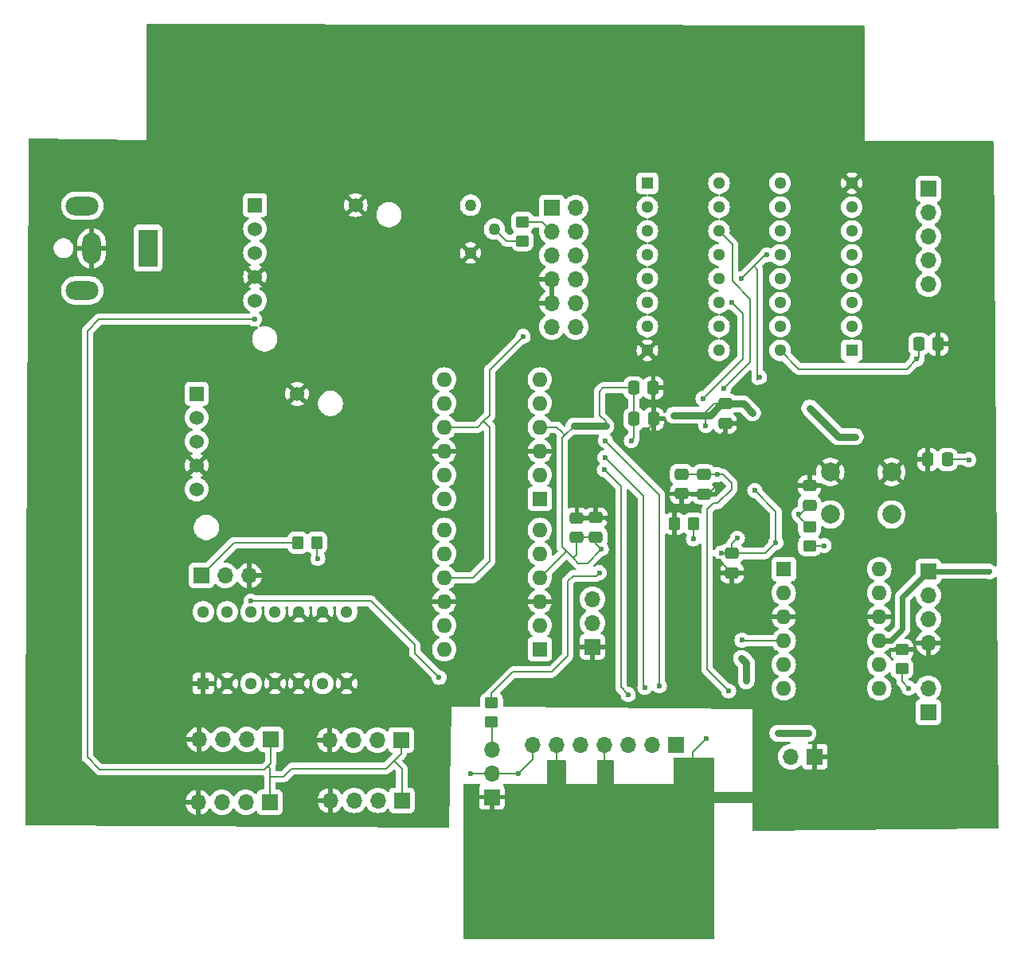
<source format=gbr>
%TF.GenerationSoftware,KiCad,Pcbnew,8.0.7*%
%TF.CreationDate,2025-03-12T15:09:51-04:00*%
%TF.ProjectId,skee-ball,736b6565-2d62-4616-9c6c-2e6b69636164,2*%
%TF.SameCoordinates,Original*%
%TF.FileFunction,Copper,L2,Bot*%
%TF.FilePolarity,Positive*%
%FSLAX46Y46*%
G04 Gerber Fmt 4.6, Leading zero omitted, Abs format (unit mm)*
G04 Created by KiCad (PCBNEW 8.0.7) date 2025-03-12 15:09:51*
%MOMM*%
%LPD*%
G01*
G04 APERTURE LIST*
G04 Aperture macros list*
%AMRoundRect*
0 Rectangle with rounded corners*
0 $1 Rounding radius*
0 $2 $3 $4 $5 $6 $7 $8 $9 X,Y pos of 4 corners*
0 Add a 4 corners polygon primitive as box body*
4,1,4,$2,$3,$4,$5,$6,$7,$8,$9,$2,$3,0*
0 Add four circle primitives for the rounded corners*
1,1,$1+$1,$2,$3*
1,1,$1+$1,$4,$5*
1,1,$1+$1,$6,$7*
1,1,$1+$1,$8,$9*
0 Add four rect primitives between the rounded corners*
20,1,$1+$1,$2,$3,$4,$5,0*
20,1,$1+$1,$4,$5,$6,$7,0*
20,1,$1+$1,$6,$7,$8,$9,0*
20,1,$1+$1,$8,$9,$2,$3,0*%
G04 Aperture macros list end*
%TA.AperFunction,ComponentPad*%
%ADD10R,1.700000X1.700000*%
%TD*%
%TA.AperFunction,ComponentPad*%
%ADD11O,1.700000X1.700000*%
%TD*%
%TA.AperFunction,ComponentPad*%
%ADD12C,2.000000*%
%TD*%
%TA.AperFunction,ComponentPad*%
%ADD13R,2.000000X4.000000*%
%TD*%
%TA.AperFunction,ComponentPad*%
%ADD14O,2.000000X3.300000*%
%TD*%
%TA.AperFunction,ComponentPad*%
%ADD15O,3.500000X2.000000*%
%TD*%
%TA.AperFunction,ComponentPad*%
%ADD16R,1.295400X1.295400*%
%TD*%
%TA.AperFunction,ComponentPad*%
%ADD17C,1.295400*%
%TD*%
%TA.AperFunction,ComponentPad*%
%ADD18R,1.600000X1.600000*%
%TD*%
%TA.AperFunction,ComponentPad*%
%ADD19O,1.600000X1.600000*%
%TD*%
%TA.AperFunction,ComponentPad*%
%ADD20C,1.260000*%
%TD*%
%TA.AperFunction,ComponentPad*%
%ADD21R,1.530000X1.530000*%
%TD*%
%TA.AperFunction,ComponentPad*%
%ADD22C,1.530000*%
%TD*%
%TA.AperFunction,SMDPad,CuDef*%
%ADD23RoundRect,0.250000X0.475000X-0.337500X0.475000X0.337500X-0.475000X0.337500X-0.475000X-0.337500X0*%
%TD*%
%TA.AperFunction,SMDPad,CuDef*%
%ADD24RoundRect,0.250000X0.450000X-0.350000X0.450000X0.350000X-0.450000X0.350000X-0.450000X-0.350000X0*%
%TD*%
%TA.AperFunction,SMDPad,CuDef*%
%ADD25RoundRect,0.250000X-0.475000X0.337500X-0.475000X-0.337500X0.475000X-0.337500X0.475000X0.337500X0*%
%TD*%
%TA.AperFunction,SMDPad,CuDef*%
%ADD26RoundRect,0.250000X-0.350000X-0.450000X0.350000X-0.450000X0.350000X0.450000X-0.350000X0.450000X0*%
%TD*%
%TA.AperFunction,SMDPad,CuDef*%
%ADD27RoundRect,0.250000X-0.337500X-0.475000X0.337500X-0.475000X0.337500X0.475000X-0.337500X0.475000X0*%
%TD*%
%TA.AperFunction,SMDPad,CuDef*%
%ADD28RoundRect,0.250000X0.337500X0.475000X-0.337500X0.475000X-0.337500X-0.475000X0.337500X-0.475000X0*%
%TD*%
%TA.AperFunction,ViaPad*%
%ADD29C,0.600000*%
%TD*%
%TA.AperFunction,ViaPad*%
%ADD30C,1.000000*%
%TD*%
%TA.AperFunction,Conductor*%
%ADD31C,0.200000*%
%TD*%
%TA.AperFunction,Conductor*%
%ADD32C,0.800000*%
%TD*%
%TA.AperFunction,Conductor*%
%ADD33C,1.200000*%
%TD*%
%TA.AperFunction,Conductor*%
%ADD34C,0.600000*%
%TD*%
G04 APERTURE END LIST*
D10*
%TO.P,J18,1,Pin_1*%
%TO.N,GND*%
X149883400Y-100330000D03*
D11*
%TO.P,J18,2,Pin_2*%
%TO.N,PWM_DC*%
X147343400Y-100330000D03*
%TD*%
D12*
%TO.P,SW1,1,1*%
%TO.N,GND*%
X151536400Y-70053200D03*
X158036400Y-70053200D03*
%TO.P,SW1,2,2*%
%TO.N,Net-(C3-Pad2)*%
X151536400Y-74553200D03*
X158036400Y-74553200D03*
%TD*%
D13*
%TO.P,J4,1*%
%TO.N,+24V*%
X79000000Y-46228000D03*
D14*
%TO.P,J4,2*%
%TO.N,GND*%
X73000000Y-46228000D03*
D15*
%TO.P,J4,MP*%
%TO.N,N/C*%
X72000000Y-41728000D03*
X72000000Y-50728000D03*
%TD*%
D10*
%TO.P,J27,1,Pin_1*%
%TO.N,+5V*%
X105968800Y-104978200D03*
D11*
%TO.P,J27,2,Pin_2*%
%TO.N,US_TRIG3_5*%
X103428800Y-104978200D03*
%TO.P,J27,3,Pin_3*%
%TO.N,US_ECHO3_5*%
X100888800Y-104978200D03*
%TO.P,J27,4,Pin_4*%
%TO.N,GND*%
X98348800Y-104978200D03*
%TD*%
D16*
%TO.P,U6,1,QB*%
%TO.N,NHD_DB0*%
X153822400Y-57099200D03*
D17*
%TO.P,U6,2,QC*%
%TO.N,unconnected-(U6-QC-Pad2)*%
X153822400Y-54559200D03*
%TO.P,U6,3,QD*%
%TO.N,unconnected-(U6-QD-Pad3)*%
X153822400Y-52019200D03*
%TO.P,U6,4,QE*%
%TO.N,unconnected-(U6-QE-Pad4)*%
X153822400Y-49479200D03*
%TO.P,U6,5,QF*%
%TO.N,unconnected-(U6-QF-Pad5)*%
X153822400Y-46939200D03*
%TO.P,U6,6,QG*%
%TO.N,unconnected-(U6-QG-Pad6)*%
X153822400Y-44399200D03*
%TO.P,U6,7,QH*%
%TO.N,unconnected-(U6-QH-Pad7)*%
X153822400Y-41859200D03*
%TO.P,U6,8,GND*%
%TO.N,GND*%
X153822400Y-39319200D03*
%TO.P,U6,9,QH'*%
%TO.N,unconnected-(U6-QH'-Pad9)*%
X146202400Y-39319200D03*
%TO.P,U6,10,~{SRCLR}*%
%TO.N,unconnected-(U6-~{SRCLR}-Pad10)*%
X146202400Y-41859200D03*
%TO.P,U6,11,SRCLK*%
%TO.N,SPI1-SCK*%
X146202400Y-44399200D03*
%TO.P,U6,12,RCLK*%
%TO.N,RCLK*%
X146202400Y-46939200D03*
%TO.P,U6,13,~{OE}*%
%TO.N,unconnected-(U6-~{OE}-Pad13)*%
X146202400Y-49479200D03*
%TO.P,U6,14,SER*%
%TO.N,SER-CHAIN*%
X146202400Y-52019200D03*
%TO.P,U6,15,QA*%
%TO.N,NHD_DB1*%
X146202400Y-54559200D03*
%TO.P,U6,16,VCC*%
%TO.N,+5V*%
X146202400Y-57099200D03*
%TD*%
D10*
%TO.P,J2,1,Pin_1*%
%TO.N,VDD*%
X161950400Y-95580200D03*
D11*
%TO.P,J2,2,Pin_2*%
%TO.N,Net-(J2-Pin_2)*%
X161950400Y-93040200D03*
%TD*%
D10*
%TO.P,J20,1,Pin_1*%
%TO.N,+6V*%
X84658200Y-81051400D03*
D11*
%TO.P,J20,2,Pin_2*%
%TO.N,PWM_SERVO_6*%
X87198200Y-81051400D03*
%TO.P,J20,3,Pin_3*%
%TO.N,GND*%
X89738200Y-81051400D03*
%TD*%
D10*
%TO.P,J36,1,Pin_1*%
%TO.N,+5V*%
X161950400Y-80619600D03*
D11*
%TO.P,J36,2,Pin_2*%
%TO.N,US_TRIG4_5*%
X161950400Y-83159600D03*
%TO.P,J36,3,Pin_3*%
%TO.N,US_ECHO4_5*%
X161950400Y-85699600D03*
%TO.P,J36,4,Pin_4*%
%TO.N,GND*%
X161950400Y-88239600D03*
%TD*%
D18*
%TO.P,U9,1,LV4*%
%TO.N,US_TRIG4_3.3*%
X146583400Y-80369600D03*
D19*
%TO.P,U9,2,LV3*%
%TO.N,US_ECHO4_3.3*%
X146583400Y-82909600D03*
%TO.P,U9,3,GND*%
%TO.N,GND*%
X146583400Y-85449600D03*
%TO.P,U9,4,LV*%
%TO.N,VDD*%
X146583400Y-87989600D03*
%TO.P,U9,5,LV2*%
%TO.N,unconnected-(U9-LV2-Pad5)*%
X146583400Y-90529600D03*
%TO.P,U9,6,LV1*%
%TO.N,unconnected-(U9-LV1-Pad6)*%
X146583400Y-93069600D03*
%TO.P,U9,7,HV1*%
%TO.N,unconnected-(U9-HV1-Pad7)*%
X156743400Y-93069600D03*
%TO.P,U9,8,HV2*%
%TO.N,unconnected-(U9-HV2-Pad8)*%
X156743400Y-90529600D03*
%TO.P,U9,9,HV*%
%TO.N,+5V*%
X156743400Y-87989600D03*
%TO.P,U9,10,GND*%
%TO.N,GND*%
X156743400Y-85449600D03*
%TO.P,U9,11,HV3*%
%TO.N,US_ECHO4_5*%
X156743400Y-82909600D03*
%TO.P,U9,12,HV4*%
%TO.N,US_TRIG4_5*%
X156743400Y-80369600D03*
%TD*%
D20*
%TO.P,RV1,1,1*%
%TO.N,+5V*%
X113284000Y-41660000D03*
%TO.P,RV1,2,2*%
%TO.N,Net-(R13-Pad1)*%
X115824000Y-44200000D03*
%TO.P,RV1,3,3*%
%TO.N,GND*%
X113284000Y-46740000D03*
%TD*%
D10*
%TO.P,U2,1,LRCLK*%
%TO.N,SPI2-NSS(I2S_WS)*%
X135128000Y-99060000D03*
D11*
%TO.P,U2,2,BCLK*%
%TO.N,SPI2-SCK(I2S_CK)*%
X132588000Y-99060000D03*
%TO.P,U2,3,DIN*%
%TO.N,SPI2-MOSI(I2S_SD)*%
X130048000Y-99060000D03*
%TO.P,U2,4,GAIN_SLOT*%
%TO.N,GND*%
X127508000Y-99060000D03*
%TO.P,U2,5,NC*%
%TO.N,unconnected-(U2-NC-Pad5)*%
X124968000Y-99060000D03*
%TO.P,U2,6,GND*%
%TO.N,GND*%
X122428000Y-99060000D03*
%TO.P,U2,7,VDD*%
%TO.N,VDDA*%
X119888000Y-99060000D03*
%TD*%
D10*
%TO.P,J22,1,Pin_1*%
%TO.N,+5V*%
X91922600Y-105181400D03*
D11*
%TO.P,J22,2,Pin_2*%
%TO.N,US_TRIG1_5*%
X89382600Y-105181400D03*
%TO.P,J22,3,Pin_3*%
%TO.N,US_ECHO1_5*%
X86842600Y-105181400D03*
%TO.P,J22,4,Pin_4*%
%TO.N,GND*%
X84302600Y-105181400D03*
%TD*%
D16*
%TO.P,U5,1,QB*%
%TO.N,NHD_RW*%
X132080000Y-39319200D03*
D17*
%TO.P,U5,2,QC*%
%TO.N,NHD_DB7*%
X132080000Y-41859200D03*
%TO.P,U5,3,QD*%
%TO.N,NHD_DB6*%
X132080000Y-44399200D03*
%TO.P,U5,4,QE*%
%TO.N,NHD_DB5*%
X132080000Y-46939200D03*
%TO.P,U5,5,QF*%
%TO.N,NHD_DB4*%
X132080000Y-49479200D03*
%TO.P,U5,6,QG*%
%TO.N,NHD_DB3*%
X132080000Y-52019200D03*
%TO.P,U5,7,QH*%
%TO.N,NHD_DB2*%
X132080000Y-54559200D03*
%TO.P,U5,8,GND*%
%TO.N,GND*%
X132080000Y-57099200D03*
%TO.P,U5,9,QH'*%
%TO.N,SER-CHAIN*%
X139700000Y-57099200D03*
%TO.P,U5,10,~{SRCLR}*%
%TO.N,unconnected-(U5-~{SRCLR}-Pad10)*%
X139700000Y-54559200D03*
%TO.P,U5,11,SRCLK*%
%TO.N,SPI1-SCK*%
X139700000Y-52019200D03*
%TO.P,U5,12,RCLK*%
%TO.N,RCLK*%
X139700000Y-49479200D03*
%TO.P,U5,13,~{OE}*%
%TO.N,unconnected-(U5-~{OE}-Pad13)*%
X139700000Y-46939200D03*
%TO.P,U5,14,SER*%
%TO.N,SPI1-MOSI*%
X139700000Y-44399200D03*
%TO.P,U5,15,QA*%
%TO.N,NHD_RS*%
X139700000Y-41859200D03*
%TO.P,U5,16,VCC*%
%TO.N,+5V*%
X139700000Y-39319200D03*
%TD*%
D10*
%TO.P,J26,1,Pin_1*%
%TO.N,+5V*%
X105892600Y-98552000D03*
D11*
%TO.P,J26,2,Pin_2*%
%TO.N,US_TRIG2_5*%
X103352600Y-98552000D03*
%TO.P,J26,3,Pin_3*%
%TO.N,US_ECHO2_5*%
X100812600Y-98552000D03*
%TO.P,J26,4,Pin_4*%
%TO.N,GND*%
X98272600Y-98552000D03*
%TD*%
D10*
%TO.P,J21,1,Pin_1*%
%TO.N,+5V*%
X92024200Y-98475800D03*
D11*
%TO.P,J21,2,Pin_2*%
%TO.N,US_TRIG0_5*%
X89484200Y-98475800D03*
%TO.P,J21,3,Pin_3*%
%TO.N,US_ECHO0_5*%
X86944200Y-98475800D03*
%TO.P,J21,4,Pin_4*%
%TO.N,GND*%
X84404200Y-98475800D03*
%TD*%
D10*
%TO.P,J19,1,Pin_1*%
%TO.N,GND*%
X115540000Y-104630000D03*
D11*
%TO.P,J19,2,Pin_2*%
%TO.N,VDDA*%
X115540000Y-102090000D03*
%TO.P,J19,3,Pin_3*%
%TO.N,Net-(J19-Pin_3)*%
X115540000Y-99550000D03*
%TD*%
D10*
%TO.P,J5,1,Pin_1*%
%TO.N,NHD_RS*%
X161975800Y-39925000D03*
D11*
%TO.P,J5,2,Pin_2*%
%TO.N,NHD_DB0*%
X161975800Y-42465000D03*
%TO.P,J5,3,Pin_3*%
%TO.N,NHD_DB1*%
X161975800Y-45005000D03*
%TO.P,J5,4,Pin_4*%
%TO.N,NHD_E2*%
X161975800Y-47545000D03*
%TO.P,J5,5,Pin_5*%
%TO.N,NHD_E1*%
X161975800Y-50085000D03*
%TD*%
D21*
%TO.P,U1,1,PG*%
%TO.N,unconnected-(U1-PG-Pad1)*%
X84158500Y-61720900D03*
D22*
%TO.P,U1,2,EN*%
%TO.N,unconnected-(U1-EN-Pad2)*%
X84158500Y-64260900D03*
%TO.P,U1,3,VIN*%
%TO.N,+24V*%
X84158500Y-66800900D03*
%TO.P,U1,4,GND*%
%TO.N,GND*%
X84158500Y-69340900D03*
%TO.P,U1,5,VOUT*%
%TO.N,+6V*%
X84158500Y-71880900D03*
%TO.P,U1,6,GND*%
%TO.N,GND*%
X94848500Y-61720900D03*
%TD*%
D18*
%TO.P,U10,1,LV4*%
%TO.N,US_TRIG3_3.3*%
X120650000Y-88900000D03*
D19*
%TO.P,U10,2,LV3*%
%TO.N,US_ECHO3_3.3*%
X120650000Y-86360000D03*
%TO.P,U10,3,GND*%
%TO.N,GND*%
X120650000Y-83820000D03*
%TO.P,U10,4,LV*%
%TO.N,VDD*%
X120650000Y-81280000D03*
%TO.P,U10,5,LV2*%
%TO.N,US_TRIG2_3.3*%
X120650000Y-78740000D03*
%TO.P,U10,6,LV1*%
%TO.N,US_ECHO2_3.3*%
X120650000Y-76200000D03*
%TO.P,U10,7,HV1*%
%TO.N,US_ECHO2_5*%
X110490000Y-76200000D03*
%TO.P,U10,8,HV2*%
%TO.N,US_TRIG2_5*%
X110490000Y-78740000D03*
%TO.P,U10,9,HV*%
%TO.N,+5V*%
X110490000Y-81280000D03*
%TO.P,U10,10,GND*%
%TO.N,GND*%
X110490000Y-83820000D03*
%TO.P,U10,11,HV3*%
%TO.N,US_ECHO3_5*%
X110490000Y-86360000D03*
%TO.P,U10,12,HV4*%
%TO.N,US_TRIG3_5*%
X110490000Y-88900000D03*
%TD*%
D18*
%TO.P,U8,1,LV4*%
%TO.N,US_TRIG1_3.3*%
X120650000Y-72898000D03*
D19*
%TO.P,U8,2,LV3*%
%TO.N,US_ECHO1_3.3*%
X120650000Y-70358000D03*
%TO.P,U8,3,GND*%
%TO.N,GND*%
X120650000Y-67818000D03*
%TO.P,U8,4,LV*%
%TO.N,VDD*%
X120650000Y-65278000D03*
%TO.P,U8,5,LV2*%
%TO.N,US_TRIG0_3.3*%
X120650000Y-62738000D03*
%TO.P,U8,6,LV1*%
%TO.N,US_ECHO0_3.3*%
X120650000Y-60198000D03*
%TO.P,U8,7,HV1*%
%TO.N,US_ECHO0_5*%
X110490000Y-60198000D03*
%TO.P,U8,8,HV2*%
%TO.N,US_TRIG0_5*%
X110490000Y-62738000D03*
%TO.P,U8,9,HV*%
%TO.N,+5V*%
X110490000Y-65278000D03*
%TO.P,U8,10,GND*%
%TO.N,GND*%
X110490000Y-67818000D03*
%TO.P,U8,11,HV3*%
%TO.N,US_ECHO1_5*%
X110490000Y-70358000D03*
%TO.P,U8,12,HV4*%
%TO.N,US_TRIG1_5*%
X110490000Y-72898000D03*
%TD*%
D10*
%TO.P,J13,1,Pin_1*%
%TO.N,GND*%
X126238000Y-88631000D03*
D11*
%TO.P,J13,2,Pin_2*%
%TO.N,SWCLK*%
X126238000Y-86091000D03*
%TO.P,J13,3,Pin_3*%
%TO.N,SWDIO*%
X126238000Y-83551000D03*
%TD*%
D16*
%TO.P,U7,1*%
%TO.N,GND*%
X84861400Y-92532200D03*
D17*
%TO.P,U7,2*%
X87401400Y-92532200D03*
%TO.P,U7,3*%
%TO.N,unconnected-(U7-Pad3)*%
X89941400Y-92532200D03*
%TO.P,U7,4*%
%TO.N,GND*%
X92481400Y-92532200D03*
%TO.P,U7,5*%
X95021400Y-92532200D03*
%TO.P,U7,6*%
%TO.N,unconnected-(U7-Pad6)*%
X97561400Y-92532200D03*
%TO.P,U7,7,GND*%
%TO.N,GND*%
X100101400Y-92532200D03*
%TO.P,U7,8*%
%TO.N,unconnected-(U7-Pad8)*%
X100101400Y-84912200D03*
%TO.P,U7,9*%
%TO.N,GND*%
X97561400Y-84912200D03*
%TO.P,U7,10*%
X95021400Y-84912200D03*
%TO.P,U7,11*%
%TO.N,PWM_SERVO_6*%
X92481400Y-84912200D03*
%TO.P,U7,12*%
%TO.N,PWM_SERVO_3.3*%
X89941400Y-84912200D03*
%TO.P,U7,13*%
%TO.N,+6V*%
X87401400Y-84912200D03*
%TO.P,U7,14,VCC*%
X84861400Y-84912200D03*
%TD*%
D10*
%TO.P,J3,1,Pin_1*%
%TO.N,NHD_RW*%
X121920000Y-41910000D03*
D11*
%TO.P,J3,2,Pin_2*%
%TO.N,NHD_DB7*%
X124460000Y-41910000D03*
%TO.P,J3,3,Pin_3*%
%TO.N,NHD_V0*%
X121920000Y-44450000D03*
%TO.P,J3,4,Pin_4*%
%TO.N,NHD_DB6*%
X124460000Y-44450000D03*
%TO.P,J3,5,Pin_5*%
%TO.N,+5V*%
X121920000Y-46990000D03*
%TO.P,J3,6,Pin_6*%
%TO.N,NHD_DB5*%
X124460000Y-46990000D03*
%TO.P,J3,7,Pin_7*%
%TO.N,GND*%
X121920000Y-49530000D03*
%TO.P,J3,8,Pin_8*%
%TO.N,NHD_DB4*%
X124460000Y-49530000D03*
%TO.P,J3,9,Pin_9*%
%TO.N,GND*%
X121920000Y-52070000D03*
%TO.P,J3,10,Pin_10*%
%TO.N,NHD_DB3*%
X124460000Y-52070000D03*
%TO.P,J3,11,Pin_11*%
%TO.N,+5V*%
X121920000Y-54610000D03*
%TO.P,J3,12,Pin_12*%
%TO.N,NHD_DB2*%
X124460000Y-54610000D03*
%TD*%
D21*
%TO.P,U3,1,PG*%
%TO.N,unconnected-(U3-PG-Pad1)*%
X90370000Y-41646000D03*
D22*
%TO.P,U3,2,EN*%
%TO.N,unconnected-(U3-EN-Pad2)*%
X90370000Y-44186000D03*
%TO.P,U3,3,VIN*%
%TO.N,+24V*%
X90370000Y-46726000D03*
%TO.P,U3,4,GND*%
%TO.N,GND*%
X90370000Y-49266000D03*
%TO.P,U3,5,VOUT*%
%TO.N,+5V*%
X90370000Y-51806000D03*
%TO.P,U3,6,GND*%
%TO.N,GND*%
X101060000Y-41646000D03*
%TD*%
D23*
%TO.P,C17,1*%
%TO.N,VDD*%
X124587000Y-77005000D03*
%TO.P,C17,2*%
%TO.N,GND*%
X124587000Y-74930000D03*
%TD*%
D24*
%TO.P,R2,1*%
%TO.N,Net-(J2-Pin_2)*%
X159156400Y-90950800D03*
%TO.P,R2,2*%
%TO.N,GND*%
X159156400Y-88950800D03*
%TD*%
%TO.P,R1,1*%
%TO.N,VDD*%
X149326600Y-77920600D03*
%TO.P,R1,2*%
%TO.N,Net-(C3-Pad2)*%
X149326600Y-75920600D03*
%TD*%
D25*
%TO.P,C3,1*%
%TO.N,GND*%
X149326600Y-71504900D03*
%TO.P,C3,2*%
%TO.N,Net-(C3-Pad2)*%
X149326600Y-73579900D03*
%TD*%
%TO.P,C14,1*%
%TO.N,VDD*%
X141071600Y-78718500D03*
%TO.P,C14,2*%
%TO.N,GND*%
X141071600Y-80793500D03*
%TD*%
D26*
%TO.P,R16,1*%
%TO.N,GND*%
X134966200Y-75539600D03*
%TO.P,R16,2*%
%TO.N,/BOOT0*%
X136966200Y-75539600D03*
%TD*%
%TO.P,R10,1*%
%TO.N,+6V*%
X94940000Y-77560000D03*
%TO.P,R10,2*%
%TO.N,Net-(D8-A)*%
X96940000Y-77560000D03*
%TD*%
D27*
%TO.P,C12,1*%
%TO.N,VDD*%
X130661500Y-64389000D03*
%TO.P,C12,2*%
%TO.N,GND*%
X132736500Y-64389000D03*
%TD*%
D25*
%TO.P,C10,1*%
%TO.N,VDD*%
X140370000Y-62792500D03*
%TO.P,C10,2*%
%TO.N,GND*%
X140370000Y-64867500D03*
%TD*%
D28*
%TO.P,C7,1*%
%TO.N,VDD*%
X163968400Y-68707000D03*
%TO.P,C7,2*%
%TO.N,GND*%
X161893400Y-68707000D03*
%TD*%
D24*
%TO.P,R14,1*%
%TO.N,Net-(J19-Pin_3)*%
X115519200Y-96596200D03*
%TO.P,R14,2*%
%TO.N,ADC_IN1*%
X115519200Y-94596200D03*
%TD*%
%TO.P,R13,1*%
%TO.N,Net-(R13-Pad1)*%
X118795800Y-45450000D03*
%TO.P,R13,2*%
%TO.N,NHD_V0*%
X118795800Y-43450000D03*
%TD*%
D27*
%TO.P,C6,1*%
%TO.N,+5V*%
X160928200Y-56438800D03*
%TO.P,C6,2*%
%TO.N,GND*%
X163003200Y-56438800D03*
%TD*%
D25*
%TO.P,C1,1*%
%TO.N,VDDA*%
X138074400Y-70315000D03*
%TO.P,C1,2*%
%TO.N,GND*%
X138074400Y-72390000D03*
%TD*%
%TO.P,C2,1*%
%TO.N,VDDA*%
X135712200Y-70289600D03*
%TO.P,C2,2*%
%TO.N,GND*%
X135712200Y-72364600D03*
%TD*%
D27*
%TO.P,C11,1*%
%TO.N,VDD*%
X130640000Y-61087000D03*
%TO.P,C11,2*%
%TO.N,GND*%
X132715000Y-61087000D03*
%TD*%
D23*
%TO.P,C16,1*%
%TO.N,VDD*%
X126600000Y-76983500D03*
%TO.P,C16,2*%
%TO.N,GND*%
X126600000Y-74908500D03*
%TD*%
D29*
%TO.N,SPI2-NSS(I2S_WS)*%
X127609600Y-66700400D03*
X133360000Y-92800000D03*
%TO.N,VDD*%
X141650000Y-77090000D03*
X145750000Y-77540000D03*
X127190000Y-78240000D03*
X138300000Y-65100000D03*
X150876000Y-77876400D03*
X134874000Y-64008000D03*
X139979400Y-78663800D03*
X154178000Y-66294000D03*
X149352000Y-63246000D03*
X149160000Y-97840000D03*
X143256000Y-63754000D03*
X142110000Y-89870000D03*
X142600000Y-92250000D03*
X145940000Y-97820000D03*
X124260000Y-65200000D03*
X143510000Y-72009000D03*
X127650000Y-65170000D03*
X166270000Y-68750000D03*
X130380000Y-66720000D03*
X142140000Y-87940000D03*
%TO.N,GND*%
X140210000Y-66060000D03*
X132080000Y-65532000D03*
X135750000Y-90340000D03*
D30*
X150980000Y-28820000D03*
X72270000Y-105020000D03*
D29*
X139700000Y-79502000D03*
X113520000Y-48220000D03*
D30*
X86900000Y-28820000D03*
D29*
X95040000Y-79240000D03*
X139573000Y-71374000D03*
X146253200Y-72974200D03*
X128290000Y-76100000D03*
D30*
X166290000Y-105120000D03*
D29*
X138380000Y-98390000D03*
X165640000Y-58160000D03*
X163060000Y-76420000D03*
%TO.N,SPI2-SCK(I2S_CK)*%
X127558800Y-68503800D03*
X131826000Y-92964000D03*
%TO.N,SPI2-MOSI(I2S_SD)*%
X130048000Y-93726000D03*
X127508000Y-69799200D03*
%TO.N,SPI1-SCK*%
X141097000Y-52019200D03*
X138000000Y-62230000D03*
%TO.N,SPI1-MOSI*%
X140208000Y-61137800D03*
%TO.N,RCLK*%
X144805400Y-46939200D03*
X142062200Y-49479200D03*
X144018000Y-59944000D03*
%TO.N,PWM_SERVO_3.3*%
X109931200Y-91897200D03*
X89941400Y-83769200D03*
%TO.N,+5V*%
X90320000Y-53780000D03*
X118872000Y-55626000D03*
X160720000Y-58040000D03*
X168470000Y-80650000D03*
%TO.N,Net-(D8-A)*%
X97040000Y-79260000D03*
%TO.N,ADC_IN1*%
X126960000Y-80770000D03*
%TO.N,VDDA*%
X139496800Y-70332600D03*
X113284000Y-102108000D03*
X140720000Y-93330000D03*
X118364000Y-102108000D03*
%TO.N,Net-(C3-Pad2)*%
X148183600Y-74553200D03*
%TO.N,Net-(J2-Pin_2)*%
X159867600Y-93040200D03*
%TO.N,/BOOT0*%
X136976500Y-77165200D03*
%TD*%
D31*
%TO.N,SPI2-NSS(I2S_WS)*%
X127774700Y-66865500D02*
X127609600Y-66700400D01*
X133375400Y-89890600D02*
X133375400Y-72466200D01*
X133375400Y-92784600D02*
X133360000Y-92800000D01*
X133375400Y-89890600D02*
X133375400Y-92784600D01*
X133375400Y-72466200D02*
X127774700Y-66865500D01*
%TO.N,VDD*%
X140370000Y-62792500D02*
X139954000Y-62792500D01*
X145960000Y-97840000D02*
X145940000Y-97820000D01*
X127000000Y-64008000D02*
X127650000Y-64658000D01*
X141071600Y-78718500D02*
X144571500Y-78718500D01*
D32*
X139954000Y-62792500D02*
X138738500Y-64008000D01*
D31*
X125690000Y-79740000D02*
X127190000Y-78240000D01*
X141071600Y-78718500D02*
X140034100Y-78718500D01*
X124260000Y-65200000D02*
X123310000Y-66150000D01*
D32*
X154178000Y-66294000D02*
X152400000Y-66294000D01*
X140370000Y-62792500D02*
X142294500Y-62792500D01*
D31*
X127660000Y-65170000D02*
X127650000Y-65170000D01*
X144571500Y-78718500D02*
X145750000Y-77540000D01*
X122448000Y-65278000D02*
X122900000Y-65730000D01*
X126600000Y-77650000D02*
X127190000Y-78240000D01*
X127650000Y-65180000D02*
X127710000Y-65120000D01*
X138300000Y-63660000D02*
X138300000Y-65100000D01*
X120650000Y-65278000D02*
X122448000Y-65278000D01*
X127650000Y-65170000D02*
X127650000Y-65180000D01*
D32*
X127650000Y-65170000D02*
X124290000Y-65170000D01*
D31*
X150844000Y-77920600D02*
X150876000Y-77952600D01*
X130640000Y-64367500D02*
X130661500Y-64389000D01*
X123375000Y-78365000D02*
X123375000Y-78555000D01*
X123020000Y-66440000D02*
X123020000Y-78010000D01*
X130640000Y-61087000D02*
X130640000Y-64367500D01*
X124750000Y-79740000D02*
X125690000Y-79740000D01*
X124587000Y-78833000D02*
X124215000Y-79205000D01*
X126600000Y-76983500D02*
X126600000Y-77650000D01*
X122900000Y-65730000D02*
X122900000Y-65740000D01*
X123375000Y-78365000D02*
X124215000Y-79205000D01*
X163968400Y-68707000D02*
X166227000Y-68707000D01*
X124215000Y-79205000D02*
X124750000Y-79740000D01*
X127381000Y-61087000D02*
X127000000Y-61468000D01*
X166227000Y-68707000D02*
X166270000Y-68750000D01*
D32*
X149160000Y-97840000D02*
X145960000Y-97840000D01*
X142294500Y-62792500D02*
X143256000Y-63754000D01*
D31*
X141071600Y-77668400D02*
X141650000Y-77090000D01*
X124290000Y-65170000D02*
X124260000Y-65200000D01*
X140034100Y-78718500D02*
X139979400Y-78663800D01*
X150876000Y-77876400D02*
X150844000Y-77920600D01*
X124587000Y-77005000D02*
X124587000Y-78833000D01*
X130661500Y-66438500D02*
X130380000Y-66720000D01*
X123310000Y-66150000D02*
X123020000Y-66440000D01*
X124587000Y-77005000D02*
X126578500Y-77005000D01*
X123020000Y-78010000D02*
X123375000Y-78365000D01*
D32*
X142600000Y-92250000D02*
X142600000Y-90360000D01*
D31*
X149326600Y-77920600D02*
X150876000Y-77876400D01*
X139167500Y-62792500D02*
X138300000Y-63660000D01*
X127650000Y-64658000D02*
X127650000Y-65170000D01*
X142189600Y-87989600D02*
X142140000Y-87940000D01*
X145750000Y-74249000D02*
X143510000Y-72009000D01*
X145750000Y-77540000D02*
X145750000Y-74249000D01*
D32*
X138738500Y-64008000D02*
X134874000Y-64008000D01*
D31*
X123375000Y-78555000D02*
X120650000Y-81280000D01*
X130640000Y-61087000D02*
X127381000Y-61087000D01*
X130661500Y-64389000D02*
X130661500Y-66438500D01*
X127000000Y-61468000D02*
X127000000Y-64008000D01*
X127762000Y-65058000D02*
X127650000Y-65170000D01*
D32*
X152400000Y-66294000D02*
X149352000Y-63246000D01*
D31*
X122900000Y-65740000D02*
X123310000Y-66150000D01*
X126578500Y-77005000D02*
X126600000Y-76983500D01*
D32*
X142600000Y-90360000D02*
X142110000Y-89870000D01*
D31*
X140370000Y-62792500D02*
X139167500Y-62792500D01*
X141071600Y-78718500D02*
X141071600Y-77668400D01*
X146583400Y-87989600D02*
X142189600Y-87989600D01*
%TO.N,GND*%
X132736500Y-61108500D02*
X132715000Y-61087000D01*
X127438500Y-74908500D02*
X128290000Y-75760000D01*
D33*
X145542000Y-104648000D02*
X137160000Y-104648000D01*
D31*
X138049000Y-72364600D02*
X138074400Y-72390000D01*
X163003200Y-56438800D02*
X163918800Y-56438800D01*
X127508000Y-99060000D02*
X127508000Y-101854000D01*
X122428000Y-99060000D02*
X122428000Y-101600000D01*
X139827000Y-79603600D02*
X139881700Y-79603600D01*
X135712200Y-72364600D02*
X138049000Y-72364600D01*
X126600000Y-74908500D02*
X127438500Y-74908500D01*
X126578500Y-74930000D02*
X126600000Y-74908500D01*
X132736500Y-64389000D02*
X132736500Y-61108500D01*
X132736500Y-64875500D02*
X132080000Y-65532000D01*
X138557000Y-72390000D02*
X139573000Y-71374000D01*
X140370000Y-65900000D02*
X140210000Y-66060000D01*
X138074400Y-72390000D02*
X138557000Y-72390000D01*
X139881700Y-79603600D02*
X141071600Y-80793500D01*
X136906000Y-99864000D02*
X136906000Y-101600000D01*
X140370000Y-64867500D02*
X140370000Y-65900000D01*
X124587000Y-74930000D02*
X126578500Y-74930000D01*
X138380000Y-98390000D02*
X136906000Y-99864000D01*
X163918800Y-56438800D02*
X165640000Y-58160000D01*
X128290000Y-75760000D02*
X128290000Y-76100000D01*
X132736500Y-64389000D02*
X132736500Y-64875500D01*
%TO.N,SPI2-SCK(I2S_CK)*%
X131673600Y-89865200D02*
X131673600Y-92773600D01*
X131673600Y-92773600D02*
X131720000Y-92820000D01*
X131673600Y-89865200D02*
X131673600Y-72618600D01*
X131673600Y-72618600D02*
X127558800Y-68503800D01*
%TO.N,SPI2-MOSI(I2S_SD)*%
X129260600Y-92938600D02*
X130048000Y-93726000D01*
X129260600Y-90017600D02*
X129260600Y-92938600D01*
X129260600Y-79324200D02*
X129260600Y-71653400D01*
X129260600Y-71653400D02*
X129260600Y-71551800D01*
X129260600Y-71551800D02*
X127508000Y-69799200D01*
X127508000Y-69799200D02*
X127457200Y-69748400D01*
X129260600Y-90017600D02*
X129260600Y-79324200D01*
%TO.N,SPI1-SCK*%
X142240000Y-57990000D02*
X142240000Y-53162200D01*
X142240000Y-53162200D02*
X141097000Y-52019200D01*
X138000000Y-62230000D02*
X142240000Y-57990000D01*
%TO.N,SPI1-MOSI*%
X143027400Y-51638200D02*
X141122400Y-49733200D01*
X140208000Y-61137800D02*
X143027400Y-58318400D01*
X143027400Y-58318400D02*
X143027400Y-51638200D01*
X141122400Y-45821600D02*
X139700000Y-44399200D01*
X141122400Y-49733200D02*
X141122400Y-45821600D01*
%TO.N,RCLK*%
X144018000Y-59944000D02*
X143764000Y-60198000D01*
X143764000Y-48514000D02*
X143395700Y-48145700D01*
X144602200Y-46939200D02*
X143395700Y-48145700D01*
X143764000Y-60198000D02*
X143764000Y-48514000D01*
X143395700Y-48145700D02*
X142062200Y-49479200D01*
X144805400Y-46939200D02*
X144602200Y-46939200D01*
%TO.N,PWM_SERVO_3.3*%
X107340400Y-89077800D02*
X107340400Y-89306400D01*
X89941400Y-83769200D02*
X102666800Y-83769200D01*
X104038400Y-85140800D02*
X107340400Y-88442800D01*
X107340400Y-88442800D02*
X107340400Y-89077800D01*
X102666800Y-83769200D02*
X104038400Y-85140800D01*
X107340400Y-89306400D02*
X109931200Y-91897200D01*
%TO.N,+5V*%
X105968800Y-104978200D02*
X105968800Y-101598800D01*
X114681000Y-64643000D02*
X115316000Y-65278000D01*
X91922600Y-102440000D02*
X91922600Y-101552600D01*
X91720000Y-101350000D02*
X92024200Y-101045800D01*
X90320000Y-53780000D02*
X73770000Y-53780000D01*
X118872000Y-55626000D02*
X115316000Y-59182000D01*
X114046000Y-65278000D02*
X110490000Y-65278000D01*
X168439600Y-80619600D02*
X168470000Y-80650000D01*
X94270000Y-101580000D02*
X93410000Y-102440000D01*
X115316000Y-64008000D02*
X114681000Y-64643000D01*
X105130000Y-100760000D02*
X104310000Y-101580000D01*
X72530000Y-100380000D02*
X73860000Y-101710000D01*
D34*
X161950400Y-80619600D02*
X168439600Y-80619600D01*
X157958600Y-87989600D02*
X156743400Y-87989600D01*
D31*
X159680000Y-59080000D02*
X160720000Y-58040000D01*
X114681000Y-64643000D02*
X114046000Y-65278000D01*
X104310000Y-101580000D02*
X94270000Y-101580000D01*
X93410000Y-102440000D02*
X91922600Y-102440000D01*
X115316000Y-59182000D02*
X115316000Y-64008000D01*
X91360000Y-101710000D02*
X91720000Y-101350000D01*
X105892600Y-98552000D02*
X105892600Y-99997400D01*
X72530000Y-55020000D02*
X72530000Y-100380000D01*
X160928200Y-56438800D02*
X160928200Y-57831800D01*
X91922600Y-105181400D02*
X91922600Y-102440000D01*
X91922600Y-101552600D02*
X91720000Y-101350000D01*
X160928200Y-57831800D02*
X160720000Y-58040000D01*
D34*
X159210000Y-83360000D02*
X159210000Y-86738200D01*
D31*
X115316000Y-65278000D02*
X115316000Y-79502000D01*
X105968800Y-101598800D02*
X105130000Y-100760000D01*
X113538000Y-81280000D02*
X110490000Y-81280000D01*
X146202400Y-57099200D02*
X148183200Y-59080000D01*
X73860000Y-101710000D02*
X91360000Y-101710000D01*
X148183200Y-59080000D02*
X159680000Y-59080000D01*
X73770000Y-53780000D02*
X72530000Y-55020000D01*
D34*
X161950400Y-80619600D02*
X159210000Y-83360000D01*
D31*
X105892600Y-99997400D02*
X105130000Y-100760000D01*
X115316000Y-79502000D02*
X113538000Y-81280000D01*
D34*
X159210000Y-86738200D02*
X157958600Y-87989600D01*
D31*
X92024200Y-101045800D02*
X92024200Y-98475800D01*
%TO.N,Net-(D8-A)*%
X96940000Y-79160000D02*
X97040000Y-79260000D01*
X96940000Y-77560000D02*
X96940000Y-79160000D01*
%TO.N,+6V*%
X94940000Y-77560000D02*
X88149600Y-77560000D01*
X88149600Y-77560000D02*
X84658200Y-81051400D01*
%TO.N,ADC_IN1*%
X126960000Y-80770000D02*
X126640000Y-81090000D01*
X126640000Y-81090000D02*
X124180000Y-81090000D01*
X124180000Y-81090000D02*
X123600000Y-81670000D01*
X115519200Y-93580800D02*
X115519200Y-94596200D01*
X121900000Y-91330000D02*
X117770000Y-91330000D01*
X123600000Y-81670000D02*
X123600000Y-89630000D01*
X123600000Y-89630000D02*
X121900000Y-91330000D01*
X117770000Y-91330000D02*
X115519200Y-93580800D01*
%TO.N,VDDA*%
X139090400Y-73380600D02*
X139547600Y-73380600D01*
X139479200Y-70315000D02*
X139496800Y-70332600D01*
X141046200Y-71882000D02*
X141046200Y-71221600D01*
X139547600Y-73380600D02*
X141046200Y-71882000D01*
X138049000Y-70289600D02*
X138074400Y-70315000D01*
X138430000Y-74041000D02*
X139090400Y-73380600D01*
X141046200Y-71221600D02*
X140157200Y-70332600D01*
X140157200Y-70332600D02*
X139496800Y-70332600D01*
X119888000Y-100584000D02*
X118364000Y-102108000D01*
X135712200Y-70289600D02*
X138049000Y-70289600D01*
X138430000Y-91040000D02*
X138430000Y-74041000D01*
X118364000Y-102108000D02*
X113284000Y-102108000D01*
X138074400Y-70315000D02*
X139479200Y-70315000D01*
X119888000Y-99060000D02*
X119888000Y-100584000D01*
X140720000Y-93330000D02*
X138430000Y-91040000D01*
%TO.N,NHD_V0*%
X120920000Y-43450000D02*
X121920000Y-44450000D01*
X118795800Y-43450000D02*
X120920000Y-43450000D01*
%TO.N,Net-(C3-Pad2)*%
X148183600Y-74553200D02*
X148353300Y-74553200D01*
X148183600Y-74777600D02*
X149326600Y-75920600D01*
X148353300Y-74553200D02*
X149326600Y-73579900D01*
X148183600Y-74553200D02*
X148183600Y-74777600D01*
%TO.N,Net-(R13-Pad1)*%
X115824000Y-44200000D02*
X117074000Y-45450000D01*
X117074000Y-45450000D02*
X118795800Y-45450000D01*
%TO.N,Net-(J19-Pin_3)*%
X115540000Y-96617000D02*
X115519200Y-96596200D01*
X115540000Y-99550000D02*
X115540000Y-96617000D01*
%TO.N,Net-(J2-Pin_2)*%
X159156400Y-92329000D02*
X159156400Y-90950800D01*
X159867600Y-93040200D02*
X159156400Y-92329000D01*
%TO.N,/BOOT0*%
X136976500Y-77165200D02*
X136976500Y-75549900D01*
X136976500Y-75549900D02*
X136966200Y-75539600D01*
%TD*%
%TA.AperFunction,Conductor*%
%TO.N,GND*%
G36*
X139103488Y-100455685D02*
G01*
X139149243Y-100508489D01*
X139160448Y-100559550D01*
X139229548Y-119595643D01*
X139210107Y-119662753D01*
X139157470Y-119708700D01*
X139105642Y-119720093D01*
X112614093Y-119739907D01*
X112547039Y-119720273D01*
X112501244Y-119667503D01*
X112490000Y-119615907D01*
X112490000Y-103354000D01*
X112509685Y-103286961D01*
X112562489Y-103241206D01*
X112614000Y-103230000D01*
X114229427Y-103230000D01*
X114296466Y-103249685D01*
X114342221Y-103302489D01*
X114352165Y-103371647D01*
X114328694Y-103428311D01*
X114246646Y-103537911D01*
X114246645Y-103537913D01*
X114196403Y-103672620D01*
X114196401Y-103672627D01*
X114190000Y-103732155D01*
X114190000Y-104380000D01*
X115106988Y-104380000D01*
X115074075Y-104437007D01*
X115040000Y-104564174D01*
X115040000Y-104695826D01*
X115074075Y-104822993D01*
X115106988Y-104880000D01*
X114190000Y-104880000D01*
X114190000Y-105527844D01*
X114196401Y-105587372D01*
X114196403Y-105587379D01*
X114246645Y-105722086D01*
X114246649Y-105722093D01*
X114332809Y-105837187D01*
X114332812Y-105837190D01*
X114447906Y-105923350D01*
X114447913Y-105923354D01*
X114582620Y-105973596D01*
X114582627Y-105973598D01*
X114642155Y-105979999D01*
X114642172Y-105980000D01*
X115290000Y-105980000D01*
X115290000Y-105063012D01*
X115347007Y-105095925D01*
X115474174Y-105130000D01*
X115605826Y-105130000D01*
X115732993Y-105095925D01*
X115790000Y-105063012D01*
X115790000Y-105980000D01*
X116437828Y-105980000D01*
X116437844Y-105979999D01*
X116497372Y-105973598D01*
X116497379Y-105973596D01*
X116632086Y-105923354D01*
X116632093Y-105923350D01*
X116747187Y-105837190D01*
X116747190Y-105837187D01*
X116833350Y-105722093D01*
X116833354Y-105722086D01*
X116883596Y-105587379D01*
X116883598Y-105587372D01*
X116889999Y-105527844D01*
X116890000Y-105527827D01*
X116890000Y-104880000D01*
X115973012Y-104880000D01*
X116005925Y-104822993D01*
X116040000Y-104695826D01*
X116040000Y-104564174D01*
X116005925Y-104437007D01*
X115973012Y-104380000D01*
X116890000Y-104380000D01*
X116890000Y-103732172D01*
X116889999Y-103732155D01*
X116883598Y-103672627D01*
X116883596Y-103672620D01*
X116833354Y-103537913D01*
X116833353Y-103537911D01*
X116751306Y-103428311D01*
X116726889Y-103362847D01*
X116741740Y-103294574D01*
X116791145Y-103245168D01*
X116850573Y-103230000D01*
X121380000Y-103230000D01*
X121380000Y-100814000D01*
X121399685Y-100746961D01*
X121452489Y-100701206D01*
X121504000Y-100690000D01*
X123288000Y-100690000D01*
X123355039Y-100709685D01*
X123400794Y-100762489D01*
X123412000Y-100814000D01*
X123412000Y-103230000D01*
X126714000Y-103230000D01*
X126714000Y-100814000D01*
X126733685Y-100746961D01*
X126786489Y-100701206D01*
X126838000Y-100690000D01*
X128368000Y-100690000D01*
X128435039Y-100709685D01*
X128480794Y-100762489D01*
X128492000Y-100814000D01*
X128492000Y-103230000D01*
X134842000Y-103230000D01*
X134842000Y-100560000D01*
X134861685Y-100492961D01*
X134914489Y-100447206D01*
X134966000Y-100436000D01*
X139036449Y-100436000D01*
X139103488Y-100455685D01*
G37*
%TD.AperFunction*%
%TD*%
%TA.AperFunction,Conductor*%
%TO.N,GND*%
G36*
X122170000Y-51636988D02*
G01*
X122112993Y-51604075D01*
X121985826Y-51570000D01*
X121854174Y-51570000D01*
X121727007Y-51604075D01*
X121670000Y-51636988D01*
X121670000Y-49963012D01*
X121727007Y-49995925D01*
X121854174Y-50030000D01*
X121985826Y-50030000D01*
X122112993Y-49995925D01*
X122170000Y-49963012D01*
X122170000Y-51636988D01*
G37*
%TD.AperFunction*%
%TA.AperFunction,Conductor*%
G36*
X155070471Y-22552284D02*
G01*
X155137463Y-22572120D01*
X155183099Y-22625026D01*
X155194189Y-22676286D01*
X155193999Y-34797999D01*
X155194000Y-34798000D01*
X168786858Y-34798000D01*
X168853897Y-34817685D01*
X168899652Y-34870489D01*
X168910855Y-34921139D01*
X169223703Y-79971405D01*
X169204484Y-80038579D01*
X169151999Y-80084700D01*
X169082912Y-80095123D01*
X169019156Y-80066541D01*
X169012025Y-80059947D01*
X168972262Y-80020184D01*
X168949889Y-79997811D01*
X168949888Y-79997810D01*
X168949887Y-79997809D01*
X168818785Y-79910209D01*
X168818772Y-79910202D01*
X168673101Y-79849864D01*
X168673089Y-79849861D01*
X168518445Y-79819100D01*
X168518442Y-79819100D01*
X163422751Y-79819100D01*
X163355712Y-79799415D01*
X163309957Y-79746611D01*
X163299461Y-79708352D01*
X163294491Y-79662116D01*
X163244197Y-79527271D01*
X163244193Y-79527264D01*
X163157947Y-79412055D01*
X163157944Y-79412052D01*
X163042735Y-79325806D01*
X163042728Y-79325802D01*
X162907882Y-79275508D01*
X162907883Y-79275508D01*
X162848283Y-79269101D01*
X162848281Y-79269100D01*
X162848273Y-79269100D01*
X162848264Y-79269100D01*
X161052529Y-79269100D01*
X161052523Y-79269101D01*
X160992916Y-79275508D01*
X160858071Y-79325802D01*
X160858064Y-79325806D01*
X160742855Y-79412052D01*
X160742852Y-79412055D01*
X160656606Y-79527264D01*
X160656602Y-79527271D01*
X160606308Y-79662117D01*
X160599901Y-79721716D01*
X160599900Y-79721735D01*
X160599900Y-80786659D01*
X160580215Y-80853698D01*
X160563581Y-80874340D01*
X159622566Y-81815356D01*
X158699711Y-82738211D01*
X158643960Y-82793962D01*
X158588209Y-82849712D01*
X158500609Y-82980814D01*
X158500602Y-82980827D01*
X158440264Y-83126498D01*
X158440261Y-83126510D01*
X158409500Y-83281153D01*
X158409500Y-86355260D01*
X158389815Y-86422299D01*
X158373181Y-86442941D01*
X157792235Y-87023886D01*
X157730912Y-87057371D01*
X157661220Y-87052387D01*
X157616873Y-87023886D01*
X157582541Y-86989554D01*
X157396134Y-86859032D01*
X157396132Y-86859031D01*
X157384675Y-86853688D01*
X157337532Y-86831705D01*
X157285094Y-86785534D01*
X157265942Y-86718340D01*
X157286158Y-86651459D01*
X157337534Y-86606941D01*
X157395884Y-86579732D01*
X157582220Y-86449257D01*
X157743057Y-86288420D01*
X157873534Y-86102082D01*
X157969665Y-85895926D01*
X157969669Y-85895917D01*
X158022272Y-85699600D01*
X157059086Y-85699600D01*
X157063480Y-85695206D01*
X157116141Y-85603994D01*
X157143400Y-85502261D01*
X157143400Y-85396939D01*
X157116141Y-85295206D01*
X157063480Y-85203994D01*
X157059086Y-85199600D01*
X158022272Y-85199600D01*
X158022272Y-85199599D01*
X157969669Y-85003282D01*
X157969665Y-85003273D01*
X157873534Y-84797117D01*
X157743057Y-84610779D01*
X157582220Y-84449942D01*
X157395882Y-84319465D01*
X157337533Y-84292257D01*
X157285094Y-84246084D01*
X157265942Y-84178891D01*
X157286158Y-84112010D01*
X157337529Y-84067495D01*
X157396134Y-84040168D01*
X157582539Y-83909647D01*
X157743447Y-83748739D01*
X157873968Y-83562334D01*
X157970139Y-83356096D01*
X158029035Y-83136292D01*
X158048868Y-82909600D01*
X158029035Y-82682908D01*
X157981831Y-82506739D01*
X157970141Y-82463111D01*
X157970138Y-82463102D01*
X157945640Y-82410566D01*
X157873968Y-82256866D01*
X157743447Y-82070461D01*
X157743445Y-82070458D01*
X157582541Y-81909554D01*
X157396134Y-81779032D01*
X157396128Y-81779029D01*
X157338125Y-81751982D01*
X157285685Y-81705810D01*
X157266533Y-81638617D01*
X157286748Y-81571735D01*
X157338125Y-81527218D01*
X157396134Y-81500168D01*
X157582539Y-81369647D01*
X157743447Y-81208739D01*
X157873968Y-81022334D01*
X157970139Y-80816096D01*
X158029035Y-80596292D01*
X158048868Y-80369600D01*
X158029035Y-80142908D01*
X157970139Y-79923104D01*
X157873968Y-79716866D01*
X157743447Y-79530461D01*
X157743445Y-79530458D01*
X157582541Y-79369554D01*
X157396134Y-79239032D01*
X157396132Y-79239031D01*
X157189897Y-79142861D01*
X157189888Y-79142858D01*
X156970097Y-79083966D01*
X156970093Y-79083965D01*
X156970092Y-79083965D01*
X156970091Y-79083964D01*
X156970086Y-79083964D01*
X156743402Y-79064132D01*
X156743398Y-79064132D01*
X156516713Y-79083964D01*
X156516702Y-79083966D01*
X156296911Y-79142858D01*
X156296902Y-79142861D01*
X156090667Y-79239031D01*
X156090665Y-79239032D01*
X155904258Y-79369554D01*
X155743354Y-79530458D01*
X155612832Y-79716865D01*
X155612831Y-79716867D01*
X155516661Y-79923102D01*
X155516658Y-79923111D01*
X155457766Y-80142902D01*
X155457764Y-80142913D01*
X155437932Y-80369598D01*
X155437932Y-80369601D01*
X155457764Y-80596286D01*
X155457766Y-80596297D01*
X155516658Y-80816088D01*
X155516661Y-80816097D01*
X155612831Y-81022332D01*
X155612832Y-81022334D01*
X155743354Y-81208741D01*
X155904258Y-81369645D01*
X155904261Y-81369647D01*
X156090666Y-81500168D01*
X156148675Y-81527218D01*
X156201114Y-81573391D01*
X156220266Y-81640584D01*
X156200050Y-81707465D01*
X156148675Y-81751982D01*
X156090667Y-81779031D01*
X156090665Y-81779032D01*
X155904258Y-81909554D01*
X155743354Y-82070458D01*
X155612832Y-82256865D01*
X155612831Y-82256867D01*
X155516661Y-82463102D01*
X155516658Y-82463111D01*
X155457766Y-82682902D01*
X155457764Y-82682913D01*
X155437932Y-82909598D01*
X155437932Y-82909601D01*
X155457764Y-83136286D01*
X155457766Y-83136297D01*
X155516658Y-83356088D01*
X155516661Y-83356097D01*
X155612831Y-83562332D01*
X155612832Y-83562334D01*
X155743354Y-83748741D01*
X155904258Y-83909645D01*
X155904261Y-83909647D01*
X156090666Y-84040168D01*
X156149265Y-84067493D01*
X156201705Y-84113665D01*
X156220857Y-84180858D01*
X156200642Y-84247739D01*
X156149267Y-84292257D01*
X156090915Y-84319467D01*
X155904579Y-84449942D01*
X155743742Y-84610779D01*
X155613265Y-84797117D01*
X155517134Y-85003273D01*
X155517130Y-85003282D01*
X155464527Y-85199599D01*
X155464528Y-85199600D01*
X156427714Y-85199600D01*
X156423320Y-85203994D01*
X156370659Y-85295206D01*
X156343400Y-85396939D01*
X156343400Y-85502261D01*
X156370659Y-85603994D01*
X156423320Y-85695206D01*
X156427714Y-85699600D01*
X155464528Y-85699600D01*
X155517130Y-85895917D01*
X155517134Y-85895926D01*
X155613265Y-86102082D01*
X155743742Y-86288420D01*
X155904579Y-86449257D01*
X156090918Y-86579734D01*
X156090920Y-86579735D01*
X156149265Y-86606942D01*
X156201705Y-86653114D01*
X156220857Y-86720307D01*
X156200642Y-86787189D01*
X156149267Y-86831705D01*
X156090668Y-86859031D01*
X156090664Y-86859033D01*
X155904258Y-86989554D01*
X155743354Y-87150458D01*
X155612832Y-87336865D01*
X155612831Y-87336867D01*
X155516661Y-87543102D01*
X155516658Y-87543111D01*
X155457766Y-87762902D01*
X155457764Y-87762913D01*
X155437932Y-87989598D01*
X155437932Y-87989600D01*
X155457764Y-88216286D01*
X155457766Y-88216297D01*
X155516658Y-88436088D01*
X155516661Y-88436097D01*
X155612831Y-88642332D01*
X155612832Y-88642334D01*
X155743354Y-88828741D01*
X155904258Y-88989645D01*
X155924906Y-89004103D01*
X156090666Y-89120168D01*
X156148675Y-89147218D01*
X156201114Y-89193391D01*
X156220266Y-89260584D01*
X156200050Y-89327465D01*
X156148675Y-89371982D01*
X156090667Y-89399031D01*
X156090665Y-89399032D01*
X155904258Y-89529554D01*
X155743354Y-89690458D01*
X155612832Y-89876865D01*
X155612831Y-89876867D01*
X155516661Y-90083102D01*
X155516658Y-90083111D01*
X155457766Y-90302902D01*
X155457764Y-90302913D01*
X155437932Y-90529598D01*
X155437932Y-90529601D01*
X155457764Y-90756286D01*
X155457766Y-90756297D01*
X155516658Y-90976088D01*
X155516661Y-90976097D01*
X155612831Y-91182332D01*
X155612832Y-91182334D01*
X155743354Y-91368741D01*
X155904258Y-91529645D01*
X155904261Y-91529647D01*
X156090666Y-91660168D01*
X156142934Y-91684541D01*
X156148675Y-91687218D01*
X156201114Y-91733391D01*
X156220266Y-91800584D01*
X156200050Y-91867465D01*
X156148675Y-91911982D01*
X156090667Y-91939031D01*
X156090665Y-91939032D01*
X155904258Y-92069554D01*
X155743354Y-92230458D01*
X155612832Y-92416865D01*
X155612831Y-92416867D01*
X155516661Y-92623102D01*
X155516658Y-92623111D01*
X155457766Y-92842902D01*
X155457764Y-92842913D01*
X155437932Y-93069598D01*
X155437932Y-93069601D01*
X155457764Y-93296286D01*
X155457766Y-93296297D01*
X155516658Y-93516088D01*
X155516661Y-93516097D01*
X155612831Y-93722332D01*
X155612832Y-93722334D01*
X155743354Y-93908741D01*
X155904258Y-94069645D01*
X155951093Y-94102439D01*
X156090666Y-94200168D01*
X156296904Y-94296339D01*
X156516708Y-94355235D01*
X156678630Y-94369401D01*
X156743398Y-94375068D01*
X156743400Y-94375068D01*
X156743402Y-94375068D01*
X156800073Y-94370109D01*
X156970092Y-94355235D01*
X157189896Y-94296339D01*
X157396134Y-94200168D01*
X157582539Y-94069647D01*
X157743447Y-93908739D01*
X157873968Y-93722334D01*
X157970139Y-93516096D01*
X158029035Y-93296292D01*
X158048868Y-93069600D01*
X158029035Y-92842908D01*
X157970139Y-92623104D01*
X157873968Y-92416866D01*
X157743447Y-92230461D01*
X157743445Y-92230458D01*
X157582541Y-92069554D01*
X157396134Y-91939032D01*
X157396128Y-91939029D01*
X157338125Y-91911982D01*
X157285685Y-91865810D01*
X157266533Y-91798617D01*
X157286748Y-91731735D01*
X157338125Y-91687218D01*
X157343866Y-91684541D01*
X157396134Y-91660168D01*
X157582539Y-91529647D01*
X157743447Y-91368739D01*
X157743449Y-91368735D01*
X157745929Y-91365781D01*
X157804096Y-91327073D01*
X157873957Y-91325957D01*
X157933331Y-91362789D01*
X157963366Y-91425873D01*
X157964284Y-91432874D01*
X157966401Y-91453597D01*
X157966401Y-91453599D01*
X157997576Y-91547678D01*
X158021586Y-91620134D01*
X158113688Y-91769456D01*
X158237744Y-91893512D01*
X158387066Y-91985614D01*
X158470905Y-92013395D01*
X158528348Y-92053166D01*
X158555172Y-92117682D01*
X158555900Y-92131100D01*
X158555900Y-92242330D01*
X158555899Y-92242348D01*
X158555899Y-92408054D01*
X158555898Y-92408054D01*
X158596824Y-92560789D01*
X158596825Y-92560790D01*
X158619187Y-92599521D01*
X158619188Y-92599523D01*
X158675875Y-92697709D01*
X158675881Y-92697717D01*
X158794749Y-92816585D01*
X158794755Y-92816590D01*
X159036898Y-93058733D01*
X159070383Y-93120056D01*
X159072437Y-93132530D01*
X159082230Y-93219449D01*
X159082231Y-93219454D01*
X159082232Y-93219455D01*
X159090138Y-93242049D01*
X159141810Y-93389721D01*
X159213531Y-93503863D01*
X159237784Y-93542462D01*
X159365338Y-93670016D01*
X159518078Y-93765989D01*
X159667660Y-93818330D01*
X159688345Y-93825568D01*
X159688350Y-93825569D01*
X159867596Y-93845765D01*
X159867600Y-93845765D01*
X159867604Y-93845765D01*
X160046849Y-93825569D01*
X160046852Y-93825568D01*
X160046855Y-93825568D01*
X160217122Y-93765989D01*
X160369862Y-93670016D01*
X160497416Y-93542462D01*
X160497416Y-93542461D01*
X160502340Y-93537538D01*
X160503333Y-93538531D01*
X160554190Y-93502827D01*
X160624001Y-93499970D01*
X160684275Y-93535308D01*
X160706344Y-93567871D01*
X160725426Y-93608791D01*
X160758408Y-93679522D01*
X160776365Y-93718029D01*
X160776367Y-93718034D01*
X160856351Y-93832262D01*
X160911901Y-93911596D01*
X160911906Y-93911602D01*
X161033830Y-94033526D01*
X161067315Y-94094849D01*
X161062331Y-94164541D01*
X161020459Y-94220474D01*
X160989483Y-94237389D01*
X160858069Y-94286403D01*
X160858064Y-94286406D01*
X160742855Y-94372652D01*
X160742852Y-94372655D01*
X160656606Y-94487864D01*
X160656602Y-94487871D01*
X160606308Y-94622717D01*
X160599901Y-94682316D01*
X160599901Y-94682323D01*
X160599900Y-94682335D01*
X160599900Y-96478070D01*
X160599901Y-96478076D01*
X160606308Y-96537683D01*
X160656602Y-96672528D01*
X160656606Y-96672535D01*
X160742852Y-96787744D01*
X160742855Y-96787747D01*
X160858064Y-96873993D01*
X160858071Y-96873997D01*
X160992917Y-96924291D01*
X160992916Y-96924291D01*
X160999844Y-96925035D01*
X161052527Y-96930700D01*
X162848272Y-96930699D01*
X162907883Y-96924291D01*
X163042731Y-96873996D01*
X163157946Y-96787746D01*
X163244196Y-96672531D01*
X163294491Y-96537683D01*
X163300900Y-96478073D01*
X163300899Y-94682328D01*
X163294491Y-94622717D01*
X163244196Y-94487869D01*
X163244195Y-94487868D01*
X163244193Y-94487864D01*
X163157947Y-94372655D01*
X163157944Y-94372652D01*
X163042735Y-94286406D01*
X163042728Y-94286402D01*
X162911317Y-94237389D01*
X162855383Y-94195518D01*
X162830966Y-94130053D01*
X162845818Y-94061780D01*
X162866963Y-94033532D01*
X162988895Y-93911601D01*
X163124435Y-93718030D01*
X163224303Y-93503863D01*
X163285463Y-93275608D01*
X163306059Y-93040200D01*
X163285463Y-92804792D01*
X163230462Y-92599522D01*
X163224305Y-92576544D01*
X163224304Y-92576543D01*
X163224303Y-92576537D01*
X163124435Y-92362371D01*
X163107855Y-92338691D01*
X162988894Y-92168797D01*
X162821802Y-92001706D01*
X162821795Y-92001701D01*
X162628234Y-91866167D01*
X162628230Y-91866165D01*
X162627469Y-91865810D01*
X162414063Y-91766297D01*
X162414059Y-91766296D01*
X162414055Y-91766294D01*
X162185813Y-91705138D01*
X162185803Y-91705136D01*
X161950401Y-91684541D01*
X161950399Y-91684541D01*
X161714996Y-91705136D01*
X161714986Y-91705138D01*
X161486744Y-91766294D01*
X161486735Y-91766298D01*
X161272571Y-91866164D01*
X161272569Y-91866165D01*
X161078997Y-92001705D01*
X160911905Y-92168797D01*
X160776366Y-92362368D01*
X160706344Y-92512529D01*
X160660171Y-92564968D01*
X160592977Y-92584119D01*
X160526096Y-92563903D01*
X160502643Y-92542558D01*
X160502340Y-92542862D01*
X160369862Y-92410384D01*
X160217121Y-92314410D01*
X160046849Y-92254830D01*
X159959932Y-92245037D01*
X159895518Y-92217970D01*
X159886137Y-92209501D01*
X159869983Y-92193348D01*
X159836497Y-92132026D01*
X159841479Y-92062334D01*
X159883348Y-92006399D01*
X159918654Y-91987959D01*
X159925734Y-91985614D01*
X160075056Y-91893512D01*
X160199112Y-91769456D01*
X160291214Y-91620134D01*
X160346399Y-91453597D01*
X160356900Y-91350809D01*
X160356899Y-90550792D01*
X160346399Y-90448003D01*
X160291214Y-90281466D01*
X160199112Y-90132144D01*
X160105095Y-90038127D01*
X160071610Y-89976804D01*
X160076594Y-89907112D01*
X160105095Y-89862764D01*
X160198717Y-89769142D01*
X160290756Y-89619924D01*
X160290758Y-89619919D01*
X160345905Y-89453497D01*
X160345906Y-89453490D01*
X160356399Y-89350786D01*
X160356400Y-89350773D01*
X160356400Y-89200800D01*
X157956401Y-89200800D01*
X157956401Y-89350786D01*
X157966894Y-89453497D01*
X158022041Y-89619919D01*
X158022043Y-89619924D01*
X158114084Y-89769145D01*
X158207704Y-89862765D01*
X158241189Y-89924088D01*
X158236205Y-89993780D01*
X158207704Y-90038127D01*
X158156606Y-90089225D01*
X158095283Y-90122710D01*
X158025591Y-90117726D01*
X157969658Y-90075854D01*
X157956546Y-90053954D01*
X157873968Y-89876866D01*
X157743447Y-89690461D01*
X157743445Y-89690458D01*
X157582541Y-89529554D01*
X157396134Y-89399032D01*
X157396128Y-89399029D01*
X157368438Y-89386117D01*
X157338124Y-89371981D01*
X157285685Y-89325810D01*
X157266533Y-89258617D01*
X157286748Y-89191735D01*
X157338125Y-89147218D01*
X157396134Y-89120168D01*
X157582539Y-88989647D01*
X157655008Y-88917178D01*
X157745768Y-88826419D01*
X157807091Y-88792934D01*
X157833449Y-88790100D01*
X158037444Y-88790100D01*
X158037445Y-88790099D01*
X158113752Y-88774920D01*
X158192088Y-88759339D01*
X158192090Y-88759338D01*
X158192097Y-88759337D01*
X158310631Y-88710239D01*
X158358083Y-88700800D01*
X160356399Y-88700800D01*
X160356399Y-88550828D01*
X160356398Y-88550813D01*
X160345905Y-88448102D01*
X160290758Y-88281680D01*
X160290756Y-88281675D01*
X160198715Y-88132454D01*
X160074745Y-88008484D01*
X159925524Y-87916443D01*
X159925519Y-87916441D01*
X159759097Y-87861294D01*
X159759090Y-87861293D01*
X159656386Y-87850800D01*
X159528840Y-87850800D01*
X159461801Y-87831115D01*
X159416046Y-87778311D01*
X159406102Y-87709153D01*
X159435127Y-87645597D01*
X159441159Y-87639119D01*
X159831786Y-87248492D01*
X159831789Y-87248489D01*
X159919394Y-87117379D01*
X159979737Y-86971697D01*
X160010500Y-86817042D01*
X160010500Y-86659357D01*
X160010500Y-83742939D01*
X160030185Y-83675900D01*
X160046815Y-83655262D01*
X160402504Y-83299572D01*
X160463827Y-83266088D01*
X160533519Y-83271072D01*
X160589452Y-83312944D01*
X160613713Y-83376446D01*
X160615336Y-83395003D01*
X160615338Y-83395013D01*
X160676494Y-83623255D01*
X160676496Y-83623259D01*
X160676497Y-83623263D01*
X160708353Y-83691578D01*
X160776365Y-83837430D01*
X160776367Y-83837434D01*
X160866821Y-83966614D01*
X160900459Y-84014655D01*
X160911901Y-84030995D01*
X160911906Y-84031002D01*
X161078997Y-84198093D01*
X161079003Y-84198098D01*
X161264558Y-84328025D01*
X161308183Y-84382602D01*
X161315377Y-84452100D01*
X161283854Y-84514455D01*
X161264558Y-84531175D01*
X161078997Y-84661105D01*
X160911905Y-84828197D01*
X160776365Y-85021769D01*
X160776364Y-85021771D01*
X160676498Y-85235935D01*
X160676494Y-85235944D01*
X160615338Y-85464186D01*
X160615336Y-85464196D01*
X160594741Y-85699599D01*
X160594741Y-85699600D01*
X160615336Y-85935003D01*
X160615338Y-85935013D01*
X160676494Y-86163255D01*
X160676496Y-86163259D01*
X160676497Y-86163263D01*
X160734859Y-86288420D01*
X160776365Y-86377430D01*
X160776367Y-86377434D01*
X160884681Y-86532121D01*
X160911905Y-86571001D01*
X161078999Y-86738095D01*
X161251713Y-86859031D01*
X161264994Y-86868330D01*
X161308619Y-86922907D01*
X161315813Y-86992405D01*
X161284290Y-87054760D01*
X161264995Y-87071480D01*
X161079322Y-87201490D01*
X161079320Y-87201491D01*
X160912291Y-87368520D01*
X160912286Y-87368526D01*
X160776800Y-87562020D01*
X160776799Y-87562022D01*
X160676970Y-87776107D01*
X160676967Y-87776113D01*
X160619764Y-87989599D01*
X160619764Y-87989600D01*
X161517388Y-87989600D01*
X161484475Y-88046607D01*
X161450400Y-88173774D01*
X161450400Y-88305426D01*
X161484475Y-88432593D01*
X161517388Y-88489600D01*
X160619764Y-88489600D01*
X160676967Y-88703086D01*
X160676970Y-88703092D01*
X160776799Y-88917178D01*
X160912294Y-89110682D01*
X161079317Y-89277705D01*
X161272821Y-89413200D01*
X161486907Y-89513029D01*
X161486916Y-89513033D01*
X161700400Y-89570234D01*
X161700400Y-88672612D01*
X161757407Y-88705525D01*
X161884574Y-88739600D01*
X162016226Y-88739600D01*
X162143393Y-88705525D01*
X162200400Y-88672612D01*
X162200400Y-89570233D01*
X162413883Y-89513033D01*
X162413892Y-89513029D01*
X162627978Y-89413200D01*
X162821482Y-89277705D01*
X162988505Y-89110682D01*
X163124000Y-88917178D01*
X163223829Y-88703092D01*
X163223832Y-88703086D01*
X163281036Y-88489600D01*
X162383412Y-88489600D01*
X162416325Y-88432593D01*
X162450400Y-88305426D01*
X162450400Y-88173774D01*
X162416325Y-88046607D01*
X162383412Y-87989600D01*
X163281036Y-87989600D01*
X163281035Y-87989599D01*
X163223832Y-87776113D01*
X163223829Y-87776107D01*
X163124000Y-87562022D01*
X163123999Y-87562020D01*
X162988513Y-87368526D01*
X162988508Y-87368520D01*
X162821478Y-87201490D01*
X162635805Y-87071479D01*
X162592180Y-87016902D01*
X162584988Y-86947404D01*
X162616510Y-86885049D01*
X162635806Y-86868330D01*
X162821801Y-86738095D01*
X162988895Y-86571001D01*
X163124435Y-86377430D01*
X163224303Y-86163263D01*
X163285463Y-85935008D01*
X163306059Y-85699600D01*
X163285463Y-85464192D01*
X163224303Y-85235937D01*
X163124435Y-85021771D01*
X163095614Y-84980609D01*
X162988894Y-84828197D01*
X162821802Y-84661106D01*
X162821796Y-84661101D01*
X162636242Y-84531175D01*
X162592617Y-84476598D01*
X162585423Y-84407100D01*
X162616946Y-84344745D01*
X162636242Y-84328025D01*
X162750902Y-84247739D01*
X162821801Y-84198095D01*
X162988895Y-84031001D01*
X163124435Y-83837430D01*
X163224303Y-83623263D01*
X163285463Y-83395008D01*
X163306059Y-83159600D01*
X163285463Y-82924192D01*
X163224303Y-82695937D01*
X163124435Y-82481771D01*
X163111369Y-82463111D01*
X162988896Y-82288200D01*
X162957561Y-82256865D01*
X162866967Y-82166271D01*
X162833484Y-82104951D01*
X162838468Y-82035259D01*
X162880339Y-81979325D01*
X162911315Y-81962410D01*
X163042731Y-81913396D01*
X163157946Y-81827146D01*
X163244196Y-81711931D01*
X163294491Y-81577083D01*
X163299462Y-81530842D01*
X163326199Y-81466294D01*
X163383591Y-81426446D01*
X163422751Y-81420100D01*
X168226044Y-81420100D01*
X168266995Y-81427057D01*
X168290745Y-81435368D01*
X168290748Y-81435368D01*
X168290750Y-81435369D01*
X168469996Y-81455565D01*
X168470000Y-81455565D01*
X168470004Y-81455565D01*
X168649249Y-81435369D01*
X168649252Y-81435368D01*
X168649255Y-81435368D01*
X168819522Y-81375789D01*
X168972262Y-81279816D01*
X169021374Y-81230703D01*
X169082695Y-81197219D01*
X169152386Y-81202203D01*
X169208320Y-81244074D01*
X169232738Y-81309538D01*
X169233051Y-81317524D01*
X169417141Y-107826345D01*
X169397922Y-107893519D01*
X169345437Y-107939640D01*
X169294348Y-107951200D01*
X143381204Y-108202784D01*
X143313976Y-108183751D01*
X143267711Y-108131394D01*
X143256000Y-108078790D01*
X143256000Y-97751304D01*
X145059500Y-97751304D01*
X145059500Y-97928695D01*
X145094103Y-98102658D01*
X145094106Y-98102667D01*
X145161983Y-98266540D01*
X145161990Y-98266553D01*
X145260535Y-98414034D01*
X145260538Y-98414038D01*
X145385961Y-98539461D01*
X145385965Y-98539464D01*
X145533446Y-98638009D01*
X145533459Y-98638016D01*
X145607763Y-98668793D01*
X145697334Y-98705894D01*
X145697336Y-98705894D01*
X145697341Y-98705896D01*
X145871304Y-98740499D01*
X145871307Y-98740500D01*
X147176153Y-98740500D01*
X147243192Y-98760185D01*
X147288947Y-98812989D01*
X147298891Y-98882147D01*
X147269866Y-98945703D01*
X147211088Y-98983477D01*
X147186961Y-98988027D01*
X147181373Y-98988516D01*
X147107996Y-98994936D01*
X147107986Y-98994938D01*
X146879744Y-99056094D01*
X146879735Y-99056098D01*
X146665571Y-99155964D01*
X146665569Y-99155965D01*
X146471997Y-99291505D01*
X146304905Y-99458597D01*
X146169365Y-99652169D01*
X146169364Y-99652171D01*
X146069498Y-99866335D01*
X146069494Y-99866344D01*
X146008338Y-100094586D01*
X146008336Y-100094596D01*
X145987741Y-100329999D01*
X145987741Y-100330000D01*
X146008336Y-100565403D01*
X146008338Y-100565413D01*
X146069494Y-100793655D01*
X146069496Y-100793659D01*
X146069497Y-100793663D01*
X146169365Y-101007830D01*
X146169367Y-101007834D01*
X146246703Y-101118280D01*
X146304905Y-101201401D01*
X146471999Y-101368495D01*
X146533391Y-101411482D01*
X146665565Y-101504032D01*
X146665567Y-101504033D01*
X146665570Y-101504035D01*
X146879737Y-101603903D01*
X146879743Y-101603904D01*
X146879744Y-101603905D01*
X146934685Y-101618626D01*
X147107992Y-101665063D01*
X147278719Y-101680000D01*
X147343399Y-101685659D01*
X147343400Y-101685659D01*
X147343401Y-101685659D01*
X147408081Y-101680000D01*
X147578808Y-101665063D01*
X147807063Y-101603903D01*
X148021230Y-101504035D01*
X148214801Y-101368495D01*
X148337117Y-101246178D01*
X148398436Y-101212696D01*
X148468128Y-101217680D01*
X148524062Y-101259551D01*
X148540977Y-101290528D01*
X148590046Y-101422088D01*
X148590049Y-101422093D01*
X148676209Y-101537187D01*
X148676212Y-101537190D01*
X148791306Y-101623350D01*
X148791313Y-101623354D01*
X148926020Y-101673596D01*
X148926027Y-101673598D01*
X148985555Y-101679999D01*
X148985572Y-101680000D01*
X149633400Y-101680000D01*
X149633400Y-100763012D01*
X149690407Y-100795925D01*
X149817574Y-100830000D01*
X149949226Y-100830000D01*
X150076393Y-100795925D01*
X150133400Y-100763012D01*
X150133400Y-101680000D01*
X150781228Y-101680000D01*
X150781244Y-101679999D01*
X150840772Y-101673598D01*
X150840779Y-101673596D01*
X150975486Y-101623354D01*
X150975493Y-101623350D01*
X151090587Y-101537190D01*
X151090590Y-101537187D01*
X151176750Y-101422093D01*
X151176754Y-101422086D01*
X151226996Y-101287379D01*
X151226998Y-101287372D01*
X151233399Y-101227844D01*
X151233400Y-101227827D01*
X151233400Y-100580000D01*
X150316412Y-100580000D01*
X150349325Y-100522993D01*
X150383400Y-100395826D01*
X150383400Y-100264174D01*
X150349325Y-100137007D01*
X150316412Y-100080000D01*
X151233400Y-100080000D01*
X151233400Y-99432172D01*
X151233399Y-99432155D01*
X151226998Y-99372627D01*
X151226996Y-99372620D01*
X151176754Y-99237913D01*
X151176750Y-99237906D01*
X151090590Y-99122812D01*
X151090587Y-99122809D01*
X150975493Y-99036649D01*
X150975486Y-99036645D01*
X150840779Y-98986403D01*
X150840772Y-98986401D01*
X150781244Y-98980000D01*
X150133400Y-98980000D01*
X150133400Y-99896988D01*
X150076393Y-99864075D01*
X149949226Y-99830000D01*
X149817574Y-99830000D01*
X149690407Y-99864075D01*
X149633400Y-99896988D01*
X149633400Y-98980000D01*
X149303637Y-98980000D01*
X149236598Y-98960315D01*
X149190843Y-98907511D01*
X149180899Y-98838353D01*
X149209924Y-98774797D01*
X149268702Y-98737023D01*
X149279446Y-98734383D01*
X149422658Y-98705896D01*
X149422661Y-98705894D01*
X149422666Y-98705894D01*
X149586547Y-98638013D01*
X149734035Y-98539464D01*
X149859464Y-98414035D01*
X149958013Y-98266547D01*
X150025894Y-98102666D01*
X150028710Y-98088513D01*
X150060499Y-97928695D01*
X150060500Y-97928693D01*
X150060500Y-97751306D01*
X150060499Y-97751304D01*
X150025896Y-97577341D01*
X150025893Y-97577332D01*
X149958016Y-97413459D01*
X149958009Y-97413446D01*
X149859464Y-97265965D01*
X149859461Y-97265961D01*
X149734038Y-97140538D01*
X149734034Y-97140535D01*
X149586553Y-97041990D01*
X149586540Y-97041983D01*
X149422667Y-96974106D01*
X149422658Y-96974103D01*
X149248694Y-96939500D01*
X149248691Y-96939500D01*
X145871309Y-96939500D01*
X145871306Y-96939500D01*
X145697341Y-96974103D01*
X145697332Y-96974106D01*
X145533459Y-97041983D01*
X145533446Y-97041990D01*
X145385965Y-97140535D01*
X145385961Y-97140538D01*
X145260538Y-97265961D01*
X145260535Y-97265965D01*
X145161990Y-97413446D01*
X145161983Y-97413459D01*
X145094106Y-97577332D01*
X145094103Y-97577341D01*
X145059500Y-97751304D01*
X143256000Y-97751304D01*
X143256000Y-95250000D01*
X143255999Y-95249999D01*
X116842715Y-95040370D01*
X116775834Y-95020154D01*
X116730499Y-94966989D01*
X116719699Y-94916378D01*
X116719699Y-94196192D01*
X116709199Y-94093403D01*
X116654014Y-93926866D01*
X116561912Y-93777544D01*
X116454482Y-93670114D01*
X116420997Y-93608791D01*
X116425981Y-93539099D01*
X116454482Y-93494752D01*
X117205150Y-92744085D01*
X117982416Y-91966819D01*
X118043739Y-91933334D01*
X118070097Y-91930500D01*
X121813331Y-91930500D01*
X121813347Y-91930501D01*
X121820943Y-91930501D01*
X121979054Y-91930501D01*
X121979057Y-91930501D01*
X122131785Y-91889577D01*
X122221761Y-91837629D01*
X122268716Y-91810520D01*
X122380520Y-91698716D01*
X122380520Y-91698714D01*
X122390724Y-91688511D01*
X122390728Y-91688506D01*
X123958506Y-90120728D01*
X123958511Y-90120724D01*
X123968714Y-90110520D01*
X123968716Y-90110520D01*
X124080520Y-89998716D01*
X124137486Y-89900047D01*
X124159577Y-89861785D01*
X124200500Y-89709057D01*
X124200500Y-89550943D01*
X124200500Y-83550999D01*
X124882341Y-83550999D01*
X124882341Y-83551000D01*
X124902936Y-83786403D01*
X124902938Y-83786413D01*
X124964094Y-84014655D01*
X124964096Y-84014659D01*
X124964097Y-84014663D01*
X125063965Y-84228830D01*
X125063967Y-84228834D01*
X125199501Y-84422395D01*
X125199506Y-84422402D01*
X125366597Y-84589493D01*
X125366603Y-84589498D01*
X125552158Y-84719425D01*
X125595783Y-84774002D01*
X125602977Y-84843500D01*
X125571454Y-84905855D01*
X125552158Y-84922575D01*
X125366597Y-85052505D01*
X125199505Y-85219597D01*
X125063965Y-85413169D01*
X125063964Y-85413171D01*
X124964098Y-85627335D01*
X124964094Y-85627344D01*
X124902938Y-85855586D01*
X124902936Y-85855596D01*
X124882341Y-86090999D01*
X124882341Y-86091000D01*
X124902936Y-86326403D01*
X124902938Y-86326413D01*
X124964094Y-86554655D01*
X124964096Y-86554659D01*
X124964097Y-86554663D01*
X125009234Y-86651459D01*
X125063965Y-86768830D01*
X125063967Y-86768834D01*
X125137350Y-86873635D01*
X125199501Y-86962396D01*
X125199506Y-86962402D01*
X125321818Y-87084714D01*
X125355303Y-87146037D01*
X125350319Y-87215729D01*
X125308447Y-87271662D01*
X125277471Y-87288577D01*
X125145912Y-87337646D01*
X125145906Y-87337649D01*
X125030812Y-87423809D01*
X125030809Y-87423812D01*
X124944649Y-87538906D01*
X124944645Y-87538913D01*
X124894403Y-87673620D01*
X124894401Y-87673627D01*
X124888000Y-87733155D01*
X124888000Y-88381000D01*
X125804988Y-88381000D01*
X125772075Y-88438007D01*
X125738000Y-88565174D01*
X125738000Y-88696826D01*
X125772075Y-88823993D01*
X125804988Y-88881000D01*
X124888000Y-88881000D01*
X124888000Y-89528844D01*
X124894401Y-89588372D01*
X124894403Y-89588379D01*
X124944645Y-89723086D01*
X124944649Y-89723093D01*
X125030809Y-89838187D01*
X125030812Y-89838190D01*
X125145906Y-89924350D01*
X125145913Y-89924354D01*
X125280620Y-89974596D01*
X125280627Y-89974598D01*
X125340155Y-89980999D01*
X125340172Y-89981000D01*
X125988000Y-89981000D01*
X125988000Y-89064012D01*
X126045007Y-89096925D01*
X126172174Y-89131000D01*
X126303826Y-89131000D01*
X126430993Y-89096925D01*
X126488000Y-89064012D01*
X126488000Y-89981000D01*
X127135828Y-89981000D01*
X127135844Y-89980999D01*
X127195372Y-89974598D01*
X127195379Y-89974596D01*
X127330086Y-89924354D01*
X127330093Y-89924350D01*
X127445187Y-89838190D01*
X127445190Y-89838187D01*
X127531350Y-89723093D01*
X127531354Y-89723086D01*
X127581596Y-89588379D01*
X127581598Y-89588372D01*
X127587999Y-89528844D01*
X127588000Y-89528827D01*
X127588000Y-88881000D01*
X126671012Y-88881000D01*
X126703925Y-88823993D01*
X126738000Y-88696826D01*
X126738000Y-88565174D01*
X126703925Y-88438007D01*
X126671012Y-88381000D01*
X127588000Y-88381000D01*
X127588000Y-87733172D01*
X127587999Y-87733155D01*
X127581598Y-87673627D01*
X127581596Y-87673620D01*
X127531354Y-87538913D01*
X127531350Y-87538906D01*
X127445190Y-87423812D01*
X127445187Y-87423809D01*
X127330093Y-87337649D01*
X127330088Y-87337646D01*
X127198528Y-87288577D01*
X127142595Y-87246705D01*
X127118178Y-87181241D01*
X127133030Y-87112968D01*
X127154175Y-87084720D01*
X127276495Y-86962401D01*
X127412035Y-86768830D01*
X127511903Y-86554663D01*
X127573063Y-86326408D01*
X127593659Y-86091000D01*
X127573063Y-85855592D01*
X127511903Y-85627337D01*
X127412035Y-85413171D01*
X127400670Y-85396939D01*
X127276494Y-85219597D01*
X127109402Y-85052506D01*
X127109396Y-85052501D01*
X126923842Y-84922575D01*
X126880217Y-84867998D01*
X126873023Y-84798500D01*
X126904546Y-84736145D01*
X126923842Y-84719425D01*
X127008308Y-84660281D01*
X127109401Y-84589495D01*
X127276495Y-84422401D01*
X127412035Y-84228830D01*
X127511903Y-84014663D01*
X127573063Y-83786408D01*
X127593659Y-83551000D01*
X127573063Y-83315592D01*
X127511903Y-83087337D01*
X127412035Y-82873171D01*
X127395609Y-82849711D01*
X127276494Y-82679597D01*
X127109402Y-82512506D01*
X127109395Y-82512501D01*
X126915834Y-82376967D01*
X126915830Y-82376965D01*
X126915828Y-82376964D01*
X126701663Y-82277097D01*
X126701659Y-82277096D01*
X126701655Y-82277094D01*
X126473413Y-82215938D01*
X126473403Y-82215936D01*
X126238001Y-82195341D01*
X126237999Y-82195341D01*
X126002596Y-82215936D01*
X126002586Y-82215938D01*
X125774344Y-82277094D01*
X125774335Y-82277098D01*
X125560171Y-82376964D01*
X125560169Y-82376965D01*
X125366597Y-82512505D01*
X125199505Y-82679597D01*
X125063965Y-82873169D01*
X125063964Y-82873171D01*
X124964098Y-83087335D01*
X124964094Y-83087344D01*
X124902938Y-83315586D01*
X124902936Y-83315596D01*
X124882341Y-83550999D01*
X124200500Y-83550999D01*
X124200500Y-81970097D01*
X124220185Y-81903058D01*
X124236819Y-81882416D01*
X124392416Y-81726819D01*
X124453739Y-81693334D01*
X124480097Y-81690500D01*
X126553331Y-81690500D01*
X126553347Y-81690501D01*
X126560943Y-81690501D01*
X126719054Y-81690501D01*
X126719057Y-81690501D01*
X126871785Y-81649577D01*
X126934452Y-81613396D01*
X126987267Y-81582903D01*
X127035377Y-81567071D01*
X127139255Y-81555368D01*
X127309522Y-81495789D01*
X127462262Y-81399816D01*
X127589816Y-81272262D01*
X127685789Y-81119522D01*
X127745368Y-80949255D01*
X127745369Y-80949249D01*
X127765565Y-80770003D01*
X127765565Y-80769996D01*
X127745369Y-80590750D01*
X127745368Y-80590745D01*
X127685788Y-80420476D01*
X127589815Y-80267737D01*
X127462262Y-80140184D01*
X127309523Y-80044211D01*
X127139254Y-79984631D01*
X127139249Y-79984630D01*
X126960004Y-79964435D01*
X126959996Y-79964435D01*
X126780750Y-79984630D01*
X126780745Y-79984631D01*
X126610476Y-80044211D01*
X126532107Y-80093454D01*
X126464870Y-80112454D01*
X126398035Y-80092086D01*
X126352821Y-80038818D01*
X126343584Y-79969561D01*
X126373256Y-79906305D01*
X126378438Y-79900795D01*
X127208535Y-79070698D01*
X127269856Y-79037215D01*
X127282311Y-79035163D01*
X127369255Y-79025368D01*
X127539522Y-78965789D01*
X127692262Y-78869816D01*
X127819816Y-78742262D01*
X127915789Y-78589522D01*
X127975368Y-78419255D01*
X127979140Y-78385776D01*
X127995565Y-78240003D01*
X127995565Y-78239996D01*
X127975369Y-78060750D01*
X127975368Y-78060745D01*
X127973585Y-78055649D01*
X127915789Y-77890478D01*
X127915188Y-77889522D01*
X127855806Y-77795016D01*
X127819816Y-77737738D01*
X127804587Y-77722509D01*
X127771102Y-77661186D01*
X127774561Y-77595828D01*
X127814999Y-77473797D01*
X127825500Y-77371009D01*
X127825499Y-76595992D01*
X127824880Y-76589936D01*
X127814999Y-76493203D01*
X127814998Y-76493200D01*
X127805809Y-76465470D01*
X127759814Y-76326666D01*
X127667712Y-76177344D01*
X127543656Y-76053288D01*
X127540342Y-76051243D01*
X127538546Y-76049248D01*
X127537989Y-76048807D01*
X127538064Y-76048711D01*
X127493618Y-75999297D01*
X127482397Y-75930334D01*
X127510240Y-75866252D01*
X127540348Y-75840165D01*
X127543342Y-75838318D01*
X127667315Y-75714345D01*
X127759356Y-75565124D01*
X127759358Y-75565119D01*
X127814505Y-75398697D01*
X127814506Y-75398690D01*
X127824999Y-75295986D01*
X127825000Y-75295973D01*
X127825000Y-75158500D01*
X125929680Y-75158500D01*
X125895496Y-75177166D01*
X125869138Y-75180000D01*
X124711000Y-75180000D01*
X124643961Y-75160315D01*
X124598206Y-75107511D01*
X124587000Y-75056000D01*
X124587000Y-74930000D01*
X124461000Y-74930000D01*
X124393961Y-74910315D01*
X124348206Y-74857511D01*
X124337000Y-74806000D01*
X124337000Y-73842500D01*
X124837000Y-73842500D01*
X124837000Y-74680000D01*
X125257320Y-74680000D01*
X125291504Y-74661334D01*
X125317862Y-74658500D01*
X126350000Y-74658500D01*
X126850000Y-74658500D01*
X127824999Y-74658500D01*
X127824999Y-74521028D01*
X127824998Y-74521013D01*
X127814505Y-74418302D01*
X127759358Y-74251880D01*
X127759356Y-74251875D01*
X127667315Y-74102654D01*
X127543345Y-73978684D01*
X127394124Y-73886643D01*
X127394119Y-73886641D01*
X127227697Y-73831494D01*
X127227690Y-73831493D01*
X127124986Y-73821000D01*
X126850000Y-73821000D01*
X126850000Y-74658500D01*
X126350000Y-74658500D01*
X126350000Y-73821000D01*
X126075029Y-73821000D01*
X126075012Y-73821001D01*
X125972302Y-73831494D01*
X125805880Y-73886641D01*
X125805875Y-73886643D01*
X125656650Y-73978686D01*
X125654131Y-73980679D01*
X125652078Y-73981506D01*
X125650509Y-73982475D01*
X125650343Y-73982206D01*
X125589334Y-74006816D01*
X125520693Y-73993773D01*
X125512128Y-73988948D01*
X125381124Y-73908143D01*
X125381119Y-73908141D01*
X125214697Y-73852994D01*
X125214690Y-73852993D01*
X125111986Y-73842500D01*
X124837000Y-73842500D01*
X124337000Y-73842500D01*
X124062029Y-73842500D01*
X124062012Y-73842501D01*
X123959302Y-73852994D01*
X123786023Y-73910414D01*
X123785236Y-73908041D01*
X123727802Y-73916753D01*
X123664024Y-73888220D01*
X123625796Y-73829735D01*
X123620500Y-73793882D01*
X123620500Y-66740096D01*
X123640185Y-66673057D01*
X123656815Y-66652419D01*
X123658050Y-66651184D01*
X123668502Y-66640731D01*
X123668506Y-66640729D01*
X123678714Y-66630520D01*
X123678716Y-66630520D01*
X123790520Y-66518716D01*
X123790520Y-66518714D01*
X123800724Y-66508511D01*
X123800727Y-66508506D01*
X124202416Y-66106819D01*
X124263739Y-66073334D01*
X124290097Y-66070500D01*
X126835623Y-66070500D01*
X126902662Y-66090185D01*
X126948417Y-66142989D01*
X126958361Y-66212147D01*
X126940617Y-66260472D01*
X126883811Y-66350877D01*
X126824231Y-66521145D01*
X126824230Y-66521150D01*
X126804035Y-66700396D01*
X126804035Y-66700403D01*
X126824230Y-66879649D01*
X126824231Y-66879654D01*
X126883811Y-67049923D01*
X126910260Y-67092016D01*
X126979784Y-67202662D01*
X127107338Y-67330216D01*
X127260078Y-67426189D01*
X127408139Y-67477997D01*
X127464914Y-67518719D01*
X127490662Y-67583671D01*
X127477206Y-67652233D01*
X127428819Y-67702636D01*
X127386258Y-67716562D01*
X127386332Y-67716883D01*
X127382858Y-67717675D01*
X127381079Y-67718258D01*
X127379553Y-67718430D01*
X127379545Y-67718431D01*
X127209276Y-67778011D01*
X127056537Y-67873984D01*
X126928984Y-68001537D01*
X126833011Y-68154276D01*
X126773431Y-68324545D01*
X126773430Y-68324550D01*
X126753235Y-68503796D01*
X126753235Y-68503803D01*
X126773430Y-68683049D01*
X126773431Y-68683054D01*
X126833011Y-68853323D01*
X126928984Y-69006062D01*
X126961341Y-69038419D01*
X126994826Y-69099742D01*
X126989842Y-69169434D01*
X126961341Y-69213781D01*
X126878184Y-69296937D01*
X126782211Y-69449676D01*
X126722631Y-69619945D01*
X126722630Y-69619950D01*
X126702435Y-69799196D01*
X126702435Y-69799203D01*
X126722630Y-69978449D01*
X126722631Y-69978454D01*
X126782211Y-70148723D01*
X126871140Y-70290252D01*
X126878184Y-70301462D01*
X127005738Y-70429016D01*
X127158478Y-70524989D01*
X127328745Y-70584568D01*
X127415669Y-70594361D01*
X127480080Y-70621426D01*
X127489465Y-70629900D01*
X128623781Y-71764216D01*
X128657266Y-71825539D01*
X128660100Y-71851897D01*
X128660100Y-92851930D01*
X128660099Y-92851948D01*
X128660099Y-93017654D01*
X128660098Y-93017654D01*
X128701023Y-93170387D01*
X128711606Y-93188715D01*
X128711607Y-93188716D01*
X128773718Y-93296297D01*
X128780079Y-93307314D01*
X128780081Y-93307317D01*
X128898949Y-93426185D01*
X128898955Y-93426190D01*
X129217298Y-93744533D01*
X129250783Y-93805856D01*
X129252837Y-93818330D01*
X129262630Y-93905249D01*
X129262631Y-93905254D01*
X129262632Y-93905255D01*
X129264851Y-93911596D01*
X129322210Y-94075521D01*
X129398027Y-94196183D01*
X129418184Y-94228262D01*
X129545738Y-94355816D01*
X129698478Y-94451789D01*
X129868745Y-94511368D01*
X129868750Y-94511369D01*
X130047996Y-94531565D01*
X130048000Y-94531565D01*
X130048004Y-94531565D01*
X130227249Y-94511369D01*
X130227252Y-94511368D01*
X130227255Y-94511368D01*
X130397522Y-94451789D01*
X130550262Y-94355816D01*
X130677816Y-94228262D01*
X130773789Y-94075522D01*
X130833368Y-93905255D01*
X130840071Y-93845765D01*
X130853565Y-93726003D01*
X130853565Y-93725996D01*
X130833369Y-93546750D01*
X130833368Y-93546745D01*
X130800358Y-93452408D01*
X130773789Y-93376478D01*
X130677816Y-93223738D01*
X130550262Y-93096184D01*
X130539489Y-93089415D01*
X130397521Y-93000210D01*
X130227249Y-92940630D01*
X130140330Y-92930837D01*
X130075916Y-92903770D01*
X130066543Y-92895308D01*
X129897416Y-92726181D01*
X129863934Y-92664860D01*
X129861100Y-92638502D01*
X129861100Y-71954697D01*
X129880785Y-71887658D01*
X129933589Y-71841903D01*
X130002747Y-71831959D01*
X130066303Y-71860984D01*
X130072781Y-71867016D01*
X131036781Y-72831016D01*
X131070266Y-72892339D01*
X131073100Y-72918697D01*
X131073100Y-92670886D01*
X131066142Y-92711840D01*
X131040631Y-92784747D01*
X131020435Y-92963996D01*
X131020435Y-92964003D01*
X131040630Y-93143247D01*
X131040631Y-93143254D01*
X131100211Y-93313523D01*
X131171002Y-93426185D01*
X131196184Y-93466262D01*
X131323738Y-93593816D01*
X131398533Y-93640813D01*
X131461535Y-93680400D01*
X131476478Y-93689789D01*
X131579952Y-93725996D01*
X131646745Y-93749368D01*
X131646750Y-93749369D01*
X131825996Y-93769565D01*
X131826000Y-93769565D01*
X131826004Y-93769565D01*
X132005249Y-93749369D01*
X132005252Y-93749368D01*
X132005255Y-93749368D01*
X132175522Y-93689789D01*
X132328262Y-93593816D01*
X132455816Y-93466262D01*
X132542248Y-93328706D01*
X132594580Y-93282417D01*
X132663634Y-93271768D01*
X132727482Y-93300143D01*
X132734921Y-93306999D01*
X132857738Y-93429816D01*
X132948080Y-93486582D01*
X132995051Y-93516096D01*
X133010478Y-93525789D01*
X133180745Y-93585368D01*
X133180750Y-93585369D01*
X133359996Y-93605565D01*
X133360000Y-93605565D01*
X133360004Y-93605565D01*
X133539249Y-93585369D01*
X133539252Y-93585368D01*
X133539255Y-93585368D01*
X133709522Y-93525789D01*
X133862262Y-93429816D01*
X133989816Y-93302262D01*
X134085789Y-93149522D01*
X134145368Y-92979255D01*
X134145369Y-92979249D01*
X134165565Y-92800003D01*
X134165565Y-92799996D01*
X134145369Y-92620750D01*
X134145368Y-92620745D01*
X134143175Y-92614478D01*
X134085789Y-92450478D01*
X134053733Y-92399462D01*
X134015550Y-92338693D01*
X133994905Y-92305838D01*
X133975900Y-92239867D01*
X133975900Y-76698028D01*
X133995585Y-76630989D01*
X134048389Y-76585234D01*
X134117547Y-76575290D01*
X134164997Y-76592489D01*
X134297075Y-76673956D01*
X134297080Y-76673958D01*
X134463502Y-76729105D01*
X134463509Y-76729106D01*
X134566219Y-76739599D01*
X134716199Y-76739599D01*
X134716200Y-76739598D01*
X134716200Y-74339600D01*
X134566227Y-74339600D01*
X134566212Y-74339601D01*
X134463502Y-74350094D01*
X134297080Y-74405241D01*
X134297071Y-74405245D01*
X134164996Y-74486710D01*
X134097604Y-74505150D01*
X134030940Y-74484227D01*
X133986171Y-74430585D01*
X133975900Y-74381171D01*
X133975900Y-72752086D01*
X134487201Y-72752086D01*
X134497694Y-72854797D01*
X134552841Y-73021219D01*
X134552843Y-73021224D01*
X134644884Y-73170445D01*
X134768854Y-73294415D01*
X134918075Y-73386456D01*
X134918080Y-73386458D01*
X135084502Y-73441605D01*
X135084509Y-73441606D01*
X135187219Y-73452099D01*
X135462199Y-73452099D01*
X135462200Y-73452098D01*
X135462200Y-72614600D01*
X134487201Y-72614600D01*
X134487201Y-72752086D01*
X133975900Y-72752086D01*
X133975900Y-72555259D01*
X133975901Y-72555246D01*
X133975901Y-72387145D01*
X133975901Y-72387143D01*
X133934977Y-72234415D01*
X133887568Y-72152301D01*
X133855920Y-72097484D01*
X133744116Y-71985680D01*
X133744115Y-71985679D01*
X133739785Y-71981349D01*
X133739774Y-71981339D01*
X131660518Y-69902083D01*
X134486700Y-69902083D01*
X134486700Y-70677101D01*
X134486701Y-70677119D01*
X134497200Y-70779896D01*
X134497201Y-70779899D01*
X134544648Y-70923082D01*
X134552386Y-70946434D01*
X134644488Y-71095756D01*
X134768544Y-71219812D01*
X134771828Y-71221837D01*
X134771853Y-71221853D01*
X134773645Y-71223846D01*
X134774211Y-71224293D01*
X134774134Y-71224389D01*
X134818579Y-71273799D01*
X134829803Y-71342761D01*
X134801961Y-71406844D01*
X134771865Y-71432926D01*
X134768860Y-71434779D01*
X134768855Y-71434783D01*
X134644884Y-71558754D01*
X134552843Y-71707975D01*
X134552841Y-71707980D01*
X134497694Y-71874402D01*
X134497693Y-71874409D01*
X134487200Y-71977113D01*
X134487200Y-72114600D01*
X136990438Y-72114600D01*
X137057477Y-72134285D01*
X137064569Y-72140000D01*
X139299399Y-72140000D01*
X139299399Y-72002528D01*
X139299398Y-72002513D01*
X139288905Y-71899802D01*
X139233758Y-71733380D01*
X139233756Y-71733375D01*
X139141715Y-71584154D01*
X139017744Y-71460183D01*
X139017741Y-71460181D01*
X139014739Y-71458329D01*
X139013113Y-71456521D01*
X139012077Y-71455702D01*
X139012217Y-71455524D01*
X138968017Y-71406380D01*
X138956797Y-71337417D01*
X138984643Y-71273336D01*
X139014744Y-71247254D01*
X139018056Y-71245212D01*
X139134857Y-71128410D01*
X139196176Y-71094928D01*
X139263489Y-71099052D01*
X139317545Y-71117968D01*
X139317551Y-71117968D01*
X139317553Y-71117969D01*
X139496796Y-71138165D01*
X139496800Y-71138165D01*
X139496804Y-71138165D01*
X139676049Y-71117969D01*
X139676052Y-71117968D01*
X139676055Y-71117968D01*
X139846322Y-71058389D01*
X139877697Y-71038674D01*
X139944931Y-71019673D01*
X140011767Y-71040039D01*
X140031351Y-71055986D01*
X140409381Y-71434016D01*
X140442866Y-71495339D01*
X140445700Y-71521697D01*
X140445700Y-71581902D01*
X140426015Y-71648941D01*
X140409381Y-71669583D01*
X139456863Y-72622101D01*
X139395540Y-72655586D01*
X139325848Y-72650602D01*
X139309351Y-72640000D01*
X136796162Y-72640000D01*
X136729123Y-72620315D01*
X136722031Y-72614600D01*
X135962200Y-72614600D01*
X135962200Y-73452099D01*
X136237172Y-73452099D01*
X136237186Y-73452098D01*
X136339897Y-73441605D01*
X136506319Y-73386458D01*
X136506324Y-73386456D01*
X136655545Y-73294415D01*
X136779513Y-73170447D01*
X136779921Y-73169787D01*
X136780320Y-73169427D01*
X136783998Y-73164777D01*
X136784792Y-73165404D01*
X136831864Y-73123058D01*
X136900826Y-73111829D01*
X136964911Y-73139666D01*
X136991004Y-73169777D01*
X137007080Y-73195840D01*
X137007083Y-73195844D01*
X137131054Y-73319815D01*
X137280275Y-73411856D01*
X137280280Y-73411858D01*
X137446702Y-73467005D01*
X137446709Y-73467006D01*
X137549419Y-73477499D01*
X137847496Y-73477499D01*
X137914535Y-73497183D01*
X137960290Y-73549987D01*
X137970234Y-73619146D01*
X137951354Y-73663980D01*
X137953544Y-73665245D01*
X137949480Y-73672283D01*
X137949480Y-73672284D01*
X137905006Y-73749316D01*
X137870423Y-73809215D01*
X137829499Y-73961943D01*
X137829499Y-73961945D01*
X137829499Y-74130046D01*
X137829500Y-74130059D01*
X137829500Y-74302250D01*
X137809815Y-74369289D01*
X137757011Y-74415044D01*
X137687853Y-74424988D01*
X137640408Y-74407792D01*
X137635539Y-74404789D01*
X137635538Y-74404788D01*
X137635534Y-74404786D01*
X137468997Y-74349601D01*
X137468995Y-74349600D01*
X137366210Y-74339100D01*
X136566198Y-74339100D01*
X136566180Y-74339101D01*
X136463403Y-74349600D01*
X136463400Y-74349601D01*
X136296868Y-74404785D01*
X136296863Y-74404787D01*
X136147545Y-74496887D01*
X136053527Y-74590905D01*
X135992203Y-74624389D01*
X135922512Y-74619405D01*
X135878165Y-74590904D01*
X135784545Y-74497284D01*
X135635324Y-74405243D01*
X135635319Y-74405241D01*
X135468897Y-74350094D01*
X135468890Y-74350093D01*
X135366186Y-74339600D01*
X135216200Y-74339600D01*
X135216200Y-76739599D01*
X135366172Y-76739599D01*
X135366186Y-76739598D01*
X135468897Y-76729105D01*
X135635319Y-76673958D01*
X135635324Y-76673956D01*
X135784542Y-76581917D01*
X135878164Y-76488295D01*
X135939487Y-76454810D01*
X136009179Y-76459794D01*
X136053527Y-76488295D01*
X136147544Y-76582312D01*
X136221153Y-76627714D01*
X136267876Y-76679661D01*
X136279099Y-76748623D01*
X136261051Y-76799220D01*
X136250710Y-76815678D01*
X136191133Y-76985937D01*
X136191130Y-76985950D01*
X136170935Y-77165196D01*
X136170935Y-77165203D01*
X136191130Y-77344449D01*
X136191131Y-77344454D01*
X136250711Y-77514723D01*
X136343590Y-77662538D01*
X136346684Y-77667462D01*
X136474238Y-77795016D01*
X136558133Y-77847731D01*
X136626164Y-77890478D01*
X136626978Y-77890989D01*
X136753360Y-77935212D01*
X136797245Y-77950568D01*
X136797250Y-77950569D01*
X136976496Y-77970765D01*
X136976500Y-77970765D01*
X136976504Y-77970765D01*
X137155749Y-77950569D01*
X137155752Y-77950568D01*
X137155755Y-77950568D01*
X137326022Y-77890989D01*
X137478762Y-77795016D01*
X137606316Y-77667462D01*
X137606322Y-77667451D01*
X137608552Y-77664657D01*
X137610460Y-77663317D01*
X137611240Y-77662538D01*
X137611376Y-77662674D01*
X137665740Y-77624516D01*
X137735551Y-77621666D01*
X137795822Y-77657010D01*
X137827416Y-77719329D01*
X137829500Y-77741969D01*
X137829500Y-90953330D01*
X137829499Y-90953348D01*
X137829499Y-91119054D01*
X137829498Y-91119054D01*
X137870423Y-91271785D01*
X137899358Y-91321900D01*
X137899359Y-91321904D01*
X137899360Y-91321904D01*
X137941525Y-91394938D01*
X137949479Y-91408714D01*
X137949481Y-91408717D01*
X138068349Y-91527585D01*
X138068355Y-91527590D01*
X139889298Y-93348533D01*
X139922783Y-93409856D01*
X139924837Y-93422330D01*
X139934630Y-93509249D01*
X139934631Y-93509254D01*
X139934632Y-93509255D01*
X139940781Y-93526829D01*
X139994210Y-93679521D01*
X140090184Y-93832262D01*
X140217738Y-93959816D01*
X140308080Y-94016582D01*
X140335046Y-94033526D01*
X140370478Y-94055789D01*
X140482105Y-94094849D01*
X140540745Y-94115368D01*
X140540750Y-94115369D01*
X140719996Y-94135565D01*
X140720000Y-94135565D01*
X140720004Y-94135565D01*
X140899249Y-94115369D01*
X140899252Y-94115368D01*
X140899255Y-94115368D01*
X141069522Y-94055789D01*
X141222262Y-93959816D01*
X141349816Y-93832262D01*
X141445789Y-93679522D01*
X141505368Y-93509255D01*
X141505739Y-93505966D01*
X141525565Y-93330003D01*
X141525565Y-93329996D01*
X141505369Y-93150750D01*
X141505368Y-93150745D01*
X141493173Y-93115893D01*
X141445789Y-92980478D01*
X141414597Y-92930837D01*
X141365017Y-92851930D01*
X141349816Y-92827738D01*
X141222262Y-92700184D01*
X141124096Y-92638502D01*
X141069521Y-92604210D01*
X140899249Y-92544630D01*
X140812330Y-92534837D01*
X140747916Y-92507770D01*
X140738533Y-92499298D01*
X139066819Y-90827584D01*
X139033334Y-90766261D01*
X139030500Y-90739903D01*
X139030500Y-89781303D01*
X141209500Y-89781303D01*
X141209500Y-89958696D01*
X141244103Y-90132658D01*
X141244105Y-90132666D01*
X141311988Y-90296548D01*
X141410534Y-90444034D01*
X141410535Y-90444035D01*
X141410536Y-90444036D01*
X141663182Y-90696681D01*
X141696666Y-90758002D01*
X141699500Y-90784361D01*
X141699500Y-92338695D01*
X141734103Y-92512658D01*
X141734106Y-92512667D01*
X141801983Y-92676540D01*
X141801990Y-92676553D01*
X141900535Y-92824034D01*
X141900538Y-92824038D01*
X142025961Y-92949461D01*
X142025965Y-92949464D01*
X142173446Y-93048009D01*
X142173459Y-93048016D01*
X142273407Y-93089415D01*
X142337334Y-93115894D01*
X142337336Y-93115894D01*
X142337341Y-93115896D01*
X142511304Y-93150499D01*
X142511307Y-93150500D01*
X142511309Y-93150500D01*
X142688693Y-93150500D01*
X142688694Y-93150499D01*
X142779032Y-93132530D01*
X142862658Y-93115896D01*
X142862661Y-93115894D01*
X142862666Y-93115894D01*
X143026547Y-93048013D01*
X143174035Y-92949464D01*
X143299464Y-92824035D01*
X143398013Y-92676547D01*
X143465894Y-92512666D01*
X143465922Y-92512529D01*
X143500499Y-92338695D01*
X143500500Y-92338693D01*
X143500500Y-90271308D01*
X143500499Y-90271307D01*
X143490199Y-90219522D01*
X143490199Y-90219518D01*
X143472819Y-90132144D01*
X143465895Y-90097334D01*
X143400339Y-89939071D01*
X143398695Y-89934474D01*
X143391930Y-89924350D01*
X143359676Y-89876079D01*
X143299465Y-89785966D01*
X143252638Y-89739139D01*
X143174035Y-89660536D01*
X143051684Y-89538185D01*
X142684041Y-89170540D01*
X142684034Y-89170534D01*
X142536548Y-89071988D01*
X142372666Y-89004105D01*
X142372658Y-89004103D01*
X142240827Y-88977880D01*
X142178916Y-88945495D01*
X142144342Y-88884780D01*
X142148081Y-88815010D01*
X142188948Y-88758338D01*
X142251135Y-88733043D01*
X142266782Y-88731280D01*
X142319249Y-88725369D01*
X142319252Y-88725368D01*
X142319255Y-88725368D01*
X142489522Y-88665789D01*
X142579732Y-88609105D01*
X142645704Y-88590100D01*
X145351708Y-88590100D01*
X145418747Y-88609785D01*
X145453280Y-88642974D01*
X145532277Y-88755794D01*
X145583354Y-88828741D01*
X145744258Y-88989645D01*
X145764906Y-89004103D01*
X145930666Y-89120168D01*
X145988675Y-89147218D01*
X146041114Y-89193391D01*
X146060266Y-89260584D01*
X146040050Y-89327465D01*
X145988675Y-89371982D01*
X145930667Y-89399031D01*
X145930665Y-89399032D01*
X145744258Y-89529554D01*
X145583354Y-89690458D01*
X145452832Y-89876865D01*
X145452831Y-89876867D01*
X145356661Y-90083102D01*
X145356658Y-90083111D01*
X145297766Y-90302902D01*
X145297764Y-90302913D01*
X145277932Y-90529598D01*
X145277932Y-90529601D01*
X145297764Y-90756286D01*
X145297766Y-90756297D01*
X145356658Y-90976088D01*
X145356661Y-90976097D01*
X145452831Y-91182332D01*
X145452832Y-91182334D01*
X145583354Y-91368741D01*
X145744258Y-91529645D01*
X145744261Y-91529647D01*
X145930666Y-91660168D01*
X145982934Y-91684541D01*
X145988675Y-91687218D01*
X146041114Y-91733391D01*
X146060266Y-91800584D01*
X146040050Y-91867465D01*
X145988675Y-91911982D01*
X145930667Y-91939031D01*
X145930665Y-91939032D01*
X145744258Y-92069554D01*
X145583354Y-92230458D01*
X145452832Y-92416865D01*
X145452831Y-92416867D01*
X145356661Y-92623102D01*
X145356658Y-92623111D01*
X145297766Y-92842902D01*
X145297764Y-92842913D01*
X145277932Y-93069598D01*
X145277932Y-93069601D01*
X145297764Y-93296286D01*
X145297766Y-93296297D01*
X145356658Y-93516088D01*
X145356661Y-93516097D01*
X145452831Y-93722332D01*
X145452832Y-93722334D01*
X145583354Y-93908741D01*
X145744258Y-94069645D01*
X145791093Y-94102439D01*
X145930666Y-94200168D01*
X146136904Y-94296339D01*
X146356708Y-94355235D01*
X146518630Y-94369401D01*
X146583398Y-94375068D01*
X146583400Y-94375068D01*
X146583402Y-94375068D01*
X146640073Y-94370109D01*
X146810092Y-94355235D01*
X147029896Y-94296339D01*
X147236134Y-94200168D01*
X147422539Y-94069647D01*
X147583447Y-93908739D01*
X147713968Y-93722334D01*
X147810139Y-93516096D01*
X147869035Y-93296292D01*
X147888868Y-93069600D01*
X147869035Y-92842908D01*
X147810139Y-92623104D01*
X147713968Y-92416866D01*
X147583447Y-92230461D01*
X147583445Y-92230458D01*
X147422541Y-92069554D01*
X147236134Y-91939032D01*
X147236128Y-91939029D01*
X147178125Y-91911982D01*
X147125685Y-91865810D01*
X147106533Y-91798617D01*
X147126748Y-91731735D01*
X147178125Y-91687218D01*
X147183866Y-91684541D01*
X147236134Y-91660168D01*
X147422539Y-91529647D01*
X147583447Y-91368739D01*
X147713968Y-91182334D01*
X147810139Y-90976096D01*
X147869035Y-90756292D01*
X147888868Y-90529600D01*
X147869035Y-90302908D01*
X147810139Y-90083104D01*
X147713968Y-89876866D01*
X147583447Y-89690461D01*
X147583445Y-89690458D01*
X147422541Y-89529554D01*
X147236134Y-89399032D01*
X147236128Y-89399029D01*
X147208438Y-89386117D01*
X147178124Y-89371981D01*
X147125685Y-89325810D01*
X147106533Y-89258617D01*
X147126748Y-89191735D01*
X147178125Y-89147218D01*
X147236134Y-89120168D01*
X147422539Y-88989647D01*
X147583447Y-88828739D01*
X147713968Y-88642334D01*
X147810139Y-88436096D01*
X147869035Y-88216292D01*
X147888868Y-87989600D01*
X147869035Y-87762908D01*
X147815682Y-87563791D01*
X147810141Y-87543111D01*
X147810138Y-87543102D01*
X147808181Y-87538906D01*
X147713968Y-87336866D01*
X147583447Y-87150461D01*
X147583445Y-87150458D01*
X147422541Y-86989554D01*
X147236134Y-86859032D01*
X147236132Y-86859031D01*
X147224675Y-86853688D01*
X147177532Y-86831705D01*
X147125094Y-86785534D01*
X147105942Y-86718340D01*
X147126158Y-86651459D01*
X147177534Y-86606941D01*
X147235884Y-86579732D01*
X147422220Y-86449257D01*
X147583057Y-86288420D01*
X147713534Y-86102082D01*
X147809665Y-85895926D01*
X147809669Y-85895917D01*
X147862272Y-85699600D01*
X146899086Y-85699600D01*
X146903480Y-85695206D01*
X146956141Y-85603994D01*
X146983400Y-85502261D01*
X146983400Y-85396939D01*
X146956141Y-85295206D01*
X146903480Y-85203994D01*
X146899086Y-85199600D01*
X147862272Y-85199600D01*
X147862272Y-85199599D01*
X147809669Y-85003282D01*
X147809665Y-85003273D01*
X147713534Y-84797117D01*
X147583057Y-84610779D01*
X147422220Y-84449942D01*
X147235882Y-84319465D01*
X147177533Y-84292257D01*
X147125094Y-84246084D01*
X147105942Y-84178891D01*
X147126158Y-84112010D01*
X147177529Y-84067495D01*
X147236134Y-84040168D01*
X147422539Y-83909647D01*
X147583447Y-83748739D01*
X147713968Y-83562334D01*
X147810139Y-83356096D01*
X147869035Y-83136292D01*
X147888868Y-82909600D01*
X147869035Y-82682908D01*
X147821831Y-82506739D01*
X147810141Y-82463111D01*
X147810138Y-82463102D01*
X147785640Y-82410566D01*
X147713968Y-82256866D01*
X147583447Y-82070461D01*
X147583445Y-82070458D01*
X147422543Y-81909556D01*
X147397936Y-81892326D01*
X147354312Y-81837749D01*
X147347119Y-81768250D01*
X147378641Y-81705896D01*
X147438871Y-81670482D01*
X147455804Y-81667461D01*
X147490883Y-81663691D01*
X147625731Y-81613396D01*
X147740946Y-81527146D01*
X147827196Y-81411931D01*
X147877491Y-81277083D01*
X147877491Y-81277081D01*
X147877492Y-81277079D01*
X147879934Y-81254355D01*
X147883900Y-81217473D01*
X147883899Y-79521728D01*
X147877491Y-79462117D01*
X147872661Y-79449168D01*
X147827197Y-79327271D01*
X147827193Y-79327264D01*
X147740947Y-79212055D01*
X147740944Y-79212052D01*
X147625735Y-79125806D01*
X147625728Y-79125802D01*
X147490882Y-79075508D01*
X147490883Y-79075508D01*
X147431283Y-79069101D01*
X147431281Y-79069100D01*
X147431273Y-79069100D01*
X147431264Y-79069100D01*
X145735529Y-79069100D01*
X145735523Y-79069101D01*
X145675916Y-79075508D01*
X145541071Y-79125802D01*
X145541064Y-79125806D01*
X145425855Y-79212052D01*
X145425852Y-79212055D01*
X145339606Y-79327264D01*
X145339602Y-79327271D01*
X145289308Y-79462117D01*
X145286471Y-79488509D01*
X145282901Y-79521723D01*
X145282900Y-79521735D01*
X145282900Y-81217470D01*
X145282901Y-81217476D01*
X145289308Y-81277083D01*
X145339602Y-81411928D01*
X145339606Y-81411935D01*
X145425852Y-81527144D01*
X145425855Y-81527147D01*
X145541064Y-81613393D01*
X145541071Y-81613397D01*
X145586018Y-81630161D01*
X145675917Y-81663691D01*
X145710996Y-81667462D01*
X145775544Y-81694199D01*
X145815393Y-81751591D01*
X145817888Y-81821416D01*
X145782236Y-81881505D01*
X145768864Y-81892325D01*
X145744258Y-81909554D01*
X145583354Y-82070458D01*
X145452832Y-82256865D01*
X145452831Y-82256867D01*
X145356661Y-82463102D01*
X145356658Y-82463111D01*
X145297766Y-82682902D01*
X145297764Y-82682913D01*
X145277932Y-82909598D01*
X145277932Y-82909601D01*
X145297764Y-83136286D01*
X145297766Y-83136297D01*
X145356658Y-83356088D01*
X145356661Y-83356097D01*
X145452831Y-83562332D01*
X145452832Y-83562334D01*
X145583354Y-83748741D01*
X145744258Y-83909645D01*
X145744261Y-83909647D01*
X145930666Y-84040168D01*
X145989265Y-84067493D01*
X146041705Y-84113665D01*
X146060857Y-84180858D01*
X146040642Y-84247739D01*
X145989267Y-84292257D01*
X145930915Y-84319467D01*
X145744579Y-84449942D01*
X145583742Y-84610779D01*
X145453265Y-84797117D01*
X145357134Y-85003273D01*
X145357130Y-85003282D01*
X145304527Y-85199599D01*
X145304528Y-85199600D01*
X146267714Y-85199600D01*
X146263320Y-85203994D01*
X146210659Y-85295206D01*
X146183400Y-85396939D01*
X146183400Y-85502261D01*
X146210659Y-85603994D01*
X146263320Y-85695206D01*
X146267714Y-85699600D01*
X145304528Y-85699600D01*
X145357130Y-85895917D01*
X145357134Y-85895926D01*
X145453265Y-86102082D01*
X145583742Y-86288420D01*
X145744579Y-86449257D01*
X145930918Y-86579734D01*
X145930920Y-86579735D01*
X145989265Y-86606942D01*
X146041705Y-86653114D01*
X146060857Y-86720307D01*
X146040642Y-86787189D01*
X145989267Y-86831705D01*
X145930668Y-86859031D01*
X145930664Y-86859033D01*
X145744258Y-86989554D01*
X145583354Y-87150458D01*
X145506850Y-87259718D01*
X145453281Y-87336224D01*
X145398707Y-87379848D01*
X145351708Y-87389100D01*
X142772540Y-87389100D01*
X142705501Y-87369415D01*
X142684859Y-87352781D01*
X142642262Y-87310184D01*
X142489523Y-87214211D01*
X142319254Y-87154631D01*
X142319249Y-87154630D01*
X142140004Y-87134435D01*
X142139996Y-87134435D01*
X141960750Y-87154630D01*
X141960745Y-87154631D01*
X141790476Y-87214211D01*
X141637737Y-87310184D01*
X141510184Y-87437737D01*
X141414211Y-87590476D01*
X141354631Y-87760745D01*
X141354630Y-87760750D01*
X141334435Y-87939996D01*
X141334435Y-87940003D01*
X141354630Y-88119249D01*
X141354631Y-88119254D01*
X141414211Y-88289523D01*
X141471690Y-88381000D01*
X141510184Y-88442262D01*
X141637738Y-88569816D01*
X141670020Y-88590100D01*
X141753149Y-88642334D01*
X141790478Y-88665789D01*
X141890534Y-88700800D01*
X141960745Y-88725368D01*
X141960750Y-88725369D01*
X141990560Y-88728728D01*
X142054974Y-88755794D01*
X142094530Y-88813389D01*
X142096667Y-88883226D01*
X142060709Y-88943133D01*
X142000868Y-88973565D01*
X141847341Y-89004103D01*
X141847333Y-89004105D01*
X141683451Y-89071988D01*
X141535965Y-89170534D01*
X141535958Y-89170540D01*
X141410540Y-89295958D01*
X141410534Y-89295965D01*
X141311988Y-89443451D01*
X141244105Y-89607333D01*
X141244103Y-89607341D01*
X141209500Y-89781303D01*
X139030500Y-89781303D01*
X139030500Y-81180986D01*
X139846601Y-81180986D01*
X139857094Y-81283697D01*
X139912241Y-81450119D01*
X139912243Y-81450124D01*
X140004284Y-81599345D01*
X140128254Y-81723315D01*
X140277475Y-81815356D01*
X140277480Y-81815358D01*
X140443902Y-81870505D01*
X140443909Y-81870506D01*
X140546619Y-81880999D01*
X140821599Y-81880999D01*
X141321600Y-81880999D01*
X141596572Y-81880999D01*
X141596586Y-81880998D01*
X141699297Y-81870505D01*
X141865719Y-81815358D01*
X141865724Y-81815356D01*
X142014945Y-81723315D01*
X142138915Y-81599345D01*
X142230956Y-81450124D01*
X142230958Y-81450119D01*
X142286105Y-81283697D01*
X142286106Y-81283690D01*
X142296599Y-81180986D01*
X142296600Y-81180973D01*
X142296600Y-81043500D01*
X141321600Y-81043500D01*
X141321600Y-81880999D01*
X140821599Y-81880999D01*
X140821600Y-81880998D01*
X140821600Y-81043500D01*
X139846601Y-81043500D01*
X139846601Y-81180986D01*
X139030500Y-81180986D01*
X139030500Y-79088657D01*
X139050185Y-79021618D01*
X139102989Y-78975863D01*
X139172147Y-78965919D01*
X139235703Y-78994944D01*
X139259494Y-79022685D01*
X139349584Y-79166062D01*
X139477138Y-79293616D01*
X139530700Y-79327271D01*
X139597992Y-79369554D01*
X139629878Y-79389589D01*
X139771815Y-79439255D01*
X139800145Y-79449168D01*
X139800150Y-79449169D01*
X139909092Y-79461443D01*
X139973507Y-79488509D01*
X140000746Y-79519562D01*
X140003888Y-79524656D01*
X140127944Y-79648712D01*
X140131228Y-79650737D01*
X140131253Y-79650753D01*
X140133045Y-79652746D01*
X140133611Y-79653193D01*
X140133534Y-79653289D01*
X140177979Y-79702699D01*
X140189203Y-79771661D01*
X140161361Y-79835744D01*
X140131265Y-79861826D01*
X140128260Y-79863679D01*
X140128255Y-79863683D01*
X140004284Y-79987654D01*
X139912243Y-80136875D01*
X139912241Y-80136880D01*
X139857094Y-80303302D01*
X139857093Y-80303309D01*
X139846600Y-80406013D01*
X139846600Y-80543500D01*
X142296599Y-80543500D01*
X142296599Y-80406028D01*
X142296598Y-80406013D01*
X142286105Y-80303302D01*
X142230958Y-80136880D01*
X142230956Y-80136875D01*
X142138915Y-79987654D01*
X142014944Y-79863683D01*
X142014941Y-79863681D01*
X142011939Y-79861829D01*
X142010313Y-79860021D01*
X142009277Y-79859202D01*
X142009417Y-79859024D01*
X141965217Y-79809880D01*
X141953997Y-79740917D01*
X141981843Y-79676836D01*
X142011944Y-79650754D01*
X142015256Y-79648712D01*
X142139312Y-79524656D01*
X142229829Y-79377902D01*
X142281777Y-79331179D01*
X142335368Y-79319000D01*
X144484831Y-79319000D01*
X144484847Y-79319001D01*
X144492443Y-79319001D01*
X144650554Y-79319001D01*
X144650557Y-79319001D01*
X144803285Y-79278077D01*
X144870869Y-79239057D01*
X144940216Y-79199020D01*
X145052020Y-79087216D01*
X145052020Y-79087214D01*
X145062224Y-79077011D01*
X145062228Y-79077006D01*
X145768535Y-78370698D01*
X145829856Y-78337215D01*
X145842311Y-78335163D01*
X145929255Y-78325368D01*
X146099522Y-78265789D01*
X146252262Y-78169816D01*
X146379816Y-78042262D01*
X146475789Y-77889522D01*
X146535368Y-77719255D01*
X146537859Y-77697150D01*
X146555565Y-77540003D01*
X146555565Y-77539996D01*
X146535369Y-77360750D01*
X146535368Y-77360745D01*
X146497060Y-77251268D01*
X146475789Y-77190478D01*
X146474155Y-77187878D01*
X146417302Y-77097397D01*
X146379816Y-77037738D01*
X146379814Y-77037736D01*
X146379813Y-77037734D01*
X146377550Y-77034896D01*
X146376659Y-77032715D01*
X146376111Y-77031842D01*
X146376264Y-77031745D01*
X146351144Y-76970209D01*
X146350500Y-76957587D01*
X146350500Y-74553196D01*
X147378035Y-74553196D01*
X147378035Y-74553203D01*
X147398230Y-74732449D01*
X147398231Y-74732454D01*
X147457811Y-74902723D01*
X147543812Y-75039591D01*
X147553784Y-75055462D01*
X147681338Y-75183016D01*
X147826761Y-75274391D01*
X147848467Y-75291702D01*
X148089781Y-75533016D01*
X148123266Y-75594339D01*
X148126100Y-75620697D01*
X148126100Y-76320601D01*
X148126101Y-76320619D01*
X148136600Y-76423396D01*
X148136601Y-76423399D01*
X148191785Y-76589931D01*
X148191787Y-76589936D01*
X148223496Y-76641344D01*
X148277627Y-76729106D01*
X148283889Y-76739257D01*
X148377551Y-76832919D01*
X148411036Y-76894242D01*
X148406052Y-76963934D01*
X148377551Y-77008281D01*
X148283889Y-77101942D01*
X148191787Y-77251263D01*
X148191785Y-77251268D01*
X148185827Y-77269249D01*
X148136601Y-77417803D01*
X148136601Y-77417804D01*
X148136600Y-77417804D01*
X148126100Y-77520583D01*
X148126100Y-78320601D01*
X148126101Y-78320619D01*
X148136600Y-78423396D01*
X148136601Y-78423399D01*
X148191785Y-78589931D01*
X148191787Y-78589936D01*
X148209990Y-78619448D01*
X148283888Y-78739256D01*
X148407944Y-78863312D01*
X148557266Y-78955414D01*
X148723803Y-79010599D01*
X148826591Y-79021100D01*
X149826608Y-79021099D01*
X149826616Y-79021098D01*
X149826619Y-79021098D01*
X149902740Y-79013322D01*
X149929397Y-79010599D01*
X150095934Y-78955414D01*
X150245256Y-78863312D01*
X150369312Y-78739256D01*
X150414390Y-78666171D01*
X150466336Y-78619448D01*
X150535299Y-78608225D01*
X150560883Y-78614228D01*
X150696737Y-78661766D01*
X150696743Y-78661767D01*
X150696745Y-78661768D01*
X150696746Y-78661768D01*
X150696750Y-78661769D01*
X150875996Y-78681965D01*
X150876000Y-78681965D01*
X150876004Y-78681965D01*
X151055249Y-78661769D01*
X151055252Y-78661768D01*
X151055255Y-78661768D01*
X151225522Y-78602189D01*
X151378262Y-78506216D01*
X151505816Y-78378662D01*
X151601789Y-78225922D01*
X151661368Y-78055655D01*
X151663810Y-78033984D01*
X151681565Y-77876403D01*
X151681565Y-77876396D01*
X151661369Y-77697150D01*
X151661368Y-77697145D01*
X151650000Y-77664657D01*
X151601789Y-77526878D01*
X151594151Y-77514723D01*
X151546900Y-77439523D01*
X151505816Y-77374138D01*
X151378262Y-77246584D01*
X151225523Y-77150611D01*
X151055254Y-77091031D01*
X151055249Y-77091030D01*
X150876004Y-77070835D01*
X150875996Y-77070835D01*
X150696750Y-77091030D01*
X150696737Y-77091033D01*
X150519906Y-77152910D01*
X150519226Y-77150968D01*
X150460166Y-77160685D01*
X150396035Y-77132953D01*
X150373934Y-77107493D01*
X150373790Y-77107608D01*
X150371292Y-77104448D01*
X150369788Y-77102716D01*
X150369312Y-77101944D01*
X150275649Y-77008281D01*
X150242164Y-76946958D01*
X150247148Y-76877266D01*
X150275649Y-76832919D01*
X150317905Y-76790663D01*
X150369312Y-76739256D01*
X150461414Y-76589934D01*
X150516599Y-76423397D01*
X150527100Y-76320609D01*
X150527099Y-75921225D01*
X150546783Y-75854188D01*
X150599587Y-75808433D01*
X150668746Y-75798489D01*
X150710117Y-75812172D01*
X150712887Y-75813671D01*
X150712891Y-75813674D01*
X150931590Y-75932028D01*
X151166786Y-76012771D01*
X151412065Y-76053700D01*
X151660735Y-76053700D01*
X151906014Y-76012771D01*
X152141210Y-75932028D01*
X152359909Y-75813674D01*
X152556144Y-75660938D01*
X152724564Y-75477985D01*
X152860573Y-75269807D01*
X152960463Y-75042081D01*
X153021508Y-74801021D01*
X153021509Y-74801012D01*
X153042043Y-74553205D01*
X153042043Y-74553194D01*
X156530757Y-74553194D01*
X156530757Y-74553205D01*
X156551290Y-74801012D01*
X156551292Y-74801024D01*
X156612336Y-75042081D01*
X156712226Y-75269806D01*
X156848233Y-75477982D01*
X156848236Y-75477985D01*
X157016656Y-75660938D01*
X157212891Y-75813674D01*
X157212893Y-75813675D01*
X157411631Y-75921227D01*
X157431590Y-75932028D01*
X157666786Y-76012771D01*
X157912065Y-76053700D01*
X158160735Y-76053700D01*
X158406014Y-76012771D01*
X158641210Y-75932028D01*
X158859909Y-75813674D01*
X159056144Y-75660938D01*
X159224564Y-75477985D01*
X159360573Y-75269807D01*
X159460463Y-75042081D01*
X159521508Y-74801021D01*
X159521509Y-74801012D01*
X159542043Y-74553205D01*
X159542043Y-74553194D01*
X159521509Y-74305387D01*
X159521507Y-74305375D01*
X159460463Y-74064318D01*
X159360573Y-73836593D01*
X159224566Y-73628417D01*
X159162025Y-73560480D01*
X159056144Y-73445462D01*
X158859909Y-73292726D01*
X158859907Y-73292725D01*
X158859906Y-73292724D01*
X158641211Y-73174372D01*
X158641202Y-73174369D01*
X158406016Y-73093629D01*
X158160735Y-73052700D01*
X157912065Y-73052700D01*
X157666783Y-73093629D01*
X157431597Y-73174369D01*
X157431588Y-73174372D01*
X157212893Y-73292724D01*
X157016657Y-73445461D01*
X156848233Y-73628417D01*
X156712226Y-73836593D01*
X156612336Y-74064318D01*
X156551292Y-74305375D01*
X156551290Y-74305387D01*
X156530757Y-74553194D01*
X153042043Y-74553194D01*
X153021509Y-74305387D01*
X153021507Y-74305375D01*
X152960463Y-74064318D01*
X152860573Y-73836593D01*
X152724566Y-73628417D01*
X152662025Y-73560480D01*
X152556144Y-73445462D01*
X152359909Y-73292726D01*
X152359907Y-73292725D01*
X152359906Y-73292724D01*
X152141211Y-73174372D01*
X152141202Y-73174369D01*
X151906016Y-73093629D01*
X151660735Y-73052700D01*
X151412065Y-73052700D01*
X151166783Y-73093629D01*
X150931597Y-73174369D01*
X150931583Y-73174375D01*
X150733719Y-73281454D01*
X150665391Y-73296049D01*
X150600019Y-73271386D01*
X150558358Y-73215296D01*
X150551344Y-73185000D01*
X150541599Y-73089603D01*
X150541598Y-73089600D01*
X150536634Y-73074620D01*
X150486414Y-72923066D01*
X150394312Y-72773744D01*
X150270256Y-72649688D01*
X150266942Y-72647643D01*
X150265146Y-72645648D01*
X150264589Y-72645207D01*
X150264664Y-72645111D01*
X150220218Y-72595697D01*
X150208997Y-72526734D01*
X150236840Y-72462652D01*
X150266948Y-72436565D01*
X150269942Y-72434718D01*
X150393915Y-72310745D01*
X150485956Y-72161524D01*
X150485958Y-72161519D01*
X150541105Y-71995097D01*
X150541106Y-71995090D01*
X150551599Y-71892386D01*
X150551600Y-71892373D01*
X150551600Y-71754900D01*
X148101601Y-71754900D01*
X148101601Y-71892386D01*
X148112094Y-71995097D01*
X148167241Y-72161519D01*
X148167243Y-72161524D01*
X148259284Y-72310745D01*
X148383255Y-72434716D01*
X148383259Y-72434719D01*
X148386256Y-72436568D01*
X148387879Y-72438372D01*
X148388923Y-72439198D01*
X148388781Y-72439376D01*
X148432981Y-72488516D01*
X148444202Y-72557479D01*
X148416359Y-72621561D01*
X148386261Y-72647641D01*
X148382949Y-72649683D01*
X148382943Y-72649688D01*
X148258889Y-72773742D01*
X148166787Y-72923063D01*
X148166786Y-72923066D01*
X148111601Y-73089603D01*
X148111601Y-73089604D01*
X148111600Y-73089604D01*
X148101100Y-73192383D01*
X148101100Y-73646861D01*
X148081415Y-73713900D01*
X148028611Y-73759655D01*
X148004709Y-73767748D01*
X148004357Y-73767828D01*
X148004345Y-73767831D01*
X148004345Y-73767832D01*
X147976097Y-73777716D01*
X147834078Y-73827410D01*
X147681337Y-73923384D01*
X147553784Y-74050937D01*
X147457811Y-74203676D01*
X147398231Y-74373945D01*
X147398230Y-74373950D01*
X147378035Y-74553196D01*
X146350500Y-74553196D01*
X146350500Y-74169945D01*
X146350500Y-74169943D01*
X146309577Y-74017216D01*
X146290362Y-73983934D01*
X146230524Y-73880290D01*
X146230521Y-73880286D01*
X146230520Y-73880284D01*
X146118716Y-73768480D01*
X146118715Y-73768479D01*
X146114385Y-73764149D01*
X146114374Y-73764139D01*
X144340700Y-71990465D01*
X144307215Y-71929142D01*
X144305163Y-71916686D01*
X144295368Y-71829745D01*
X144235789Y-71659478D01*
X144139816Y-71506738D01*
X144012262Y-71379184D01*
X144009741Y-71377600D01*
X143859523Y-71283211D01*
X143689254Y-71223631D01*
X143689249Y-71223630D01*
X143510004Y-71203435D01*
X143509996Y-71203435D01*
X143330750Y-71223630D01*
X143330745Y-71223631D01*
X143160476Y-71283211D01*
X143007737Y-71379184D01*
X142880184Y-71506737D01*
X142784211Y-71659476D01*
X142724631Y-71829745D01*
X142724630Y-71829750D01*
X142704435Y-72008996D01*
X142704435Y-72009003D01*
X142724630Y-72188249D01*
X142724631Y-72188254D01*
X142784211Y-72358523D01*
X142842640Y-72451511D01*
X142880184Y-72511262D01*
X143007738Y-72638816D01*
X143160478Y-72734789D01*
X143330745Y-72794368D01*
X143417669Y-72804161D01*
X143482080Y-72831226D01*
X143491465Y-72839700D01*
X145113181Y-74461416D01*
X145146666Y-74522739D01*
X145149500Y-74549097D01*
X145149500Y-76957587D01*
X145129815Y-77024626D01*
X145122450Y-77034896D01*
X145120186Y-77037734D01*
X145024210Y-77190478D01*
X144964630Y-77360750D01*
X144954837Y-77447668D01*
X144927770Y-77512082D01*
X144919298Y-77521465D01*
X144359084Y-78081681D01*
X144297761Y-78115166D01*
X144271403Y-78118000D01*
X142335368Y-78118000D01*
X142268329Y-78098315D01*
X142229829Y-78059097D01*
X142227706Y-78055655D01*
X142139312Y-77912344D01*
X142136022Y-77909054D01*
X142102537Y-77847731D01*
X142107521Y-77778039D01*
X142147352Y-77724831D01*
X142146816Y-77724159D01*
X142152256Y-77719819D01*
X142152262Y-77719816D01*
X142279816Y-77592262D01*
X142375789Y-77439522D01*
X142435368Y-77269255D01*
X142437395Y-77251266D01*
X142455565Y-77090003D01*
X142455565Y-77089996D01*
X142435369Y-76910750D01*
X142435368Y-76910745D01*
X142415068Y-76852732D01*
X142375789Y-76740478D01*
X142368643Y-76729106D01*
X142304934Y-76627713D01*
X142279816Y-76587738D01*
X142152262Y-76460184D01*
X142098960Y-76426692D01*
X141999523Y-76364211D01*
X141829254Y-76304631D01*
X141829249Y-76304630D01*
X141650004Y-76284435D01*
X141649996Y-76284435D01*
X141470750Y-76304630D01*
X141470745Y-76304631D01*
X141300476Y-76364211D01*
X141147737Y-76460184D01*
X141020184Y-76587737D01*
X140924210Y-76740478D01*
X140864630Y-76910750D01*
X140854837Y-76997668D01*
X140827770Y-77062082D01*
X140819299Y-77071465D01*
X140702886Y-77187878D01*
X140591081Y-77299682D01*
X140591077Y-77299687D01*
X140542873Y-77383181D01*
X140542873Y-77383182D01*
X140512023Y-77436614D01*
X140475873Y-77571527D01*
X140439507Y-77631187D01*
X140395102Y-77657139D01*
X140277268Y-77696185D01*
X140277263Y-77696187D01*
X140206306Y-77739954D01*
X140144561Y-77778039D01*
X140127938Y-77788292D01*
X140092261Y-77823969D01*
X140030938Y-77857454D01*
X139990703Y-77859508D01*
X139979400Y-77858235D01*
X139979396Y-77858235D01*
X139800150Y-77878430D01*
X139800145Y-77878431D01*
X139629876Y-77938011D01*
X139477137Y-78033984D01*
X139349582Y-78161539D01*
X139259493Y-78304915D01*
X139207159Y-78351205D01*
X139138105Y-78361853D01*
X139074257Y-78333478D01*
X139035885Y-78275088D01*
X139030500Y-78238942D01*
X139030500Y-74341097D01*
X139050185Y-74274058D01*
X139066819Y-74253416D01*
X139302817Y-74017419D01*
X139364140Y-73983934D01*
X139390498Y-73981100D01*
X139460931Y-73981100D01*
X139460947Y-73981101D01*
X139468543Y-73981101D01*
X139626654Y-73981101D01*
X139626657Y-73981101D01*
X139779385Y-73940177D01*
X139829504Y-73911239D01*
X139916316Y-73861120D01*
X140028120Y-73749316D01*
X140028120Y-73749314D01*
X140038328Y-73739107D01*
X140038330Y-73739104D01*
X141404706Y-72372728D01*
X141404711Y-72372724D01*
X141414914Y-72362520D01*
X141414916Y-72362520D01*
X141526720Y-72250716D01*
X141605777Y-72113784D01*
X141646700Y-71961057D01*
X141646700Y-71310659D01*
X141646701Y-71310646D01*
X141646701Y-71142545D01*
X141646701Y-71142543D01*
X141639967Y-71117413D01*
X148101600Y-71117413D01*
X148101600Y-71254900D01*
X149076600Y-71254900D01*
X149076600Y-70417400D01*
X149576600Y-70417400D01*
X149576600Y-71254900D01*
X150595626Y-71254900D01*
X150662665Y-71274585D01*
X150671791Y-71281049D01*
X150713160Y-71313250D01*
X150713163Y-71313251D01*
X150931790Y-71431567D01*
X150931796Y-71431569D01*
X151166906Y-71512283D01*
X151412107Y-71553200D01*
X151660693Y-71553200D01*
X151905893Y-71512283D01*
X152141003Y-71431569D01*
X152141014Y-71431564D01*
X152359630Y-71313256D01*
X152359636Y-71313251D01*
X152406455Y-71276810D01*
X152406456Y-71276809D01*
X151706633Y-70576987D01*
X151748692Y-70565718D01*
X151874108Y-70493310D01*
X151976510Y-70390908D01*
X152048918Y-70265492D01*
X152060187Y-70223434D01*
X152759835Y-70923082D01*
X152860133Y-70769564D01*
X152959987Y-70541917D01*
X153021012Y-70300938D01*
X153021014Y-70300929D01*
X153041541Y-70053205D01*
X153041541Y-70053194D01*
X156531259Y-70053194D01*
X156531259Y-70053205D01*
X156551785Y-70300929D01*
X156551787Y-70300938D01*
X156612812Y-70541917D01*
X156712667Y-70769567D01*
X156812962Y-70923081D01*
X157512612Y-70223433D01*
X157523882Y-70265492D01*
X157596290Y-70390908D01*
X157698692Y-70493310D01*
X157824108Y-70565718D01*
X157866166Y-70576987D01*
X157166343Y-71276809D01*
X157213168Y-71313255D01*
X157213171Y-71313257D01*
X157431785Y-71431564D01*
X157431796Y-71431569D01*
X157666906Y-71512283D01*
X157912107Y-71553200D01*
X158160693Y-71553200D01*
X158405893Y-71512283D01*
X158641003Y-71431569D01*
X158641014Y-71431564D01*
X158859630Y-71313256D01*
X158859636Y-71313251D01*
X158906455Y-71276810D01*
X158906456Y-71276809D01*
X158206633Y-70576987D01*
X158248692Y-70565718D01*
X158374108Y-70493310D01*
X158476510Y-70390908D01*
X158548918Y-70265492D01*
X158560187Y-70223434D01*
X159259835Y-70923082D01*
X159360133Y-70769564D01*
X159459987Y-70541917D01*
X159521012Y-70300938D01*
X159521014Y-70300929D01*
X159541541Y-70053205D01*
X159541541Y-70053194D01*
X159521014Y-69805470D01*
X159521012Y-69805461D01*
X159459987Y-69564482D01*
X159360132Y-69336832D01*
X159291633Y-69231986D01*
X160805901Y-69231986D01*
X160816394Y-69334697D01*
X160871541Y-69501119D01*
X160871543Y-69501124D01*
X160963584Y-69650345D01*
X161087554Y-69774315D01*
X161236775Y-69866356D01*
X161236780Y-69866358D01*
X161403202Y-69921505D01*
X161403209Y-69921506D01*
X161505919Y-69931999D01*
X161643399Y-69931999D01*
X161643400Y-69931998D01*
X161643400Y-68957000D01*
X160805901Y-68957000D01*
X160805901Y-69231986D01*
X159291633Y-69231986D01*
X159259835Y-69183316D01*
X158560187Y-69882965D01*
X158548918Y-69840908D01*
X158476510Y-69715492D01*
X158374108Y-69613090D01*
X158248692Y-69540682D01*
X158206633Y-69529412D01*
X158906455Y-68829589D01*
X158906455Y-68829588D01*
X158859636Y-68793147D01*
X158859631Y-68793144D01*
X158641014Y-68674835D01*
X158641003Y-68674830D01*
X158405893Y-68594116D01*
X158160693Y-68553200D01*
X157912107Y-68553200D01*
X157666906Y-68594116D01*
X157431796Y-68674830D01*
X157431785Y-68674835D01*
X157213170Y-68793143D01*
X157166343Y-68829589D01*
X157866166Y-69529412D01*
X157824108Y-69540682D01*
X157698692Y-69613090D01*
X157596290Y-69715492D01*
X157523882Y-69840908D01*
X157512612Y-69882966D01*
X156812963Y-69183317D01*
X156712667Y-69336833D01*
X156712665Y-69336837D01*
X156612812Y-69564482D01*
X156551787Y-69805461D01*
X156551785Y-69805470D01*
X156531259Y-70053194D01*
X153041541Y-70053194D01*
X153021014Y-69805470D01*
X153021012Y-69805461D01*
X152959987Y-69564482D01*
X152860132Y-69336832D01*
X152759835Y-69183316D01*
X152060187Y-69882965D01*
X152048918Y-69840908D01*
X151976510Y-69715492D01*
X151874108Y-69613090D01*
X151748692Y-69540682D01*
X151706633Y-69529412D01*
X152406455Y-68829589D01*
X152406455Y-68829588D01*
X152359636Y-68793147D01*
X152359631Y-68793144D01*
X152141014Y-68674835D01*
X152141003Y-68674830D01*
X151905893Y-68594116D01*
X151660693Y-68553200D01*
X151412107Y-68553200D01*
X151166906Y-68594116D01*
X150931796Y-68674830D01*
X150931785Y-68674835D01*
X150713170Y-68793143D01*
X150666343Y-68829589D01*
X151366166Y-69529412D01*
X151324108Y-69540682D01*
X151198692Y-69613090D01*
X151096290Y-69715492D01*
X151023882Y-69840908D01*
X151012612Y-69882966D01*
X150312963Y-69183317D01*
X150212667Y-69336833D01*
X150212665Y-69336837D01*
X150112812Y-69564482D01*
X150051787Y-69805461D01*
X150051785Y-69805470D01*
X150031259Y-70053194D01*
X150031259Y-70053205D01*
X150050901Y-70290252D01*
X150036820Y-70358688D01*
X149987975Y-70408647D01*
X149919874Y-70424268D01*
X149914724Y-70423850D01*
X149851591Y-70417400D01*
X149576600Y-70417400D01*
X149076600Y-70417400D01*
X148801629Y-70417400D01*
X148801612Y-70417401D01*
X148698902Y-70427894D01*
X148532480Y-70483041D01*
X148532475Y-70483043D01*
X148383254Y-70575084D01*
X148259284Y-70699054D01*
X148167243Y-70848275D01*
X148167241Y-70848280D01*
X148112094Y-71014702D01*
X148112093Y-71014709D01*
X148101600Y-71117413D01*
X141639967Y-71117413D01*
X141605777Y-70989815D01*
X141580732Y-70946436D01*
X141572417Y-70932034D01*
X141572416Y-70932033D01*
X141526721Y-70852886D01*
X141526720Y-70852884D01*
X141414916Y-70741080D01*
X141414915Y-70741079D01*
X141410585Y-70736749D01*
X141410574Y-70736739D01*
X140644790Y-69970955D01*
X140644788Y-69970952D01*
X140525917Y-69852081D01*
X140525909Y-69852075D01*
X140424136Y-69793317D01*
X140424134Y-69793316D01*
X140388990Y-69773025D01*
X140388989Y-69773024D01*
X140376463Y-69769667D01*
X140236257Y-69732099D01*
X140079211Y-69732099D01*
X140012172Y-69712414D01*
X140001897Y-69705045D01*
X139999062Y-69702784D01*
X139846323Y-69606811D01*
X139676054Y-69547231D01*
X139676049Y-69547230D01*
X139496804Y-69527035D01*
X139496796Y-69527035D01*
X139317546Y-69547231D01*
X139317545Y-69547231D01*
X139286863Y-69557967D01*
X139217084Y-69561528D01*
X139156457Y-69526798D01*
X139146812Y-69514340D01*
X139146595Y-69514513D01*
X139142113Y-69508845D01*
X139018057Y-69384789D01*
X139018056Y-69384788D01*
X138893932Y-69308228D01*
X138868736Y-69292687D01*
X138868731Y-69292685D01*
X138867262Y-69292198D01*
X138702197Y-69237501D01*
X138702195Y-69237500D01*
X138599410Y-69227000D01*
X137549398Y-69227000D01*
X137549380Y-69227001D01*
X137446603Y-69237500D01*
X137446600Y-69237501D01*
X137280068Y-69292685D01*
X137280063Y-69292687D01*
X137130742Y-69384789D01*
X137006686Y-69508845D01*
X137006668Y-69508876D01*
X137006649Y-69508892D01*
X137002207Y-69514511D01*
X137001246Y-69513751D01*
X136954718Y-69555597D01*
X136885755Y-69566816D01*
X136821674Y-69538969D01*
X136795594Y-69508869D01*
X136792097Y-69503200D01*
X136779912Y-69483444D01*
X136655856Y-69359388D01*
X136547713Y-69292685D01*
X136506536Y-69267287D01*
X136506531Y-69267285D01*
X136505062Y-69266798D01*
X136339997Y-69212101D01*
X136339995Y-69212100D01*
X136237210Y-69201600D01*
X135187198Y-69201600D01*
X135187180Y-69201601D01*
X135084403Y-69212100D01*
X135084400Y-69212101D01*
X134917868Y-69267285D01*
X134917863Y-69267287D01*
X134768542Y-69359389D01*
X134644489Y-69483442D01*
X134552387Y-69632763D01*
X134552385Y-69632768D01*
X134525993Y-69712414D01*
X134497201Y-69799303D01*
X134497201Y-69799304D01*
X134497200Y-69799304D01*
X134486700Y-69902083D01*
X131660518Y-69902083D01*
X129940448Y-68182013D01*
X160805900Y-68182013D01*
X160805900Y-68457000D01*
X161643400Y-68457000D01*
X161643400Y-67482000D01*
X162143400Y-67482000D01*
X162143400Y-69931999D01*
X162280872Y-69931999D01*
X162280886Y-69931998D01*
X162383597Y-69921505D01*
X162550019Y-69866358D01*
X162550024Y-69866356D01*
X162699245Y-69774315D01*
X162823218Y-69650342D01*
X162825065Y-69647348D01*
X162826869Y-69645724D01*
X162827698Y-69644677D01*
X162827876Y-69644818D01*
X162877010Y-69600621D01*
X162945973Y-69589396D01*
X163010056Y-69617236D01*
X163036143Y-69647341D01*
X163038188Y-69650656D01*
X163162244Y-69774712D01*
X163311566Y-69866814D01*
X163478103Y-69921999D01*
X163580891Y-69932500D01*
X164355908Y-69932499D01*
X164355916Y-69932498D01*
X164355919Y-69932498D01*
X164412202Y-69926748D01*
X164458697Y-69921999D01*
X164625234Y-69866814D01*
X164774556Y-69774712D01*
X164898612Y-69650656D01*
X164990714Y-69501334D01*
X165026779Y-69392494D01*
X165066552Y-69335051D01*
X165131067Y-69308228D01*
X165144485Y-69307500D01*
X165644060Y-69307500D01*
X165711099Y-69327185D01*
X165731741Y-69343819D01*
X165767738Y-69379816D01*
X165812661Y-69408043D01*
X165878922Y-69449678D01*
X165920478Y-69475789D01*
X166031139Y-69514511D01*
X166090745Y-69535368D01*
X166090750Y-69535369D01*
X166269996Y-69555565D01*
X166270000Y-69555565D01*
X166270004Y-69555565D01*
X166449249Y-69535369D01*
X166449252Y-69535368D01*
X166449255Y-69535368D01*
X166619522Y-69475789D01*
X166772262Y-69379816D01*
X166899816Y-69252262D01*
X166995789Y-69099522D01*
X167055368Y-68929255D01*
X167062534Y-68865655D01*
X167075565Y-68750003D01*
X167075565Y-68749996D01*
X167055369Y-68570750D01*
X167055368Y-68570745D01*
X167031943Y-68503800D01*
X166995789Y-68400478D01*
X166899816Y-68247738D01*
X166772262Y-68120184D01*
X166750484Y-68106500D01*
X166619523Y-68024211D01*
X166449254Y-67964631D01*
X166449249Y-67964630D01*
X166270004Y-67944435D01*
X166269996Y-67944435D01*
X166090750Y-67964630D01*
X166090745Y-67964631D01*
X165920477Y-68024211D01*
X165857781Y-68063606D01*
X165820845Y-68086815D01*
X165819764Y-68087494D01*
X165753792Y-68106500D01*
X165144485Y-68106500D01*
X165077446Y-68086815D01*
X165031691Y-68034011D01*
X165026779Y-68021504D01*
X164990714Y-67912666D01*
X164898612Y-67763344D01*
X164774556Y-67639288D01*
X164658979Y-67568000D01*
X164625236Y-67547187D01*
X164625231Y-67547185D01*
X164623762Y-67546698D01*
X164458697Y-67492001D01*
X164458695Y-67492000D01*
X164355910Y-67481500D01*
X163580898Y-67481500D01*
X163580880Y-67481501D01*
X163478103Y-67492000D01*
X163478100Y-67492001D01*
X163311568Y-67547185D01*
X163311563Y-67547187D01*
X163162242Y-67639289D01*
X163038188Y-67763343D01*
X163038183Y-67763349D01*
X163036141Y-67766661D01*
X163034147Y-67768453D01*
X163033707Y-67769011D01*
X163033611Y-67768935D01*
X162984191Y-67813383D01*
X162915228Y-67824602D01*
X162851147Y-67796755D01*
X162825068Y-67766656D01*
X162823219Y-67763659D01*
X162823216Y-67763655D01*
X162699245Y-67639684D01*
X162550024Y-67547643D01*
X162550019Y-67547641D01*
X162383597Y-67492494D01*
X162383590Y-67492493D01*
X162280886Y-67482000D01*
X162143400Y-67482000D01*
X161643400Y-67482000D01*
X161505927Y-67482000D01*
X161505912Y-67482001D01*
X161403202Y-67492494D01*
X161236780Y-67547641D01*
X161236775Y-67547643D01*
X161087554Y-67639684D01*
X160963584Y-67763654D01*
X160871543Y-67912875D01*
X160871541Y-67912880D01*
X160816394Y-68079302D01*
X160816393Y-68079309D01*
X160805900Y-68182013D01*
X129940448Y-68182013D01*
X128440300Y-66681865D01*
X128406815Y-66620542D01*
X128404763Y-66608086D01*
X128394968Y-66521145D01*
X128335389Y-66350878D01*
X128239416Y-66198138D01*
X128143069Y-66101791D01*
X128109584Y-66040468D01*
X128114568Y-65970776D01*
X128156440Y-65914843D01*
X128161827Y-65911030D01*
X128224035Y-65869464D01*
X128349464Y-65744035D01*
X128448013Y-65596547D01*
X128515894Y-65432666D01*
X128518709Y-65418518D01*
X128543126Y-65295764D01*
X128550500Y-65258691D01*
X128550500Y-65081309D01*
X128550500Y-65081307D01*
X128550500Y-65081306D01*
X128550499Y-65081304D01*
X128515896Y-64907341D01*
X128515893Y-64907332D01*
X128448016Y-64743459D01*
X128448009Y-64743446D01*
X128349464Y-64595965D01*
X128349461Y-64595961D01*
X128244002Y-64490502D01*
X128211908Y-64434913D01*
X128209577Y-64426216D01*
X128209577Y-64426215D01*
X128169917Y-64357522D01*
X128130520Y-64289284D01*
X128018716Y-64177480D01*
X128018715Y-64177479D01*
X128014385Y-64173149D01*
X128014374Y-64173139D01*
X127636819Y-63795584D01*
X127603334Y-63734261D01*
X127600500Y-63707903D01*
X127600500Y-61811500D01*
X127620185Y-61744461D01*
X127672989Y-61698706D01*
X127724500Y-61687500D01*
X129463915Y-61687500D01*
X129530954Y-61707185D01*
X129576709Y-61759989D01*
X129581618Y-61772489D01*
X129617686Y-61881334D01*
X129709788Y-62030656D01*
X129833844Y-62154712D01*
X129980597Y-62245229D01*
X130027321Y-62297175D01*
X130039500Y-62350767D01*
X130039500Y-63138493D01*
X130019815Y-63205532D01*
X129980597Y-63244032D01*
X129855342Y-63321289D01*
X129731289Y-63445342D01*
X129639187Y-63594663D01*
X129639185Y-63594668D01*
X129613379Y-63672547D01*
X129584001Y-63761203D01*
X129584001Y-63761204D01*
X129584000Y-63761204D01*
X129573500Y-63863983D01*
X129573500Y-64914001D01*
X129573501Y-64914019D01*
X129584000Y-65016796D01*
X129584001Y-65016799D01*
X129639185Y-65183331D01*
X129639187Y-65183336D01*
X129648814Y-65198944D01*
X129731288Y-65332656D01*
X129855344Y-65456712D01*
X130002097Y-65547229D01*
X130048821Y-65599175D01*
X130061000Y-65652767D01*
X130061000Y-65906500D01*
X130041315Y-65973539D01*
X130002972Y-66011494D01*
X129877737Y-66090184D01*
X129750184Y-66217737D01*
X129654211Y-66370476D01*
X129594631Y-66540745D01*
X129594630Y-66540750D01*
X129574435Y-66719996D01*
X129574435Y-66720003D01*
X129594630Y-66899249D01*
X129594631Y-66899254D01*
X129654211Y-67069523D01*
X129732739Y-67194499D01*
X129750184Y-67222262D01*
X129877738Y-67349816D01*
X129912538Y-67371682D01*
X130029634Y-67445259D01*
X130030478Y-67445789D01*
X130163953Y-67492494D01*
X130200745Y-67505368D01*
X130200750Y-67505369D01*
X130379996Y-67525565D01*
X130380000Y-67525565D01*
X130380004Y-67525565D01*
X130559249Y-67505369D01*
X130559252Y-67505368D01*
X130559255Y-67505368D01*
X130729522Y-67445789D01*
X130882262Y-67349816D01*
X131009816Y-67222262D01*
X131105789Y-67069522D01*
X131165368Y-66899255D01*
X131167577Y-66879655D01*
X131181017Y-66760364D01*
X131196850Y-66712247D01*
X131203692Y-66700396D01*
X131221077Y-66670285D01*
X131262000Y-66517557D01*
X131262000Y-66359443D01*
X131262000Y-65652767D01*
X131281685Y-65585728D01*
X131320901Y-65547230D01*
X131467656Y-65456712D01*
X131591712Y-65332656D01*
X131593752Y-65329347D01*
X131595745Y-65327555D01*
X131596193Y-65326989D01*
X131596289Y-65327065D01*
X131645694Y-65282623D01*
X131714656Y-65271395D01*
X131778740Y-65299234D01*
X131804829Y-65329339D01*
X131806681Y-65332341D01*
X131806683Y-65332344D01*
X131930654Y-65456315D01*
X132079875Y-65548356D01*
X132079880Y-65548358D01*
X132246302Y-65603505D01*
X132246309Y-65603506D01*
X132349019Y-65613999D01*
X132486499Y-65613999D01*
X132986500Y-65613999D01*
X133123972Y-65613999D01*
X133123986Y-65613998D01*
X133226697Y-65603505D01*
X133393119Y-65548358D01*
X133393124Y-65548356D01*
X133542345Y-65456315D01*
X133666315Y-65332345D01*
X133758356Y-65183124D01*
X133758358Y-65183119D01*
X133813505Y-65016697D01*
X133813506Y-65016690D01*
X133823999Y-64913986D01*
X133824000Y-64913973D01*
X133824000Y-64639000D01*
X132986500Y-64639000D01*
X132986500Y-65613999D01*
X132486499Y-65613999D01*
X132486500Y-65613998D01*
X132486500Y-63164000D01*
X132986500Y-63164000D01*
X132986500Y-64139000D01*
X133850861Y-64139000D01*
X133852983Y-64137841D01*
X133869216Y-64139000D01*
X133875361Y-64139000D01*
X133875361Y-64139438D01*
X133922675Y-64142817D01*
X133978614Y-64184681D01*
X134000973Y-64234810D01*
X134008105Y-64270662D01*
X134008106Y-64270667D01*
X134075983Y-64434540D01*
X134075990Y-64434553D01*
X134174535Y-64582034D01*
X134174538Y-64582038D01*
X134299961Y-64707461D01*
X134299965Y-64707464D01*
X134447446Y-64806009D01*
X134447459Y-64806016D01*
X134508994Y-64831504D01*
X134611334Y-64873894D01*
X134611336Y-64873894D01*
X134611341Y-64873896D01*
X134785304Y-64908499D01*
X134785307Y-64908500D01*
X134785309Y-64908500D01*
X137377256Y-64908500D01*
X137444295Y-64928185D01*
X137490050Y-64980989D01*
X137500476Y-65046384D01*
X137494435Y-65099997D01*
X137494435Y-65100003D01*
X137514630Y-65279249D01*
X137514631Y-65279254D01*
X137574211Y-65449523D01*
X137659795Y-65585728D01*
X137670184Y-65602262D01*
X137797738Y-65729816D01*
X137950478Y-65825789D01*
X138069527Y-65867446D01*
X138120745Y-65885368D01*
X138120750Y-65885369D01*
X138299996Y-65905565D01*
X138300000Y-65905565D01*
X138300004Y-65905565D01*
X138479249Y-65885369D01*
X138479252Y-65885368D01*
X138479255Y-65885368D01*
X138649522Y-65825789D01*
X138802262Y-65729816D01*
X138929816Y-65602262D01*
X138990785Y-65505229D01*
X139043118Y-65458940D01*
X139112172Y-65448291D01*
X139176020Y-65476666D01*
X139208162Y-65518803D01*
X139210640Y-65524118D01*
X139302684Y-65673345D01*
X139426654Y-65797315D01*
X139575875Y-65889356D01*
X139575880Y-65889358D01*
X139742302Y-65944505D01*
X139742309Y-65944506D01*
X139845019Y-65954999D01*
X140119999Y-65954999D01*
X140620000Y-65954999D01*
X140894972Y-65954999D01*
X140894986Y-65954998D01*
X140997697Y-65944505D01*
X141164119Y-65889358D01*
X141164124Y-65889356D01*
X141313345Y-65797315D01*
X141437315Y-65673345D01*
X141529356Y-65524124D01*
X141529358Y-65524119D01*
X141584505Y-65357697D01*
X141584506Y-65357690D01*
X141594999Y-65254986D01*
X141595000Y-65254973D01*
X141595000Y-65117500D01*
X140620000Y-65117500D01*
X140620000Y-65954999D01*
X140119999Y-65954999D01*
X140120000Y-65954998D01*
X140120000Y-64991500D01*
X140139685Y-64924461D01*
X140192489Y-64878706D01*
X140244000Y-64867500D01*
X140370000Y-64867500D01*
X140370000Y-64741500D01*
X140389685Y-64674461D01*
X140442489Y-64628706D01*
X140494000Y-64617500D01*
X141594999Y-64617500D01*
X141594999Y-64480028D01*
X141594998Y-64480013D01*
X141584505Y-64377302D01*
X141529358Y-64210880D01*
X141529356Y-64210875D01*
X141437315Y-64061654D01*
X141313344Y-63937683D01*
X141313341Y-63937681D01*
X141310339Y-63935829D01*
X141308713Y-63934021D01*
X141307677Y-63933202D01*
X141307817Y-63933024D01*
X141263617Y-63883880D01*
X141252397Y-63814917D01*
X141280243Y-63750836D01*
X141310344Y-63724754D01*
X141313656Y-63722712D01*
X141313662Y-63722706D01*
X141317422Y-63719734D01*
X141382217Y-63693593D01*
X141394333Y-63693000D01*
X141870138Y-63693000D01*
X141937177Y-63712685D01*
X141957819Y-63729319D01*
X142681960Y-64453460D01*
X142681964Y-64453463D01*
X142829446Y-64552008D01*
X142829455Y-64552013D01*
X142866579Y-64567390D01*
X142993334Y-64619894D01*
X142993338Y-64619894D01*
X142993339Y-64619895D01*
X143167305Y-64654500D01*
X143167308Y-64654500D01*
X143344693Y-64654500D01*
X143344694Y-64654499D01*
X143518666Y-64619894D01*
X143682546Y-64552012D01*
X143830035Y-64453463D01*
X143955463Y-64328035D01*
X144054012Y-64180546D01*
X144121894Y-64016666D01*
X144156500Y-63842691D01*
X144156500Y-63665308D01*
X144156500Y-63665305D01*
X144121895Y-63491339D01*
X144121894Y-63491338D01*
X144121894Y-63491334D01*
X144054012Y-63327453D01*
X144054011Y-63327452D01*
X144054008Y-63327446D01*
X143955463Y-63179964D01*
X143955460Y-63179960D01*
X143932803Y-63157303D01*
X148451500Y-63157303D01*
X148451500Y-63334696D01*
X148486103Y-63508658D01*
X148486105Y-63508666D01*
X148553988Y-63672548D01*
X148652534Y-63820034D01*
X148652540Y-63820041D01*
X151825958Y-66993459D01*
X151825964Y-66993464D01*
X151843115Y-67004924D01*
X151973446Y-67092009D01*
X151973448Y-67092010D01*
X151973453Y-67092013D01*
X152055393Y-67125953D01*
X152137334Y-67159895D01*
X152311303Y-67194499D01*
X152311307Y-67194500D01*
X152311308Y-67194500D01*
X154266693Y-67194500D01*
X154266694Y-67194499D01*
X154324682Y-67182964D01*
X154440658Y-67159896D01*
X154440661Y-67159894D01*
X154440666Y-67159894D01*
X154604547Y-67092013D01*
X154752035Y-66993464D01*
X154877464Y-66868035D01*
X154976013Y-66720547D01*
X155043894Y-66556666D01*
X155049386Y-66529059D01*
X155078499Y-66382695D01*
X155078500Y-66382693D01*
X155078500Y-66205306D01*
X155078499Y-66205304D01*
X155043896Y-66031341D01*
X155043893Y-66031332D01*
X154976016Y-65867459D01*
X154976009Y-65867446D01*
X154877464Y-65719965D01*
X154877461Y-65719961D01*
X154752038Y-65594538D01*
X154752034Y-65594535D01*
X154604553Y-65495990D01*
X154604540Y-65495983D01*
X154440667Y-65428106D01*
X154440658Y-65428103D01*
X154266694Y-65393500D01*
X154266691Y-65393500D01*
X152824362Y-65393500D01*
X152757323Y-65373815D01*
X152736681Y-65357181D01*
X149926041Y-62546540D01*
X149926034Y-62546534D01*
X149778548Y-62447988D01*
X149614666Y-62380105D01*
X149614658Y-62380103D01*
X149440696Y-62345500D01*
X149440692Y-62345500D01*
X149263308Y-62345500D01*
X149263303Y-62345500D01*
X149089341Y-62380103D01*
X149089333Y-62380105D01*
X148925451Y-62447988D01*
X148777965Y-62546534D01*
X148777958Y-62546540D01*
X148652540Y-62671958D01*
X148652534Y-62671965D01*
X148553988Y-62819451D01*
X148486105Y-62983333D01*
X148486103Y-62983341D01*
X148451500Y-63157303D01*
X143932803Y-63157303D01*
X142868539Y-62093038D01*
X142868538Y-62093037D01*
X142805250Y-62050750D01*
X142801621Y-62048325D01*
X142770231Y-62027351D01*
X142721052Y-61994490D01*
X142721040Y-61994483D01*
X142639107Y-61960546D01*
X142639106Y-61960546D01*
X142557166Y-61926605D01*
X142557158Y-61926603D01*
X142383196Y-61892000D01*
X142383192Y-61892000D01*
X142383191Y-61892000D01*
X141394333Y-61892000D01*
X141327294Y-61872315D01*
X141317422Y-61865266D01*
X141313658Y-61862290D01*
X141313656Y-61862288D01*
X141164334Y-61770186D01*
X140997797Y-61715001D01*
X140997793Y-61715000D01*
X140991173Y-61713583D01*
X140991667Y-61711272D01*
X140937114Y-61689000D01*
X140896974Y-61631811D01*
X140894125Y-61562000D01*
X140909435Y-61526081D01*
X140933789Y-61487322D01*
X140948727Y-61444632D01*
X140993368Y-61317055D01*
X141003161Y-61230129D01*
X141030226Y-61165718D01*
X141038690Y-61156343D01*
X142951820Y-59243213D01*
X143013142Y-59209730D01*
X143082834Y-59214714D01*
X143138767Y-59256586D01*
X143163184Y-59322050D01*
X143163500Y-59330896D01*
X143163500Y-60111330D01*
X143163499Y-60111348D01*
X143163499Y-60277054D01*
X143163498Y-60277054D01*
X143204423Y-60429786D01*
X143204424Y-60429787D01*
X143222912Y-60461809D01*
X143283480Y-60566716D01*
X143395284Y-60678520D01*
X143464158Y-60718284D01*
X143532215Y-60757577D01*
X143684943Y-60798501D01*
X143684946Y-60798501D01*
X143843054Y-60798501D01*
X143843057Y-60798501D01*
X143995785Y-60757577D01*
X143995794Y-60757571D01*
X143997868Y-60756713D01*
X144031447Y-60748049D01*
X144115634Y-60738564D01*
X144197250Y-60729369D01*
X144197253Y-60729368D01*
X144197255Y-60729368D01*
X144367522Y-60669789D01*
X144520262Y-60573816D01*
X144647816Y-60446262D01*
X144743789Y-60293522D01*
X144803368Y-60123255D01*
X144803854Y-60118943D01*
X144823565Y-59944003D01*
X144823565Y-59943996D01*
X144803369Y-59764750D01*
X144803368Y-59764745D01*
X144743788Y-59594476D01*
X144704582Y-59532080D01*
X144647816Y-59441738D01*
X144520262Y-59314184D01*
X144520260Y-59314182D01*
X144422527Y-59252772D01*
X144376237Y-59200438D01*
X144364500Y-59147779D01*
X144364500Y-48603059D01*
X144364501Y-48603046D01*
X144364501Y-48434945D01*
X144364501Y-48434943D01*
X144323577Y-48282215D01*
X144292397Y-48228211D01*
X144275925Y-48160311D01*
X144298777Y-48094284D01*
X144312098Y-48078536D01*
X144619801Y-47770833D01*
X144681122Y-47737350D01*
X144721363Y-47735296D01*
X144777468Y-47741617D01*
X144805399Y-47744765D01*
X144805400Y-47744765D01*
X144805403Y-47744765D01*
X144984649Y-47724569D01*
X144984651Y-47724568D01*
X144984655Y-47724568D01*
X144984658Y-47724566D01*
X144984662Y-47724566D01*
X145035700Y-47706706D01*
X145154922Y-47664989D01*
X145164877Y-47658733D01*
X145232111Y-47639731D01*
X145298947Y-47660096D01*
X145329804Y-47688997D01*
X145350235Y-47716051D01*
X145350235Y-47716052D01*
X145507490Y-47859408D01*
X145507492Y-47859410D01*
X145688407Y-47971428D01*
X145688413Y-47971431D01*
X145702879Y-47977035D01*
X145886834Y-48048299D01*
X146095529Y-48087311D01*
X146157810Y-48118979D01*
X146193083Y-48179292D01*
X146190149Y-48249100D01*
X146149940Y-48306240D01*
X146095529Y-48331088D01*
X145886834Y-48370101D01*
X145886831Y-48370101D01*
X145886831Y-48370102D01*
X145688413Y-48446968D01*
X145688407Y-48446971D01*
X145507492Y-48558989D01*
X145507490Y-48558991D01*
X145350236Y-48702347D01*
X145221996Y-48872162D01*
X145127150Y-49062639D01*
X145127150Y-49062640D01*
X145068914Y-49267315D01*
X145049281Y-49479199D01*
X145049281Y-49479200D01*
X145068914Y-49691084D01*
X145127150Y-49895759D01*
X145127150Y-49895760D01*
X145221996Y-50086237D01*
X145244288Y-50115756D01*
X145331193Y-50230836D01*
X145350236Y-50256052D01*
X145507490Y-50399408D01*
X145507492Y-50399410D01*
X145688407Y-50511428D01*
X145688413Y-50511431D01*
X145730448Y-50527715D01*
X145886834Y-50588299D01*
X146095529Y-50627311D01*
X146157810Y-50658979D01*
X146193083Y-50719292D01*
X146190149Y-50789100D01*
X146149940Y-50846240D01*
X146095529Y-50871088D01*
X145886834Y-50910101D01*
X145886831Y-50910101D01*
X145886831Y-50910102D01*
X145688413Y-50986968D01*
X145688407Y-50986971D01*
X145507492Y-51098989D01*
X145507490Y-51098991D01*
X145350236Y-51242347D01*
X145221996Y-51412162D01*
X145127150Y-51602639D01*
X145127150Y-51602640D01*
X145068914Y-51807315D01*
X145049281Y-52019199D01*
X145049281Y-52019200D01*
X145068914Y-52231084D01*
X145127150Y-52435759D01*
X145127150Y-52435760D01*
X145221996Y-52626237D01*
X145221998Y-52626239D01*
X145311674Y-52744989D01*
X145350236Y-52796052D01*
X145507490Y-52939408D01*
X145507492Y-52939410D01*
X145688407Y-53051428D01*
X145688413Y-53051431D01*
X145730448Y-53067715D01*
X145886834Y-53128299D01*
X146095529Y-53167311D01*
X146157810Y-53198979D01*
X146193083Y-53259292D01*
X146190149Y-53329100D01*
X146149940Y-53386240D01*
X146095529Y-53411088D01*
X145886834Y-53450101D01*
X145886831Y-53450101D01*
X145886831Y-53450102D01*
X145688413Y-53526968D01*
X145688407Y-53526971D01*
X145507492Y-53638989D01*
X145507490Y-53638991D01*
X145350236Y-53782347D01*
X145221996Y-53952162D01*
X145127150Y-54142639D01*
X145127150Y-54142640D01*
X145068914Y-54347315D01*
X145049281Y-54559199D01*
X145049281Y-54559200D01*
X145068914Y-54771084D01*
X145127150Y-54975759D01*
X145127150Y-54975760D01*
X145221996Y-55166237D01*
X145350236Y-55336052D01*
X145507490Y-55479408D01*
X145507492Y-55479410D01*
X145688407Y-55591428D01*
X145688413Y-55591431D01*
X145705582Y-55598082D01*
X145886834Y-55668299D01*
X146095529Y-55707311D01*
X146157810Y-55738979D01*
X146193083Y-55799292D01*
X146190149Y-55869100D01*
X146149940Y-55926240D01*
X146095529Y-55951088D01*
X145886834Y-55990101D01*
X145886831Y-55990101D01*
X145886831Y-55990102D01*
X145688413Y-56066968D01*
X145688407Y-56066971D01*
X145507492Y-56178989D01*
X145507490Y-56178991D01*
X145350236Y-56322347D01*
X145221996Y-56492162D01*
X145127150Y-56682639D01*
X145127150Y-56682640D01*
X145068914Y-56887315D01*
X145049281Y-57099199D01*
X145049281Y-57099200D01*
X145068914Y-57311084D01*
X145127150Y-57515759D01*
X145127150Y-57515760D01*
X145221996Y-57706237D01*
X145288864Y-57794783D01*
X145338676Y-57860745D01*
X145350236Y-57876052D01*
X145507490Y-58019408D01*
X145507492Y-58019410D01*
X145688407Y-58131428D01*
X145688413Y-58131431D01*
X145730448Y-58147715D01*
X145886834Y-58208299D01*
X146096004Y-58247400D01*
X146096006Y-58247400D01*
X146308793Y-58247400D01*
X146308796Y-58247400D01*
X146406789Y-58229081D01*
X146476302Y-58236112D01*
X146517254Y-58263289D01*
X147698339Y-59444374D01*
X147698349Y-59444385D01*
X147702679Y-59448715D01*
X147702680Y-59448716D01*
X147814484Y-59560520D01*
X147873302Y-59594478D01*
X147912358Y-59617027D01*
X147951412Y-59639576D01*
X147951414Y-59639576D01*
X147951415Y-59639577D01*
X148104142Y-59680500D01*
X148104143Y-59680500D01*
X159593331Y-59680500D01*
X159593347Y-59680501D01*
X159600943Y-59680501D01*
X159759054Y-59680501D01*
X159759057Y-59680501D01*
X159911785Y-59639577D01*
X159989898Y-59594478D01*
X160048716Y-59560520D01*
X160160520Y-59448716D01*
X160160520Y-59448714D01*
X160170724Y-59438511D01*
X160170728Y-59438506D01*
X160738535Y-58870698D01*
X160799856Y-58837215D01*
X160812311Y-58835163D01*
X160899255Y-58825368D01*
X161069522Y-58765789D01*
X161222262Y-58669816D01*
X161349816Y-58542262D01*
X161445789Y-58389522D01*
X161505368Y-58219255D01*
X161506603Y-58208299D01*
X161525565Y-58040002D01*
X161525565Y-58039999D01*
X161518876Y-57980639D01*
X161522321Y-57934660D01*
X161528700Y-57910858D01*
X161528700Y-57752743D01*
X161528700Y-57702567D01*
X161548385Y-57635528D01*
X161587601Y-57597030D01*
X161734356Y-57506512D01*
X161858412Y-57382456D01*
X161860452Y-57379147D01*
X161862445Y-57377355D01*
X161862893Y-57376789D01*
X161862989Y-57376865D01*
X161912394Y-57332423D01*
X161981356Y-57321195D01*
X162045440Y-57349034D01*
X162071529Y-57379139D01*
X162073381Y-57382141D01*
X162073383Y-57382144D01*
X162197354Y-57506115D01*
X162346575Y-57598156D01*
X162346580Y-57598158D01*
X162513002Y-57653305D01*
X162513009Y-57653306D01*
X162615719Y-57663799D01*
X162753199Y-57663799D01*
X163253200Y-57663799D01*
X163390672Y-57663799D01*
X163390686Y-57663798D01*
X163493397Y-57653305D01*
X163659819Y-57598158D01*
X163659824Y-57598156D01*
X163809045Y-57506115D01*
X163933015Y-57382145D01*
X164025056Y-57232924D01*
X164025058Y-57232919D01*
X164080205Y-57066497D01*
X164080206Y-57066490D01*
X164090699Y-56963786D01*
X164090700Y-56963773D01*
X164090700Y-56688800D01*
X163253200Y-56688800D01*
X163253200Y-57663799D01*
X162753199Y-57663799D01*
X162753200Y-57663798D01*
X162753200Y-56188800D01*
X163253200Y-56188800D01*
X164090699Y-56188800D01*
X164090699Y-55913828D01*
X164090698Y-55913813D01*
X164080205Y-55811102D01*
X164025058Y-55644680D01*
X164025056Y-55644675D01*
X163933015Y-55495454D01*
X163809045Y-55371484D01*
X163659824Y-55279443D01*
X163659819Y-55279441D01*
X163493397Y-55224294D01*
X163493390Y-55224293D01*
X163390686Y-55213800D01*
X163253200Y-55213800D01*
X163253200Y-56188800D01*
X162753200Y-56188800D01*
X162753200Y-55213800D01*
X162615727Y-55213800D01*
X162615712Y-55213801D01*
X162513002Y-55224294D01*
X162346580Y-55279441D01*
X162346575Y-55279443D01*
X162197354Y-55371484D01*
X162073383Y-55495455D01*
X162073379Y-55495460D01*
X162071526Y-55498465D01*
X162069718Y-55500090D01*
X162068902Y-55501123D01*
X162068725Y-55500983D01*
X162019574Y-55545185D01*
X161950611Y-55556401D01*
X161886531Y-55528552D01*
X161860453Y-55498453D01*
X161860437Y-55498428D01*
X161858412Y-55495144D01*
X161734356Y-55371088D01*
X161599379Y-55287834D01*
X161585036Y-55278987D01*
X161585031Y-55278985D01*
X161577459Y-55276476D01*
X161418497Y-55223801D01*
X161418495Y-55223800D01*
X161315710Y-55213300D01*
X160540698Y-55213300D01*
X160540680Y-55213301D01*
X160437903Y-55223800D01*
X160437900Y-55223801D01*
X160271368Y-55278985D01*
X160271363Y-55278987D01*
X160122042Y-55371089D01*
X159997989Y-55495142D01*
X159905887Y-55644463D01*
X159905885Y-55644468D01*
X159885790Y-55705111D01*
X159850701Y-55811003D01*
X159850701Y-55811004D01*
X159850700Y-55811004D01*
X159840200Y-55913783D01*
X159840200Y-56963801D01*
X159840201Y-56963819D01*
X159850700Y-57066596D01*
X159850701Y-57066599D01*
X159878680Y-57151032D01*
X159905886Y-57233134D01*
X159997796Y-57382145D01*
X159997989Y-57382457D01*
X160044603Y-57429071D01*
X160078088Y-57490394D01*
X160073104Y-57560086D01*
X160061916Y-57582723D01*
X159994211Y-57690475D01*
X159934630Y-57860750D01*
X159924837Y-57947668D01*
X159897770Y-58012082D01*
X159889298Y-58021465D01*
X159467584Y-58443181D01*
X159406261Y-58476666D01*
X159379903Y-58479500D01*
X154625402Y-58479500D01*
X154558363Y-58459815D01*
X154512608Y-58407011D01*
X154502664Y-58337853D01*
X154531689Y-58274297D01*
X154582069Y-58239318D01*
X154712428Y-58190697D01*
X154712427Y-58190697D01*
X154712431Y-58190696D01*
X154827646Y-58104446D01*
X154913896Y-57989231D01*
X154964191Y-57854383D01*
X154970600Y-57794773D01*
X154970599Y-56403628D01*
X154964191Y-56344017D01*
X154956109Y-56322349D01*
X154913897Y-56209171D01*
X154913893Y-56209164D01*
X154827647Y-56093955D01*
X154827644Y-56093952D01*
X154712435Y-56007706D01*
X154712428Y-56007702D01*
X154577582Y-55957408D01*
X154577583Y-55957408D01*
X154517983Y-55951001D01*
X154517981Y-55951000D01*
X154517973Y-55951000D01*
X154517965Y-55951000D01*
X153963821Y-55951000D01*
X153896782Y-55931315D01*
X153851027Y-55878511D01*
X153841083Y-55809353D01*
X153870108Y-55745797D01*
X153928886Y-55708023D01*
X153941018Y-55705115D01*
X154137966Y-55668299D01*
X154336389Y-55591430D01*
X154517309Y-55479409D01*
X154674565Y-55336051D01*
X154802802Y-55166239D01*
X154836253Y-55099060D01*
X154897649Y-54975760D01*
X154897649Y-54975759D01*
X154897648Y-54975759D01*
X154897651Y-54975755D01*
X154955885Y-54771085D01*
X154975519Y-54559200D01*
X154973691Y-54539478D01*
X154955885Y-54347315D01*
X154898701Y-54146337D01*
X154897651Y-54142645D01*
X154897649Y-54142640D01*
X154897649Y-54142639D01*
X154802803Y-53952162D01*
X154674563Y-53782347D01*
X154517309Y-53638991D01*
X154517307Y-53638989D01*
X154336392Y-53526971D01*
X154336386Y-53526968D01*
X154169448Y-53462297D01*
X154137966Y-53450101D01*
X153929268Y-53411088D01*
X153866989Y-53379421D01*
X153831716Y-53319108D01*
X153834650Y-53249300D01*
X153874859Y-53192160D01*
X153929268Y-53167311D01*
X154137966Y-53128299D01*
X154336389Y-53051430D01*
X154517309Y-52939409D01*
X154674565Y-52796051D01*
X154802802Y-52626239D01*
X154804636Y-52622555D01*
X154897649Y-52435760D01*
X154897649Y-52435759D01*
X154897648Y-52435759D01*
X154897651Y-52435755D01*
X154955885Y-52231085D01*
X154975519Y-52019200D01*
X154973801Y-52000665D01*
X154955885Y-51807315D01*
X154916787Y-51669901D01*
X154897651Y-51602645D01*
X154897649Y-51602640D01*
X154897649Y-51602639D01*
X154802803Y-51412162D01*
X154716815Y-51298297D01*
X154674565Y-51242349D01*
X154665223Y-51233833D01*
X154517309Y-51098991D01*
X154517307Y-51098989D01*
X154336392Y-50986971D01*
X154336386Y-50986968D01*
X154176593Y-50925065D01*
X154137966Y-50910101D01*
X153929268Y-50871088D01*
X153866989Y-50839421D01*
X153831716Y-50779108D01*
X153834650Y-50709300D01*
X153874859Y-50652160D01*
X153929268Y-50627311D01*
X154137966Y-50588299D01*
X154336389Y-50511430D01*
X154517309Y-50399409D01*
X154674565Y-50256051D01*
X154802802Y-50086239D01*
X154803419Y-50084999D01*
X154897649Y-49895760D01*
X154897649Y-49895759D01*
X154897648Y-49895759D01*
X154897651Y-49895755D01*
X154955885Y-49691085D01*
X154975519Y-49479200D01*
X154955885Y-49267315D01*
X154897651Y-49062645D01*
X154897649Y-49062640D01*
X154897649Y-49062639D01*
X154802803Y-48872162D01*
X154742644Y-48792500D01*
X154674565Y-48702349D01*
X154666921Y-48695381D01*
X154517309Y-48558991D01*
X154517307Y-48558989D01*
X154336392Y-48446971D01*
X154336386Y-48446968D01*
X154180003Y-48386386D01*
X154137966Y-48370101D01*
X153929268Y-48331088D01*
X153866989Y-48299421D01*
X153831716Y-48239108D01*
X153834650Y-48169300D01*
X153874859Y-48112160D01*
X153929268Y-48087311D01*
X154137966Y-48048299D01*
X154336389Y-47971430D01*
X154517309Y-47859409D01*
X154674565Y-47716051D01*
X154802802Y-47546239D01*
X154848903Y-47453655D01*
X154897649Y-47355760D01*
X154897649Y-47355759D01*
X154897648Y-47355759D01*
X154897651Y-47355755D01*
X154955885Y-47151085D01*
X154975519Y-46939200D01*
X154971669Y-46897657D01*
X154955885Y-46727315D01*
X154919136Y-46598156D01*
X154897651Y-46522645D01*
X154897649Y-46522640D01*
X154897649Y-46522639D01*
X154802803Y-46332162D01*
X154717851Y-46219669D01*
X154674565Y-46162349D01*
X154652889Y-46142589D01*
X154517309Y-46018991D01*
X154517307Y-46018989D01*
X154336392Y-45906971D01*
X154336386Y-45906968D01*
X154180003Y-45846386D01*
X154137966Y-45830101D01*
X153929268Y-45791088D01*
X153866989Y-45759421D01*
X153831716Y-45699108D01*
X153834650Y-45629300D01*
X153874859Y-45572160D01*
X153929268Y-45547311D01*
X154137966Y-45508299D01*
X154336389Y-45431430D01*
X154517309Y-45319409D01*
X154674565Y-45176051D01*
X154802802Y-45006239D01*
X154848903Y-44913655D01*
X154897649Y-44815760D01*
X154897649Y-44815759D01*
X154897648Y-44815759D01*
X154897651Y-44815755D01*
X154955885Y-44611085D01*
X154975519Y-44399200D01*
X154972101Y-44362319D01*
X154955885Y-44187315D01*
X154940601Y-44133597D01*
X154897651Y-43982645D01*
X154897649Y-43982640D01*
X154897649Y-43982639D01*
X154802803Y-43792162D01*
X154732054Y-43698476D01*
X154674565Y-43622349D01*
X154626571Y-43578597D01*
X154517309Y-43478991D01*
X154517307Y-43478989D01*
X154336392Y-43366971D01*
X154336386Y-43366968D01*
X154180003Y-43306386D01*
X154137966Y-43290101D01*
X153929268Y-43251088D01*
X153866989Y-43219421D01*
X153831716Y-43159108D01*
X153834650Y-43089300D01*
X153874859Y-43032160D01*
X153929268Y-43007311D01*
X154137966Y-42968299D01*
X154336389Y-42891430D01*
X154517309Y-42779409D01*
X154674565Y-42636051D01*
X154802802Y-42466239D01*
X154803419Y-42464999D01*
X160620141Y-42464999D01*
X160620141Y-42465000D01*
X160640736Y-42700403D01*
X160640738Y-42700413D01*
X160701894Y-42928655D01*
X160701896Y-42928659D01*
X160701897Y-42928663D01*
X160790451Y-43118568D01*
X160801765Y-43142830D01*
X160801767Y-43142834D01*
X160877569Y-43251089D01*
X160929783Y-43325659D01*
X160937301Y-43336395D01*
X160937306Y-43336402D01*
X161104397Y-43503493D01*
X161104403Y-43503498D01*
X161289958Y-43633425D01*
X161333583Y-43688002D01*
X161340777Y-43757500D01*
X161309254Y-43819855D01*
X161289958Y-43836575D01*
X161104397Y-43966505D01*
X160937305Y-44133597D01*
X160801765Y-44327169D01*
X160801764Y-44327171D01*
X160701898Y-44541335D01*
X160701894Y-44541344D01*
X160640738Y-44769586D01*
X160640736Y-44769596D01*
X160620141Y-45004999D01*
X160620141Y-45005000D01*
X160640736Y-45240403D01*
X160640738Y-45240413D01*
X160701894Y-45468655D01*
X160701896Y-45468659D01*
X160701897Y-45468663D01*
X160779529Y-45635145D01*
X160801765Y-45682830D01*
X160801767Y-45682834D01*
X160937301Y-45876395D01*
X160937306Y-45876402D01*
X161104397Y-46043493D01*
X161104403Y-46043498D01*
X161289958Y-46173425D01*
X161333583Y-46228002D01*
X161340777Y-46297500D01*
X161309254Y-46359855D01*
X161289958Y-46376575D01*
X161104397Y-46506505D01*
X160937305Y-46673597D01*
X160801765Y-46867169D01*
X160801764Y-46867171D01*
X160701898Y-47081335D01*
X160701894Y-47081344D01*
X160640738Y-47309586D01*
X160640736Y-47309596D01*
X160620141Y-47544999D01*
X160620141Y-47545000D01*
X160640736Y-47780403D01*
X160640738Y-47780413D01*
X160701894Y-48008655D01*
X160701896Y-48008659D01*
X160701897Y-48008663D01*
X160779529Y-48175145D01*
X160801765Y-48222830D01*
X160801767Y-48222834D01*
X160937301Y-48416395D01*
X160937306Y-48416402D01*
X161104397Y-48583493D01*
X161104403Y-48583498D01*
X161289958Y-48713425D01*
X161333583Y-48768002D01*
X161340777Y-48837500D01*
X161309254Y-48899855D01*
X161289958Y-48916575D01*
X161104397Y-49046505D01*
X160937305Y-49213597D01*
X160801765Y-49407169D01*
X160801764Y-49407171D01*
X160701898Y-49621335D01*
X160701894Y-49621344D01*
X160640738Y-49849586D01*
X160640736Y-49849596D01*
X160620141Y-50084999D01*
X160620141Y-50085000D01*
X160640736Y-50320403D01*
X160640738Y-50320413D01*
X160701894Y-50548655D01*
X160701896Y-50548659D01*
X160701897Y-50548663D01*
X160778708Y-50713384D01*
X160801765Y-50762830D01*
X160801767Y-50762834D01*
X160894987Y-50895965D01*
X160937305Y-50956401D01*
X161104399Y-51123495D01*
X161172005Y-51170833D01*
X161297965Y-51259032D01*
X161297967Y-51259033D01*
X161297970Y-51259035D01*
X161512137Y-51358903D01*
X161740392Y-51420063D01*
X161915828Y-51435412D01*
X161975799Y-51440659D01*
X161975800Y-51440659D01*
X161975801Y-51440659D01*
X162035772Y-51435412D01*
X162211208Y-51420063D01*
X162439463Y-51358903D01*
X162653630Y-51259035D01*
X162847201Y-51123495D01*
X163014295Y-50956401D01*
X163149835Y-50762830D01*
X163249703Y-50548663D01*
X163310863Y-50320408D01*
X163331459Y-50085000D01*
X163310863Y-49849592D01*
X163249703Y-49621337D01*
X163149835Y-49407171D01*
X163111547Y-49352489D01*
X163014294Y-49213597D01*
X162847202Y-49046506D01*
X162847196Y-49046501D01*
X162661642Y-48916575D01*
X162618017Y-48861998D01*
X162610823Y-48792500D01*
X162642346Y-48730145D01*
X162661642Y-48713425D01*
X162721094Y-48671796D01*
X162847201Y-48583495D01*
X163014295Y-48416401D01*
X163149835Y-48222830D01*
X163249703Y-48008663D01*
X163310863Y-47780408D01*
X163331459Y-47545000D01*
X163310863Y-47309592D01*
X163249703Y-47081337D01*
X163149835Y-46867171D01*
X163093054Y-46786078D01*
X163014294Y-46673597D01*
X162847202Y-46506506D01*
X162847196Y-46506501D01*
X162661642Y-46376575D01*
X162618017Y-46321998D01*
X162610823Y-46252500D01*
X162642346Y-46190145D01*
X162661642Y-46173425D01*
X162716864Y-46134758D01*
X162847201Y-46043495D01*
X163014295Y-45876401D01*
X163149835Y-45682830D01*
X163249703Y-45468663D01*
X163310863Y-45240408D01*
X163331459Y-45005000D01*
X163310863Y-44769592D01*
X163249703Y-44541337D01*
X163149835Y-44327171D01*
X163127369Y-44295085D01*
X163014294Y-44133597D01*
X162847202Y-43966506D01*
X162847196Y-43966501D01*
X162661642Y-43836575D01*
X162618017Y-43781998D01*
X162610823Y-43712500D01*
X162642346Y-43650145D01*
X162661642Y-43633425D01*
X162779595Y-43550833D01*
X162847201Y-43503495D01*
X163014295Y-43336401D01*
X163149835Y-43142830D01*
X163249703Y-42928663D01*
X163310863Y-42700408D01*
X163331459Y-42465000D01*
X163310863Y-42229592D01*
X163249703Y-42001337D01*
X163149835Y-41787171D01*
X163098000Y-41713143D01*
X163014296Y-41593600D01*
X162999553Y-41578857D01*
X162892367Y-41471671D01*
X162858884Y-41410351D01*
X162863868Y-41340659D01*
X162905739Y-41284725D01*
X162936715Y-41267810D01*
X163068131Y-41218796D01*
X163183346Y-41132546D01*
X163269596Y-41017331D01*
X163319891Y-40882483D01*
X163326300Y-40822873D01*
X163326299Y-39027128D01*
X163319891Y-38967517D01*
X163319193Y-38965646D01*
X163269597Y-38832671D01*
X163269593Y-38832664D01*
X163183347Y-38717455D01*
X163183344Y-38717452D01*
X163068135Y-38631206D01*
X163068128Y-38631202D01*
X162933282Y-38580908D01*
X162933283Y-38580908D01*
X162873683Y-38574501D01*
X162873681Y-38574500D01*
X162873673Y-38574500D01*
X162873664Y-38574500D01*
X161077929Y-38574500D01*
X161077923Y-38574501D01*
X161018316Y-38580908D01*
X160883471Y-38631202D01*
X160883464Y-38631206D01*
X160768255Y-38717452D01*
X160768252Y-38717455D01*
X160682006Y-38832664D01*
X160682002Y-38832671D01*
X160631708Y-38967517D01*
X160627769Y-39004162D01*
X160625301Y-39027123D01*
X160625300Y-39027135D01*
X160625300Y-40822870D01*
X160625301Y-40822876D01*
X160631708Y-40882483D01*
X160682002Y-41017328D01*
X160682006Y-41017335D01*
X160768252Y-41132544D01*
X160768255Y-41132547D01*
X160883464Y-41218793D01*
X160883471Y-41218797D01*
X161014881Y-41267810D01*
X161070815Y-41309681D01*
X161095232Y-41375145D01*
X161080380Y-41443418D01*
X161059230Y-41471673D01*
X160937303Y-41593600D01*
X160801765Y-41787169D01*
X160801764Y-41787171D01*
X160701898Y-42001335D01*
X160701894Y-42001344D01*
X160640738Y-42229586D01*
X160640736Y-42229596D01*
X160620141Y-42464999D01*
X154803419Y-42464999D01*
X154855702Y-42360001D01*
X154897649Y-42275760D01*
X154897649Y-42275759D01*
X154897648Y-42275759D01*
X154897651Y-42275755D01*
X154955885Y-42071085D01*
X154975519Y-41859200D01*
X154955885Y-41647315D01*
X154897651Y-41442645D01*
X154897649Y-41442640D01*
X154897649Y-41442639D01*
X154802803Y-41252162D01*
X154760056Y-41195557D01*
X154674565Y-41082349D01*
X154626571Y-41038597D01*
X154517309Y-40938991D01*
X154517307Y-40938989D01*
X154336392Y-40826971D01*
X154336386Y-40826968D01*
X154137969Y-40750102D01*
X154137968Y-40750101D01*
X154137966Y-40750101D01*
X153928796Y-40711000D01*
X153927908Y-40710834D01*
X153865628Y-40679165D01*
X153830355Y-40618853D01*
X153833289Y-40549045D01*
X153873498Y-40491905D01*
X153927910Y-40467056D01*
X154137825Y-40427817D01*
X154137836Y-40427813D01*
X154336156Y-40350983D01*
X154336169Y-40350977D01*
X154437735Y-40288088D01*
X153862548Y-39712900D01*
X153874232Y-39712900D01*
X153974362Y-39686070D01*
X154064137Y-39634238D01*
X154137438Y-39560937D01*
X154189270Y-39471162D01*
X154216100Y-39371032D01*
X154216100Y-39359347D01*
X154793920Y-39937167D01*
X154802375Y-39925974D01*
X154802376Y-39925972D01*
X154897181Y-39735578D01*
X154897181Y-39735576D01*
X154955391Y-39530993D01*
X154975017Y-39319200D01*
X154975017Y-39319199D01*
X154955391Y-39107406D01*
X154897182Y-38902827D01*
X154802374Y-38712424D01*
X154793920Y-38701230D01*
X154216100Y-39279051D01*
X154216100Y-39267368D01*
X154189270Y-39167238D01*
X154137438Y-39077463D01*
X154064137Y-39004162D01*
X153974362Y-38952330D01*
X153874232Y-38925500D01*
X153862547Y-38925500D01*
X154437736Y-38350310D01*
X154336167Y-38287420D01*
X154336165Y-38287419D01*
X154137836Y-38210586D01*
X154137826Y-38210583D01*
X153928747Y-38171500D01*
X153716053Y-38171500D01*
X153506973Y-38210583D01*
X153506963Y-38210586D01*
X153308636Y-38287418D01*
X153308635Y-38287419D01*
X153207062Y-38350310D01*
X153782254Y-38925500D01*
X153770568Y-38925500D01*
X153670438Y-38952330D01*
X153580663Y-39004162D01*
X153507362Y-39077463D01*
X153455530Y-39167238D01*
X153428700Y-39267368D01*
X153428700Y-39279053D01*
X152850877Y-38701231D01*
X152842424Y-38712424D01*
X152842423Y-38712426D01*
X152747618Y-38902821D01*
X152747618Y-38902823D01*
X152689408Y-39107406D01*
X152669783Y-39319199D01*
X152669783Y-39319200D01*
X152689408Y-39530993D01*
X152747617Y-39735572D01*
X152842425Y-39925975D01*
X152850877Y-39937167D01*
X153428700Y-39359345D01*
X153428700Y-39371032D01*
X153455530Y-39471162D01*
X153507362Y-39560937D01*
X153580663Y-39634238D01*
X153670438Y-39686070D01*
X153770568Y-39712900D01*
X153782253Y-39712900D01*
X153207063Y-40288088D01*
X153207063Y-40288089D01*
X153308630Y-40350978D01*
X153308634Y-40350980D01*
X153506963Y-40427813D01*
X153506974Y-40427817D01*
X153716889Y-40467056D01*
X153779170Y-40498724D01*
X153814444Y-40559036D01*
X153811511Y-40628844D01*
X153771302Y-40685984D01*
X153716891Y-40710834D01*
X153703764Y-40713288D01*
X153506834Y-40750101D01*
X153506832Y-40750101D01*
X153506830Y-40750102D01*
X153308413Y-40826968D01*
X153308407Y-40826971D01*
X153127492Y-40938989D01*
X153127490Y-40938991D01*
X152970236Y-41082347D01*
X152841996Y-41252162D01*
X152747150Y-41442639D01*
X152747150Y-41442640D01*
X152688914Y-41647315D01*
X152669281Y-41859199D01*
X152669281Y-41859200D01*
X152688914Y-42071084D01*
X152747150Y-42275759D01*
X152747150Y-42275760D01*
X152841996Y-42466237D01*
X152881450Y-42518482D01*
X152966680Y-42631344D01*
X152970236Y-42636052D01*
X153127490Y-42779408D01*
X153127492Y-42779410D01*
X153308407Y-42891428D01*
X153308413Y-42891431D01*
X153343674Y-42905091D01*
X153506834Y-42968299D01*
X153715529Y-43007311D01*
X153777810Y-43038979D01*
X153813083Y-43099292D01*
X153810149Y-43169100D01*
X153769940Y-43226240D01*
X153715529Y-43251088D01*
X153506834Y-43290101D01*
X153506831Y-43290101D01*
X153506831Y-43290102D01*
X153308413Y-43366968D01*
X153308407Y-43366971D01*
X153127492Y-43478989D01*
X153127490Y-43478991D01*
X152970236Y-43622347D01*
X152841996Y-43792162D01*
X152747150Y-43982639D01*
X152747150Y-43982640D01*
X152688914Y-44187315D01*
X152669281Y-44399199D01*
X152669281Y-44399200D01*
X152688914Y-44611084D01*
X152747150Y-44815759D01*
X152747150Y-44815760D01*
X152841996Y-45006237D01*
X152970236Y-45176052D01*
X153127490Y-45319408D01*
X153127492Y-45319410D01*
X153308407Y-45431428D01*
X153308413Y-45431431D01*
X153322879Y-45437035D01*
X153506834Y-45508299D01*
X153715529Y-45547311D01*
X153777810Y-45578979D01*
X153813083Y-45639292D01*
X153810149Y-45709100D01*
X153769940Y-45766240D01*
X153715529Y-45791088D01*
X153506834Y-45830101D01*
X153506831Y-45830101D01*
X153506831Y-45830102D01*
X153308413Y-45906968D01*
X153308407Y-45906971D01*
X153127492Y-46018989D01*
X153127490Y-46018991D01*
X152970236Y-46162347D01*
X152841996Y-46332162D01*
X152747150Y-46522639D01*
X152747150Y-46522640D01*
X152688914Y-46727315D01*
X152669281Y-46939199D01*
X152669281Y-46939200D01*
X152688914Y-47151084D01*
X152747150Y-47355759D01*
X152747150Y-47355760D01*
X152841996Y-47546237D01*
X152841998Y-47546239D01*
X152955116Y-47696031D01*
X152970236Y-47716052D01*
X153127490Y-47859408D01*
X153127492Y-47859410D01*
X153308407Y-47971428D01*
X153308413Y-47971431D01*
X153322879Y-47977035D01*
X153506834Y-48048299D01*
X153715529Y-48087311D01*
X153777810Y-48118979D01*
X153813083Y-48179292D01*
X153810149Y-48249100D01*
X153769940Y-48306240D01*
X153715529Y-48331088D01*
X153506834Y-48370101D01*
X153506831Y-48370101D01*
X153506831Y-48370102D01*
X153308413Y-48446968D01*
X153308407Y-48446971D01*
X153127492Y-48558989D01*
X153127490Y-48558991D01*
X152970236Y-48702347D01*
X152841996Y-48872162D01*
X152747150Y-49062639D01*
X152747150Y-49062640D01*
X152688914Y-49267315D01*
X152669281Y-49479199D01*
X152669281Y-49479200D01*
X152688914Y-49691084D01*
X152747150Y-49895759D01*
X152747150Y-49895760D01*
X152841996Y-50086237D01*
X152864288Y-50115756D01*
X152951193Y-50230836D01*
X152970236Y-50256052D01*
X153127490Y-50399408D01*
X153127492Y-50399410D01*
X153308407Y-50511428D01*
X153308413Y-50511431D01*
X153350448Y-50527715D01*
X153506834Y-50588299D01*
X153715529Y-50627311D01*
X153777810Y-50658979D01*
X153813083Y-50719292D01*
X153810149Y-50789100D01*
X153769940Y-50846240D01*
X153715529Y-50871088D01*
X153506834Y-50910101D01*
X153506831Y-50910101D01*
X153506831Y-50910102D01*
X153308413Y-50986968D01*
X153308407Y-50986971D01*
X153127492Y-51098989D01*
X153127490Y-51098991D01*
X152970236Y-51242347D01*
X152841996Y-51412162D01*
X152747150Y-51602639D01*
X152747150Y-51602640D01*
X152688914Y-51807315D01*
X152669281Y-52019199D01*
X152669281Y-52019200D01*
X152688914Y-52231084D01*
X152747150Y-52435759D01*
X152747150Y-52435760D01*
X152841996Y-52626237D01*
X152841998Y-52626239D01*
X152931674Y-52744989D01*
X152970236Y-52796052D01*
X153127490Y-52939408D01*
X153127492Y-52939410D01*
X153308407Y-53051428D01*
X153308413Y-53051431D01*
X153350448Y-53067715D01*
X153506834Y-53128299D01*
X153715529Y-53167311D01*
X153777810Y-53198979D01*
X153813083Y-53259292D01*
X153810149Y-53329100D01*
X153769940Y-53386240D01*
X153715529Y-53411088D01*
X153506834Y-53450101D01*
X153506831Y-53450101D01*
X153506831Y-53450102D01*
X153308413Y-53526968D01*
X153308407Y-53526971D01*
X153127492Y-53638989D01*
X153127490Y-53638991D01*
X152970236Y-53782347D01*
X152841996Y-53952162D01*
X152747150Y-54142639D01*
X152747150Y-54142640D01*
X152688914Y-54347315D01*
X152669281Y-54559199D01*
X152669281Y-54559200D01*
X152688914Y-54771084D01*
X152747150Y-54975759D01*
X152747150Y-54975760D01*
X152841996Y-55166237D01*
X152970236Y-55336052D01*
X153127490Y-55479408D01*
X153127492Y-55479410D01*
X153308407Y-55591428D01*
X153308413Y-55591431D01*
X153325582Y-55598082D01*
X153506834Y-55668299D01*
X153703766Y-55705112D01*
X153766045Y-55736779D01*
X153801318Y-55797092D01*
X153798384Y-55866900D01*
X153758175Y-55924040D01*
X153693457Y-55950371D01*
X153680979Y-55951000D01*
X153126829Y-55951000D01*
X153126823Y-55951001D01*
X153067216Y-55957408D01*
X152932371Y-56007702D01*
X152932364Y-56007706D01*
X152817155Y-56093952D01*
X152817152Y-56093955D01*
X152730906Y-56209164D01*
X152730902Y-56209171D01*
X152680608Y-56344017D01*
X152674201Y-56403616D01*
X152674201Y-56403623D01*
X152674200Y-56403635D01*
X152674200Y-57794770D01*
X152674201Y-57794776D01*
X152680608Y-57854383D01*
X152730902Y-57989228D01*
X152730906Y-57989235D01*
X152817152Y-58104444D01*
X152817155Y-58104447D01*
X152932364Y-58190693D01*
X152932371Y-58190697D01*
X153062731Y-58239318D01*
X153118665Y-58281189D01*
X153143082Y-58346653D01*
X153128231Y-58414926D01*
X153078826Y-58464332D01*
X153019398Y-58479500D01*
X148483297Y-58479500D01*
X148416258Y-58459815D01*
X148395616Y-58443181D01*
X147370705Y-57418270D01*
X147337220Y-57356947D01*
X147336638Y-57316912D01*
X147335356Y-57316794D01*
X147355519Y-57099200D01*
X147355519Y-57099199D01*
X147335885Y-56887315D01*
X147296610Y-56749279D01*
X147277651Y-56682645D01*
X147277649Y-56682640D01*
X147277649Y-56682639D01*
X147182803Y-56492162D01*
X147140056Y-56435557D01*
X147054565Y-56322349D01*
X146897309Y-56178991D01*
X146897307Y-56178989D01*
X146716392Y-56066971D01*
X146716386Y-56066968D01*
X146560003Y-56006386D01*
X146517966Y-55990101D01*
X146309268Y-55951088D01*
X146246989Y-55919421D01*
X146211716Y-55859108D01*
X146214650Y-55789300D01*
X146254859Y-55732160D01*
X146309268Y-55707311D01*
X146517966Y-55668299D01*
X146716389Y-55591430D01*
X146897309Y-55479409D01*
X147054565Y-55336051D01*
X147182802Y-55166239D01*
X147216253Y-55099060D01*
X147277649Y-54975760D01*
X147277649Y-54975759D01*
X147277648Y-54975759D01*
X147277651Y-54975755D01*
X147335885Y-54771085D01*
X147355519Y-54559200D01*
X147353691Y-54539478D01*
X147335885Y-54347315D01*
X147278701Y-54146337D01*
X147277651Y-54142645D01*
X147277649Y-54142640D01*
X147277649Y-54142639D01*
X147182803Y-53952162D01*
X147054563Y-53782347D01*
X146897309Y-53638991D01*
X146897307Y-53638989D01*
X146716392Y-53526971D01*
X146716386Y-53526968D01*
X146549448Y-53462297D01*
X146517966Y-53450101D01*
X146309268Y-53411088D01*
X146246989Y-53379421D01*
X146211716Y-53319108D01*
X146214650Y-53249300D01*
X146254859Y-53192160D01*
X146309268Y-53167311D01*
X146517966Y-53128299D01*
X146716389Y-53051430D01*
X146897309Y-52939409D01*
X147054565Y-52796051D01*
X147182802Y-52626239D01*
X147184636Y-52622555D01*
X147277649Y-52435760D01*
X147277649Y-52435759D01*
X147277648Y-52435759D01*
X147277651Y-52435755D01*
X147335885Y-52231085D01*
X147355519Y-52019200D01*
X147353801Y-52000665D01*
X147335885Y-51807315D01*
X147296787Y-51669901D01*
X147277651Y-51602645D01*
X147277649Y-51602640D01*
X147277649Y-51602639D01*
X147182803Y-51412162D01*
X147096815Y-51298297D01*
X147054565Y-51242349D01*
X147045223Y-51233833D01*
X146897309Y-51098991D01*
X146897307Y-51098989D01*
X146716392Y-50986971D01*
X146716386Y-50986968D01*
X146556593Y-50925065D01*
X146517966Y-50910101D01*
X146309268Y-50871088D01*
X146246989Y-50839421D01*
X146211716Y-50779108D01*
X146214650Y-50709300D01*
X146254859Y-50652160D01*
X146309268Y-50627311D01*
X146517966Y-50588299D01*
X146716389Y-50511430D01*
X146897309Y-50399409D01*
X147054565Y-50256051D01*
X147182802Y-50086239D01*
X147183419Y-50084999D01*
X147277649Y-49895760D01*
X147277649Y-49895759D01*
X147277648Y-49895759D01*
X147277651Y-49895755D01*
X147335885Y-49691085D01*
X147355519Y-49479200D01*
X147335885Y-49267315D01*
X147277651Y-49062645D01*
X147277649Y-49062640D01*
X147277649Y-49062639D01*
X147182803Y-48872162D01*
X147122644Y-48792500D01*
X147054565Y-48702349D01*
X147046921Y-48695381D01*
X146897309Y-48558991D01*
X146897307Y-48558989D01*
X146716392Y-48446971D01*
X146716386Y-48446968D01*
X146560003Y-48386386D01*
X146517966Y-48370101D01*
X146309268Y-48331088D01*
X146246989Y-48299421D01*
X146211716Y-48239108D01*
X146214650Y-48169300D01*
X146254859Y-48112160D01*
X146309268Y-48087311D01*
X146517966Y-48048299D01*
X146716389Y-47971430D01*
X146897309Y-47859409D01*
X147054565Y-47716051D01*
X147182802Y-47546239D01*
X147228903Y-47453655D01*
X147277649Y-47355760D01*
X147277649Y-47355759D01*
X147277648Y-47355759D01*
X147277651Y-47355755D01*
X147335885Y-47151085D01*
X147355519Y-46939200D01*
X147351669Y-46897657D01*
X147335885Y-46727315D01*
X147299136Y-46598156D01*
X147277651Y-46522645D01*
X147277649Y-46522640D01*
X147277649Y-46522639D01*
X147182803Y-46332162D01*
X147097851Y-46219669D01*
X147054565Y-46162349D01*
X147032889Y-46142589D01*
X146897309Y-46018991D01*
X146897307Y-46018989D01*
X146716392Y-45906971D01*
X146716386Y-45906968D01*
X146560003Y-45846386D01*
X146517966Y-45830101D01*
X146309268Y-45791088D01*
X146246989Y-45759421D01*
X146211716Y-45699108D01*
X146214650Y-45629300D01*
X146254859Y-45572160D01*
X146309268Y-45547311D01*
X146517966Y-45508299D01*
X146716389Y-45431430D01*
X146897309Y-45319409D01*
X147054565Y-45176051D01*
X147182802Y-45006239D01*
X147228903Y-44913655D01*
X147277649Y-44815760D01*
X147277649Y-44815759D01*
X147277648Y-44815759D01*
X147277651Y-44815755D01*
X147335885Y-44611085D01*
X147355519Y-44399200D01*
X147352101Y-44362319D01*
X147335885Y-44187315D01*
X147320601Y-44133597D01*
X147277651Y-43982645D01*
X147277649Y-43982640D01*
X147277649Y-43982639D01*
X147182803Y-43792162D01*
X147112054Y-43698476D01*
X147054565Y-43622349D01*
X147006571Y-43578597D01*
X146897309Y-43478991D01*
X146897307Y-43478989D01*
X146716392Y-43366971D01*
X146716386Y-43366968D01*
X146560003Y-43306386D01*
X146517966Y-43290101D01*
X146309268Y-43251088D01*
X146246989Y-43219421D01*
X146211716Y-43159108D01*
X146214650Y-43089300D01*
X146254859Y-43032160D01*
X146309268Y-43007311D01*
X146517966Y-42968299D01*
X146716389Y-42891430D01*
X146897309Y-42779409D01*
X147054565Y-42636051D01*
X147182802Y-42466239D01*
X147235702Y-42360001D01*
X147277649Y-42275760D01*
X147277649Y-42275759D01*
X147277648Y-42275759D01*
X147277651Y-42275755D01*
X147335885Y-42071085D01*
X147355519Y-41859200D01*
X147335885Y-41647315D01*
X147277651Y-41442645D01*
X147277649Y-41442640D01*
X147277649Y-41442639D01*
X147182803Y-41252162D01*
X147140056Y-41195557D01*
X147054565Y-41082349D01*
X147006571Y-41038597D01*
X146897309Y-40938991D01*
X146897307Y-40938989D01*
X146716392Y-40826971D01*
X146716386Y-40826968D01*
X146560003Y-40766386D01*
X146517966Y-40750101D01*
X146309268Y-40711088D01*
X146246989Y-40679421D01*
X146211716Y-40619108D01*
X146214650Y-40549300D01*
X146254859Y-40492160D01*
X146309268Y-40467311D01*
X146517966Y-40428299D01*
X146716389Y-40351430D01*
X146897309Y-40239409D01*
X147054565Y-40096051D01*
X147182802Y-39926239D01*
X147277651Y-39735755D01*
X147335885Y-39531085D01*
X147355519Y-39319200D01*
X147335885Y-39107315D01*
X147277651Y-38902645D01*
X147277649Y-38902640D01*
X147277649Y-38902639D01*
X147182803Y-38712162D01*
X147083684Y-38580909D01*
X147054565Y-38542349D01*
X146897309Y-38398991D01*
X146897307Y-38398989D01*
X146716392Y-38286971D01*
X146716386Y-38286968D01*
X146560003Y-38226386D01*
X146517966Y-38210101D01*
X146308796Y-38171000D01*
X146096004Y-38171000D01*
X145886834Y-38210101D01*
X145886831Y-38210101D01*
X145886831Y-38210102D01*
X145688413Y-38286968D01*
X145688407Y-38286971D01*
X145507492Y-38398989D01*
X145507490Y-38398991D01*
X145350236Y-38542347D01*
X145221996Y-38712162D01*
X145127150Y-38902639D01*
X145127150Y-38902640D01*
X145068914Y-39107315D01*
X145049281Y-39319199D01*
X145049281Y-39319200D01*
X145068914Y-39531084D01*
X145127150Y-39735759D01*
X145127150Y-39735760D01*
X145221996Y-39926237D01*
X145288864Y-40014783D01*
X145350235Y-40096051D01*
X145494427Y-40227500D01*
X145507490Y-40239408D01*
X145507492Y-40239410D01*
X145688407Y-40351428D01*
X145688413Y-40351431D01*
X145730448Y-40367715D01*
X145886834Y-40428299D01*
X146095529Y-40467311D01*
X146157810Y-40498979D01*
X146193083Y-40559292D01*
X146190149Y-40629100D01*
X146149940Y-40686240D01*
X146095529Y-40711088D01*
X145886834Y-40750101D01*
X145886831Y-40750101D01*
X145886831Y-40750102D01*
X145688413Y-40826968D01*
X145688407Y-40826971D01*
X145507492Y-40938989D01*
X145507490Y-40938991D01*
X145350236Y-41082347D01*
X145221996Y-41252162D01*
X145127150Y-41442639D01*
X145127150Y-41442640D01*
X145068914Y-41647315D01*
X145049281Y-41859199D01*
X145049281Y-41859200D01*
X145068914Y-42071084D01*
X145127150Y-42275759D01*
X145127150Y-42275760D01*
X145221996Y-42466237D01*
X145261450Y-42518482D01*
X145346680Y-42631344D01*
X145350236Y-42636052D01*
X145507490Y-42779408D01*
X145507492Y-42779410D01*
X145688407Y-42891428D01*
X145688413Y-42891431D01*
X145723674Y-42905091D01*
X145886834Y-42968299D01*
X146095529Y-43007311D01*
X146157810Y-43038979D01*
X146193083Y-43099292D01*
X146190149Y-43169100D01*
X146149940Y-43226240D01*
X146095529Y-43251088D01*
X145886834Y-43290101D01*
X145886831Y-43290101D01*
X145886831Y-43290102D01*
X145688413Y-43366968D01*
X145688407Y-43366971D01*
X145507492Y-43478989D01*
X145507490Y-43478991D01*
X145350236Y-43622347D01*
X145221996Y-43792162D01*
X145127150Y-43982639D01*
X145127150Y-43982640D01*
X145068914Y-44187315D01*
X145049281Y-44399199D01*
X145049281Y-44399200D01*
X145068914Y-44611084D01*
X145127150Y-44815759D01*
X145127150Y-44815760D01*
X145221996Y-45006237D01*
X145350236Y-45176052D01*
X145507490Y-45319408D01*
X145507492Y-45319410D01*
X145688407Y-45431428D01*
X145688413Y-45431431D01*
X145702879Y-45437035D01*
X145886834Y-45508299D01*
X146095529Y-45547311D01*
X146157810Y-45578979D01*
X146193083Y-45639292D01*
X146190149Y-45709100D01*
X146149940Y-45766240D01*
X146095529Y-45791088D01*
X145886834Y-45830101D01*
X145886831Y-45830101D01*
X145886831Y-45830102D01*
X145688413Y-45906968D01*
X145688407Y-45906971D01*
X145507492Y-46018989D01*
X145507490Y-46018991D01*
X145350235Y-46162347D01*
X145350233Y-46162350D01*
X145329804Y-46189402D01*
X145273695Y-46231037D01*
X145203982Y-46235727D01*
X145164883Y-46219669D01*
X145154923Y-46213411D01*
X144984654Y-46153831D01*
X144984649Y-46153830D01*
X144805404Y-46133635D01*
X144805396Y-46133635D01*
X144626150Y-46153830D01*
X144626145Y-46153831D01*
X144455876Y-46213411D01*
X144303137Y-46309384D01*
X144175584Y-46436937D01*
X144079611Y-46589678D01*
X144079609Y-46589682D01*
X144076644Y-46598156D01*
X144047285Y-46644877D01*
X143026986Y-47665178D01*
X143026984Y-47665180D01*
X142043665Y-48648498D01*
X141982342Y-48681983D01*
X141969868Y-48684037D01*
X141882945Y-48693831D01*
X141876155Y-48695381D01*
X141875554Y-48692750D01*
X141818017Y-48695660D01*
X141757407Y-48660902D01*
X141725210Y-48598893D01*
X141722900Y-48575071D01*
X141722900Y-45742543D01*
X141719647Y-45730403D01*
X141717905Y-45723903D01*
X141691634Y-45625858D01*
X141691634Y-45625857D01*
X141691634Y-45625856D01*
X141681978Y-45589819D01*
X141681976Y-45589813D01*
X141602924Y-45452890D01*
X141602921Y-45452886D01*
X141602920Y-45452884D01*
X141491116Y-45341080D01*
X141491115Y-45341079D01*
X141486785Y-45336749D01*
X141486774Y-45336739D01*
X140868305Y-44718270D01*
X140834820Y-44656947D01*
X140834238Y-44616912D01*
X140832956Y-44616794D01*
X140853119Y-44399200D01*
X140853119Y-44399199D01*
X140833485Y-44187315D01*
X140818201Y-44133597D01*
X140775251Y-43982645D01*
X140775249Y-43982640D01*
X140775249Y-43982639D01*
X140680403Y-43792162D01*
X140609654Y-43698476D01*
X140552165Y-43622349D01*
X140504171Y-43578597D01*
X140394909Y-43478991D01*
X140394907Y-43478989D01*
X140213992Y-43366971D01*
X140213986Y-43366968D01*
X140057603Y-43306386D01*
X140015566Y-43290101D01*
X139806868Y-43251088D01*
X139744589Y-43219421D01*
X139709316Y-43159108D01*
X139712250Y-43089300D01*
X139752459Y-43032160D01*
X139806868Y-43007311D01*
X140015566Y-42968299D01*
X140213989Y-42891430D01*
X140394909Y-42779409D01*
X140552165Y-42636051D01*
X140680402Y-42466239D01*
X140733302Y-42360001D01*
X140775249Y-42275760D01*
X140775249Y-42275759D01*
X140775248Y-42275759D01*
X140775251Y-42275755D01*
X140833485Y-42071085D01*
X140853119Y-41859200D01*
X140833485Y-41647315D01*
X140775251Y-41442645D01*
X140775249Y-41442640D01*
X140775249Y-41442639D01*
X140680403Y-41252162D01*
X140637656Y-41195557D01*
X140552165Y-41082349D01*
X140504171Y-41038597D01*
X140394909Y-40938991D01*
X140394907Y-40938989D01*
X140213992Y-40826971D01*
X140213986Y-40826968D01*
X140057603Y-40766386D01*
X140015566Y-40750101D01*
X139806868Y-40711088D01*
X139744589Y-40679421D01*
X139709316Y-40619108D01*
X139712250Y-40549300D01*
X139752459Y-40492160D01*
X139806868Y-40467311D01*
X140015566Y-40428299D01*
X140213989Y-40351430D01*
X140394909Y-40239409D01*
X140552165Y-40096051D01*
X140680402Y-39926239D01*
X140775251Y-39735755D01*
X140833485Y-39531085D01*
X140853119Y-39319200D01*
X140833485Y-39107315D01*
X140775251Y-38902645D01*
X140775249Y-38902640D01*
X140775249Y-38902639D01*
X140680403Y-38712162D01*
X140581284Y-38580909D01*
X140552165Y-38542349D01*
X140394909Y-38398991D01*
X140394907Y-38398989D01*
X140213992Y-38286971D01*
X140213986Y-38286968D01*
X140057603Y-38226386D01*
X140015566Y-38210101D01*
X139806396Y-38171000D01*
X139593604Y-38171000D01*
X139384434Y-38210101D01*
X139384431Y-38210101D01*
X139384431Y-38210102D01*
X139186013Y-38286968D01*
X139186007Y-38286971D01*
X139005092Y-38398989D01*
X139005090Y-38398991D01*
X138847836Y-38542347D01*
X138719596Y-38712162D01*
X138624750Y-38902639D01*
X138624750Y-38902640D01*
X138566514Y-39107315D01*
X138546881Y-39319199D01*
X138546881Y-39319200D01*
X138566514Y-39531084D01*
X138624750Y-39735759D01*
X138624750Y-39735760D01*
X138719596Y-39926237D01*
X138786464Y-40014783D01*
X138847835Y-40096051D01*
X138992027Y-40227500D01*
X139005090Y-40239408D01*
X139005092Y-40239410D01*
X139186007Y-40351428D01*
X139186013Y-40351431D01*
X139228048Y-40367715D01*
X139384434Y-40428299D01*
X139593129Y-40467311D01*
X139655410Y-40498979D01*
X139690683Y-40559292D01*
X139687749Y-40629100D01*
X139647540Y-40686240D01*
X139593129Y-40711088D01*
X139384434Y-40750101D01*
X139384431Y-40750101D01*
X139384431Y-40750102D01*
X139186013Y-40826968D01*
X139186007Y-40826971D01*
X139005092Y-40938989D01*
X139005090Y-40938991D01*
X138847836Y-41082347D01*
X138719596Y-41252162D01*
X138624750Y-41442639D01*
X138624750Y-41442640D01*
X138566514Y-41647315D01*
X138546881Y-41859199D01*
X138546881Y-41859200D01*
X138566514Y-42071084D01*
X138624750Y-42275759D01*
X138624750Y-42275760D01*
X138719596Y-42466237D01*
X138759050Y-42518482D01*
X138844280Y-42631344D01*
X138847836Y-42636052D01*
X139005090Y-42779408D01*
X139005092Y-42779410D01*
X139186007Y-42891428D01*
X139186013Y-42891431D01*
X139221274Y-42905091D01*
X139384434Y-42968299D01*
X139593129Y-43007311D01*
X139655410Y-43038979D01*
X139690683Y-43099292D01*
X139687749Y-43169100D01*
X139647540Y-43226240D01*
X139593129Y-43251088D01*
X139384434Y-43290101D01*
X139384431Y-43290101D01*
X139384431Y-43290102D01*
X139186013Y-43366968D01*
X139186007Y-43366971D01*
X139005092Y-43478989D01*
X139005090Y-43478991D01*
X138847836Y-43622347D01*
X138719596Y-43792162D01*
X138624750Y-43982639D01*
X138624750Y-43982640D01*
X138566514Y-44187315D01*
X138546881Y-44399199D01*
X138546881Y-44399200D01*
X138566514Y-44611084D01*
X138624750Y-44815759D01*
X138624750Y-44815760D01*
X138719596Y-45006237D01*
X138847836Y-45176052D01*
X139005090Y-45319408D01*
X139005092Y-45319410D01*
X139186007Y-45431428D01*
X139186013Y-45431431D01*
X139200479Y-45437035D01*
X139384434Y-45508299D01*
X139593129Y-45547311D01*
X139655410Y-45578979D01*
X139690683Y-45639292D01*
X139687749Y-45709100D01*
X139647540Y-45766240D01*
X139593129Y-45791088D01*
X139384434Y-45830101D01*
X139384431Y-45830101D01*
X139384431Y-45830102D01*
X139186013Y-45906968D01*
X139186007Y-45906971D01*
X139005092Y-46018989D01*
X139005090Y-46018991D01*
X138847836Y-46162347D01*
X138719596Y-46332162D01*
X138624750Y-46522639D01*
X138624750Y-46522640D01*
X138566514Y-46727315D01*
X138546881Y-46939199D01*
X138546881Y-46939200D01*
X138566514Y-47151084D01*
X138624750Y-47355759D01*
X138624750Y-47355760D01*
X138719596Y-47546237D01*
X138719598Y-47546239D01*
X138832716Y-47696031D01*
X138847836Y-47716052D01*
X139005090Y-47859408D01*
X139005092Y-47859410D01*
X139186007Y-47971428D01*
X139186013Y-47971431D01*
X139200479Y-47977035D01*
X139384434Y-48048299D01*
X139593129Y-48087311D01*
X139655410Y-48118979D01*
X139690683Y-48179292D01*
X139687749Y-48249100D01*
X139647540Y-48306240D01*
X139593129Y-48331088D01*
X139384434Y-48370101D01*
X139384431Y-48370101D01*
X139384431Y-48370102D01*
X139186013Y-48446968D01*
X139186007Y-48446971D01*
X139005092Y-48558989D01*
X139005090Y-48558991D01*
X138847836Y-48702347D01*
X138719596Y-48872162D01*
X138624750Y-49062639D01*
X138624750Y-49062640D01*
X138566514Y-49267315D01*
X138546881Y-49479199D01*
X138546881Y-49479200D01*
X138566514Y-49691084D01*
X138624750Y-49895759D01*
X138624750Y-49895760D01*
X138719596Y-50086237D01*
X138741888Y-50115756D01*
X138828793Y-50230836D01*
X138847836Y-50256052D01*
X139005090Y-50399408D01*
X139005092Y-50399410D01*
X139186007Y-50511428D01*
X139186013Y-50511431D01*
X139228048Y-50527715D01*
X139384434Y-50588299D01*
X139593129Y-50627311D01*
X139655410Y-50658979D01*
X139690683Y-50719292D01*
X139687749Y-50789100D01*
X139647540Y-50846240D01*
X139593129Y-50871088D01*
X139384434Y-50910101D01*
X139384431Y-50910101D01*
X139384431Y-50910102D01*
X139186013Y-50986968D01*
X139186007Y-50986971D01*
X139005092Y-51098989D01*
X139005090Y-51098991D01*
X138847836Y-51242347D01*
X138719596Y-51412162D01*
X138624750Y-51602639D01*
X138624750Y-51602640D01*
X138566514Y-51807315D01*
X138546881Y-52019199D01*
X138546881Y-52019200D01*
X138566514Y-52231084D01*
X138624750Y-52435759D01*
X138624750Y-52435760D01*
X138719596Y-52626237D01*
X138719598Y-52626239D01*
X138809274Y-52744989D01*
X138847836Y-52796052D01*
X139005090Y-52939408D01*
X139005092Y-52939410D01*
X139186007Y-53051428D01*
X139186013Y-53051431D01*
X139228048Y-53067715D01*
X139384434Y-53128299D01*
X139593129Y-53167311D01*
X139655410Y-53198979D01*
X139690683Y-53259292D01*
X139687749Y-53329100D01*
X139647540Y-53386240D01*
X139593129Y-53411088D01*
X139384434Y-53450101D01*
X139384431Y-53450101D01*
X139384431Y-53450102D01*
X139186013Y-53526968D01*
X139186007Y-53526971D01*
X139005092Y-53638989D01*
X139005090Y-53638991D01*
X138847836Y-53782347D01*
X138719596Y-53952162D01*
X138624750Y-54142639D01*
X138624750Y-54142640D01*
X138566514Y-54347315D01*
X138546881Y-54559199D01*
X138546881Y-54559200D01*
X138566514Y-54771084D01*
X138624750Y-54975759D01*
X138624750Y-54975760D01*
X138719596Y-55166237D01*
X138847836Y-55336052D01*
X139005090Y-55479408D01*
X139005092Y-55479410D01*
X139186007Y-55591428D01*
X139186013Y-55591431D01*
X139203182Y-55598082D01*
X139384434Y-55668299D01*
X139593129Y-55707311D01*
X139655410Y-55738979D01*
X139690683Y-55799292D01*
X139687749Y-55869100D01*
X139647540Y-55926240D01*
X139593129Y-55951088D01*
X139384434Y-55990101D01*
X139384431Y-55990101D01*
X139384431Y-55990102D01*
X139186013Y-56066968D01*
X139186007Y-56066971D01*
X139005092Y-56178989D01*
X139005090Y-56178991D01*
X138847836Y-56322347D01*
X138719596Y-56492162D01*
X138624750Y-56682639D01*
X138624750Y-56682640D01*
X138566514Y-56887315D01*
X138546881Y-57099199D01*
X138546881Y-57099200D01*
X138566514Y-57311084D01*
X138624750Y-57515759D01*
X138624750Y-57515760D01*
X138719596Y-57706237D01*
X138786464Y-57794783D01*
X138836276Y-57860745D01*
X138847836Y-57876052D01*
X139005090Y-58019408D01*
X139005092Y-58019410D01*
X139186007Y-58131428D01*
X139186013Y-58131431D01*
X139228048Y-58147715D01*
X139384434Y-58208299D01*
X139593604Y-58247400D01*
X139593606Y-58247400D01*
X139806394Y-58247400D01*
X139806396Y-58247400D01*
X140015566Y-58208299D01*
X140213989Y-58131430D01*
X140394909Y-58019409D01*
X140552165Y-57876051D01*
X140680402Y-57706239D01*
X140688250Y-57690478D01*
X140775249Y-57515760D01*
X140775249Y-57515759D01*
X140775248Y-57515759D01*
X140775251Y-57515755D01*
X140833485Y-57311085D01*
X140853119Y-57099200D01*
X140833485Y-56887315D01*
X140775251Y-56682645D01*
X140775249Y-56682640D01*
X140775249Y-56682639D01*
X140680403Y-56492162D01*
X140637656Y-56435557D01*
X140552165Y-56322349D01*
X140394909Y-56178991D01*
X140394907Y-56178989D01*
X140213992Y-56066971D01*
X140213986Y-56066968D01*
X140057603Y-56006386D01*
X140015566Y-55990101D01*
X139806868Y-55951088D01*
X139744589Y-55919421D01*
X139709316Y-55859108D01*
X139712250Y-55789300D01*
X139752459Y-55732160D01*
X139806868Y-55707311D01*
X140015566Y-55668299D01*
X140213989Y-55591430D01*
X140394909Y-55479409D01*
X140552165Y-55336051D01*
X140680402Y-55166239D01*
X140713853Y-55099060D01*
X140775249Y-54975760D01*
X140775249Y-54975759D01*
X140775248Y-54975759D01*
X140775251Y-54975755D01*
X140833485Y-54771085D01*
X140853119Y-54559200D01*
X140851291Y-54539478D01*
X140833485Y-54347315D01*
X140776301Y-54146337D01*
X140775251Y-54142645D01*
X140775249Y-54142640D01*
X140775249Y-54142639D01*
X140680403Y-53952162D01*
X140552163Y-53782347D01*
X140394909Y-53638991D01*
X140394907Y-53638989D01*
X140213992Y-53526971D01*
X140213986Y-53526968D01*
X140047048Y-53462297D01*
X140015566Y-53450101D01*
X139806868Y-53411088D01*
X139744589Y-53379421D01*
X139709316Y-53319108D01*
X139712250Y-53249300D01*
X139752459Y-53192160D01*
X139806868Y-53167311D01*
X140015566Y-53128299D01*
X140213989Y-53051430D01*
X140394909Y-52939409D01*
X140552165Y-52796051D01*
X140572593Y-52768998D01*
X140628700Y-52727363D01*
X140698412Y-52722670D01*
X140737521Y-52738732D01*
X140747478Y-52744989D01*
X140917745Y-52804568D01*
X141004669Y-52814361D01*
X141069080Y-52841426D01*
X141078465Y-52849900D01*
X141603181Y-53374616D01*
X141636666Y-53435939D01*
X141639500Y-53462297D01*
X141639500Y-57689902D01*
X141619815Y-57756941D01*
X141603181Y-57777583D01*
X137981465Y-61399298D01*
X137920142Y-61432783D01*
X137907668Y-61434837D01*
X137820750Y-61444630D01*
X137650478Y-61504210D01*
X137497737Y-61600184D01*
X137370184Y-61727737D01*
X137274211Y-61880476D01*
X137214631Y-62050745D01*
X137214630Y-62050750D01*
X137194435Y-62229996D01*
X137194435Y-62230003D01*
X137214630Y-62409249D01*
X137214631Y-62409254D01*
X137274211Y-62579523D01*
X137370184Y-62732262D01*
X137497739Y-62859817D01*
X137527484Y-62878507D01*
X137573774Y-62930841D01*
X137584422Y-62999895D01*
X137556047Y-63063743D01*
X137497657Y-63102115D01*
X137461511Y-63107500D01*
X134785306Y-63107500D01*
X134611341Y-63142103D01*
X134611332Y-63142106D01*
X134447459Y-63209983D01*
X134447446Y-63209990D01*
X134299965Y-63308535D01*
X134299961Y-63308538D01*
X134174538Y-63433961D01*
X134174535Y-63433965D01*
X134075990Y-63581446D01*
X134075985Y-63581456D01*
X134024536Y-63705666D01*
X133980695Y-63760069D01*
X133914401Y-63782134D01*
X133846701Y-63764855D01*
X133799091Y-63713717D01*
X133792269Y-63697217D01*
X133758358Y-63594880D01*
X133758356Y-63594875D01*
X133666315Y-63445654D01*
X133542345Y-63321684D01*
X133393124Y-63229643D01*
X133393119Y-63229641D01*
X133226697Y-63174494D01*
X133226690Y-63174493D01*
X133123986Y-63164000D01*
X132986500Y-63164000D01*
X132486500Y-63164000D01*
X132349027Y-63164000D01*
X132349012Y-63164001D01*
X132246302Y-63174494D01*
X132079880Y-63229641D01*
X132079875Y-63229643D01*
X131930654Y-63321684D01*
X131806683Y-63445655D01*
X131806679Y-63445660D01*
X131804826Y-63448665D01*
X131803018Y-63450290D01*
X131802202Y-63451323D01*
X131802025Y-63451183D01*
X131752874Y-63495385D01*
X131683911Y-63506601D01*
X131619831Y-63478752D01*
X131593753Y-63448653D01*
X131593737Y-63448628D01*
X131591712Y-63445344D01*
X131467656Y-63321288D01*
X131318334Y-63229186D01*
X131318332Y-63229185D01*
X131318330Y-63229184D01*
X131312090Y-63226274D01*
X131259653Y-63180099D01*
X131240500Y-63113894D01*
X131240500Y-62350767D01*
X131260185Y-62283728D01*
X131299401Y-62245230D01*
X131446156Y-62154712D01*
X131570212Y-62030656D01*
X131572252Y-62027347D01*
X131574245Y-62025555D01*
X131574693Y-62024989D01*
X131574789Y-62025065D01*
X131624194Y-61980623D01*
X131693156Y-61969395D01*
X131757240Y-61997234D01*
X131783329Y-62027339D01*
X131785181Y-62030341D01*
X131785183Y-62030344D01*
X131909154Y-62154315D01*
X132058375Y-62246356D01*
X132058380Y-62246358D01*
X132224802Y-62301505D01*
X132224809Y-62301506D01*
X132327519Y-62311999D01*
X132464999Y-62311999D01*
X132965000Y-62311999D01*
X133102472Y-62311999D01*
X133102486Y-62311998D01*
X133205197Y-62301505D01*
X133371619Y-62246358D01*
X133371624Y-62246356D01*
X133520845Y-62154315D01*
X133644815Y-62030345D01*
X133736856Y-61881124D01*
X133736858Y-61881119D01*
X133792005Y-61714697D01*
X133792006Y-61714690D01*
X133802499Y-61611986D01*
X133802500Y-61611973D01*
X133802500Y-61337000D01*
X132965000Y-61337000D01*
X132965000Y-62311999D01*
X132464999Y-62311999D01*
X132465000Y-62311998D01*
X132465000Y-60837000D01*
X132965000Y-60837000D01*
X133802499Y-60837000D01*
X133802499Y-60562028D01*
X133802498Y-60562013D01*
X133792005Y-60459302D01*
X133736858Y-60292880D01*
X133736856Y-60292875D01*
X133644815Y-60143654D01*
X133520845Y-60019684D01*
X133371624Y-59927643D01*
X133371619Y-59927641D01*
X133205197Y-59872494D01*
X133205190Y-59872493D01*
X133102486Y-59862000D01*
X132965000Y-59862000D01*
X132965000Y-60837000D01*
X132465000Y-60837000D01*
X132465000Y-59862000D01*
X132327527Y-59862000D01*
X132327512Y-59862001D01*
X132224802Y-59872494D01*
X132058380Y-59927641D01*
X132058375Y-59927643D01*
X131909154Y-60019684D01*
X131785183Y-60143655D01*
X131785179Y-60143660D01*
X131783326Y-60146665D01*
X131781518Y-60148290D01*
X131780702Y-60149323D01*
X131780525Y-60149183D01*
X131731374Y-60193385D01*
X131662411Y-60204601D01*
X131598331Y-60176752D01*
X131572253Y-60146653D01*
X131572237Y-60146628D01*
X131570212Y-60143344D01*
X131446156Y-60019288D01*
X131296834Y-59927186D01*
X131130297Y-59872001D01*
X131130295Y-59872000D01*
X131027510Y-59861500D01*
X130252498Y-59861500D01*
X130252480Y-59861501D01*
X130149703Y-59872000D01*
X130149700Y-59872001D01*
X129983168Y-59927185D01*
X129983163Y-59927187D01*
X129833842Y-60019289D01*
X129709789Y-60143342D01*
X129617687Y-60292663D01*
X129617685Y-60292668D01*
X129581621Y-60401504D01*
X129541848Y-60458949D01*
X129477333Y-60485772D01*
X129463915Y-60486500D01*
X127301940Y-60486500D01*
X127261019Y-60497464D01*
X127261019Y-60497465D01*
X127223751Y-60507451D01*
X127149214Y-60527423D01*
X127149209Y-60527426D01*
X127012290Y-60606475D01*
X127012282Y-60606481D01*
X126519481Y-61099282D01*
X126519479Y-61099285D01*
X126469361Y-61186094D01*
X126469359Y-61186096D01*
X126440425Y-61236209D01*
X126440424Y-61236210D01*
X126426925Y-61286590D01*
X126399499Y-61388943D01*
X126399499Y-61388945D01*
X126399499Y-61557046D01*
X126399500Y-61557059D01*
X126399500Y-63921330D01*
X126399499Y-63921348D01*
X126399499Y-64087054D01*
X126399498Y-64087054D01*
X126399499Y-64087057D01*
X126406559Y-64113408D01*
X126404897Y-64183256D01*
X126365735Y-64241119D01*
X126301507Y-64268623D01*
X126286785Y-64269500D01*
X124201306Y-64269500D01*
X124027341Y-64304103D01*
X124027332Y-64304106D01*
X123863459Y-64371983D01*
X123863446Y-64371990D01*
X123715965Y-64470535D01*
X123715961Y-64470538D01*
X123590538Y-64595961D01*
X123590535Y-64595965D01*
X123491990Y-64743446D01*
X123491983Y-64743459D01*
X123424106Y-64907332D01*
X123424103Y-64907341D01*
X123389499Y-65081307D01*
X123389288Y-65083454D01*
X123388863Y-65084504D01*
X123388311Y-65087283D01*
X123387783Y-65087178D01*
X123363121Y-65148238D01*
X123306083Y-65188592D01*
X123236282Y-65191702D01*
X123178205Y-65158969D01*
X122816717Y-64797481D01*
X122816716Y-64797480D01*
X122716379Y-64739551D01*
X122716378Y-64739550D01*
X122679783Y-64718422D01*
X122623881Y-64703443D01*
X122527057Y-64677499D01*
X122368943Y-64677499D01*
X122361347Y-64677499D01*
X122361331Y-64677500D01*
X121881692Y-64677500D01*
X121814653Y-64657815D01*
X121780119Y-64624625D01*
X121650047Y-64438861D01*
X121650045Y-64438858D01*
X121489141Y-64277954D01*
X121302734Y-64147432D01*
X121302728Y-64147429D01*
X121244725Y-64120382D01*
X121192285Y-64074210D01*
X121173133Y-64007017D01*
X121193348Y-63940135D01*
X121244725Y-63895618D01*
X121302734Y-63868568D01*
X121489139Y-63738047D01*
X121650047Y-63577139D01*
X121780568Y-63390734D01*
X121876739Y-63184496D01*
X121935635Y-62964692D01*
X121955468Y-62738000D01*
X121935635Y-62511308D01*
X121882230Y-62311998D01*
X121876741Y-62291511D01*
X121876738Y-62291502D01*
X121873113Y-62283728D01*
X121780568Y-62085266D01*
X121650047Y-61898861D01*
X121650045Y-61898858D01*
X121489141Y-61737954D01*
X121302734Y-61607432D01*
X121302728Y-61607429D01*
X121244725Y-61580382D01*
X121192285Y-61534210D01*
X121173133Y-61467017D01*
X121193348Y-61400135D01*
X121244725Y-61355618D01*
X121302734Y-61328568D01*
X121489139Y-61198047D01*
X121650047Y-61037139D01*
X121780568Y-60850734D01*
X121876739Y-60644496D01*
X121935635Y-60424692D01*
X121952634Y-60230384D01*
X121955468Y-60198001D01*
X121955468Y-60197998D01*
X121939867Y-60019684D01*
X121935635Y-59971308D01*
X121876739Y-59751504D01*
X121780568Y-59545266D01*
X121650047Y-59358861D01*
X121650045Y-59358858D01*
X121489141Y-59197954D01*
X121302734Y-59067432D01*
X121302732Y-59067431D01*
X121096497Y-58971261D01*
X121096488Y-58971258D01*
X120876697Y-58912366D01*
X120876693Y-58912365D01*
X120876692Y-58912365D01*
X120876691Y-58912364D01*
X120876686Y-58912364D01*
X120650002Y-58892532D01*
X120649998Y-58892532D01*
X120423313Y-58912364D01*
X120423302Y-58912366D01*
X120203511Y-58971258D01*
X120203502Y-58971261D01*
X119997267Y-59067431D01*
X119997265Y-59067432D01*
X119810858Y-59197954D01*
X119649954Y-59358858D01*
X119519432Y-59545265D01*
X119519431Y-59545267D01*
X119423261Y-59751502D01*
X119423258Y-59751511D01*
X119364366Y-59971302D01*
X119364364Y-59971313D01*
X119344532Y-60197998D01*
X119344532Y-60198001D01*
X119364364Y-60424686D01*
X119364366Y-60424697D01*
X119423258Y-60644488D01*
X119423261Y-60644497D01*
X119519431Y-60850732D01*
X119519432Y-60850734D01*
X119649954Y-61037141D01*
X119810858Y-61198045D01*
X119810861Y-61198047D01*
X119997266Y-61328568D01*
X120055275Y-61355618D01*
X120107714Y-61401791D01*
X120126866Y-61468984D01*
X120106650Y-61535865D01*
X120055275Y-61580382D01*
X119997267Y-61607431D01*
X119997265Y-61607432D01*
X119810858Y-61737954D01*
X119649954Y-61898858D01*
X119519432Y-62085265D01*
X119519431Y-62085267D01*
X119423261Y-62291502D01*
X119423258Y-62291511D01*
X119364366Y-62511302D01*
X119364364Y-62511313D01*
X119344532Y-62737998D01*
X119344532Y-62738001D01*
X119364364Y-62964686D01*
X119364366Y-62964697D01*
X119423258Y-63184488D01*
X119423261Y-63184497D01*
X119519431Y-63390732D01*
X119519432Y-63390734D01*
X119649954Y-63577141D01*
X119810858Y-63738045D01*
X119810861Y-63738047D01*
X119997266Y-63868568D01*
X120055275Y-63895618D01*
X120107714Y-63941791D01*
X120126866Y-64008984D01*
X120106650Y-64075865D01*
X120055275Y-64120382D01*
X119997267Y-64147431D01*
X119997265Y-64147432D01*
X119810858Y-64277954D01*
X119649954Y-64438858D01*
X119519432Y-64625265D01*
X119519431Y-64625267D01*
X119423261Y-64831502D01*
X119423258Y-64831511D01*
X119364366Y-65051302D01*
X119364364Y-65051313D01*
X119344532Y-65277998D01*
X119344532Y-65278001D01*
X119364364Y-65504686D01*
X119364366Y-65504697D01*
X119423258Y-65724488D01*
X119423261Y-65724497D01*
X119519431Y-65930732D01*
X119519432Y-65930734D01*
X119649954Y-66117141D01*
X119810858Y-66278045D01*
X119810861Y-66278047D01*
X119997266Y-66408568D01*
X120055865Y-66435893D01*
X120108305Y-66482065D01*
X120127457Y-66549258D01*
X120107242Y-66616139D01*
X120055867Y-66660657D01*
X119997515Y-66687867D01*
X119811179Y-66818342D01*
X119650342Y-66979179D01*
X119519865Y-67165517D01*
X119423734Y-67371673D01*
X119423730Y-67371682D01*
X119371127Y-67567999D01*
X119371128Y-67568000D01*
X120334314Y-67568000D01*
X120329920Y-67572394D01*
X120277259Y-67663606D01*
X120250000Y-67765339D01*
X120250000Y-67870661D01*
X120277259Y-67972394D01*
X120329920Y-68063606D01*
X120334314Y-68068000D01*
X119371128Y-68068000D01*
X119423730Y-68264317D01*
X119423734Y-68264326D01*
X119519865Y-68470482D01*
X119650342Y-68656820D01*
X119811179Y-68817657D01*
X119997518Y-68948134D01*
X119997520Y-68948135D01*
X120055865Y-68975342D01*
X120108305Y-69021514D01*
X120127457Y-69088707D01*
X120107242Y-69155589D01*
X120055867Y-69200105D01*
X119998190Y-69227001D01*
X119997264Y-69227433D01*
X119810858Y-69357954D01*
X119649954Y-69518858D01*
X119519432Y-69705265D01*
X119519431Y-69705267D01*
X119423261Y-69911502D01*
X119423258Y-69911511D01*
X119364366Y-70131302D01*
X119364364Y-70131313D01*
X119344532Y-70357998D01*
X119344532Y-70358001D01*
X119364364Y-70584686D01*
X119364366Y-70584697D01*
X119423258Y-70804488D01*
X119423261Y-70804497D01*
X119519431Y-71010732D01*
X119519432Y-71010734D01*
X119649954Y-71197141D01*
X119810858Y-71358045D01*
X119835462Y-71375273D01*
X119879087Y-71429849D01*
X119886281Y-71499348D01*
X119854758Y-71561703D01*
X119794529Y-71597117D01*
X119777593Y-71600138D01*
X119742516Y-71603908D01*
X119607671Y-71654202D01*
X119607664Y-71654206D01*
X119492455Y-71740452D01*
X119492452Y-71740455D01*
X119406206Y-71855664D01*
X119406202Y-71855671D01*
X119355908Y-71990517D01*
X119353921Y-72009003D01*
X119349501Y-72050123D01*
X119349500Y-72050135D01*
X119349500Y-73745870D01*
X119349501Y-73745876D01*
X119355908Y-73805483D01*
X119406202Y-73940328D01*
X119406206Y-73940335D01*
X119492452Y-74055544D01*
X119492455Y-74055547D01*
X119607664Y-74141793D01*
X119607671Y-74141797D01*
X119742517Y-74192091D01*
X119742516Y-74192091D01*
X119749444Y-74192835D01*
X119802127Y-74198500D01*
X121497872Y-74198499D01*
X121557483Y-74192091D01*
X121692331Y-74141796D01*
X121807546Y-74055546D01*
X121893796Y-73940331D01*
X121944091Y-73805483D01*
X121950500Y-73745873D01*
X121950499Y-72050128D01*
X121944091Y-71990517D01*
X121942286Y-71985678D01*
X121893797Y-71855671D01*
X121893793Y-71855664D01*
X121807547Y-71740455D01*
X121807544Y-71740452D01*
X121692335Y-71654206D01*
X121692328Y-71654202D01*
X121557482Y-71603908D01*
X121557483Y-71603908D01*
X121522404Y-71600137D01*
X121457853Y-71573399D01*
X121418005Y-71516006D01*
X121415512Y-71446181D01*
X121451165Y-71386092D01*
X121464539Y-71375272D01*
X121468121Y-71372763D01*
X121489139Y-71358047D01*
X121650047Y-71197139D01*
X121780568Y-71010734D01*
X121876739Y-70804496D01*
X121935635Y-70584692D01*
X121955468Y-70358000D01*
X121935635Y-70131308D01*
X121876739Y-69911504D01*
X121780568Y-69705266D01*
X121661605Y-69535368D01*
X121650045Y-69518858D01*
X121489141Y-69357954D01*
X121302734Y-69227432D01*
X121302732Y-69227431D01*
X121291275Y-69222088D01*
X121244132Y-69200105D01*
X121191694Y-69153934D01*
X121172542Y-69086740D01*
X121192758Y-69019859D01*
X121244134Y-68975341D01*
X121302484Y-68948132D01*
X121488820Y-68817657D01*
X121649657Y-68656820D01*
X121780134Y-68470482D01*
X121876265Y-68264326D01*
X121876269Y-68264317D01*
X121928872Y-68068000D01*
X120965686Y-68068000D01*
X120970080Y-68063606D01*
X121022741Y-67972394D01*
X121050000Y-67870661D01*
X121050000Y-67765339D01*
X121022741Y-67663606D01*
X120970080Y-67572394D01*
X120965686Y-67568000D01*
X121928872Y-67568000D01*
X121928872Y-67567999D01*
X121876269Y-67371682D01*
X121876265Y-67371673D01*
X121780134Y-67165517D01*
X121649657Y-66979179D01*
X121488820Y-66818342D01*
X121302482Y-66687865D01*
X121244133Y-66660657D01*
X121191694Y-66614484D01*
X121172542Y-66547291D01*
X121192758Y-66480410D01*
X121244129Y-66435895D01*
X121302734Y-66408568D01*
X121489139Y-66278047D01*
X121650047Y-66117139D01*
X121780118Y-65931375D01*
X121834693Y-65887752D01*
X121881692Y-65878500D01*
X122147903Y-65878500D01*
X122214942Y-65898185D01*
X122235578Y-65914814D01*
X122394278Y-66073514D01*
X122413978Y-66099187D01*
X122419481Y-66108718D01*
X122422174Y-66111411D01*
X122423721Y-66114244D01*
X122424429Y-66115167D01*
X122424285Y-66115277D01*
X122455659Y-66172734D01*
X122454268Y-66231185D01*
X122419499Y-66360943D01*
X122419499Y-66360945D01*
X122419499Y-66529046D01*
X122419500Y-66529059D01*
X122419500Y-77923330D01*
X122419499Y-77923348D01*
X122419499Y-78089054D01*
X122419498Y-78089054D01*
X122438921Y-78161539D01*
X122460423Y-78241785D01*
X122460424Y-78241786D01*
X122465457Y-78250504D01*
X122529744Y-78361853D01*
X122539480Y-78378716D01*
X122539483Y-78378719D01*
X122543862Y-78384426D01*
X122569057Y-78449595D01*
X122555020Y-78518040D01*
X122533168Y-78547595D01*
X122159428Y-78921335D01*
X122098105Y-78954820D01*
X122028413Y-78949836D01*
X121972480Y-78907964D01*
X121948063Y-78842500D01*
X121948218Y-78822857D01*
X121955468Y-78740000D01*
X121935635Y-78513308D01*
X121884004Y-78320619D01*
X121876741Y-78293511D01*
X121876738Y-78293502D01*
X121863815Y-78265789D01*
X121780568Y-78087266D01*
X121650047Y-77900861D01*
X121650045Y-77900858D01*
X121489141Y-77739954D01*
X121302734Y-77609432D01*
X121302728Y-77609429D01*
X121244725Y-77582382D01*
X121192285Y-77536210D01*
X121173133Y-77469017D01*
X121193348Y-77402135D01*
X121244725Y-77357618D01*
X121302734Y-77330568D01*
X121489139Y-77200047D01*
X121650047Y-77039139D01*
X121780568Y-76852734D01*
X121876739Y-76646496D01*
X121935635Y-76426692D01*
X121955468Y-76200000D01*
X121935635Y-75973308D01*
X121876739Y-75753504D01*
X121780568Y-75547266D01*
X121650047Y-75360861D01*
X121650045Y-75360858D01*
X121489141Y-75199954D01*
X121302734Y-75069432D01*
X121302732Y-75069431D01*
X121096497Y-74973261D01*
X121096488Y-74973258D01*
X120876697Y-74914366D01*
X120876693Y-74914365D01*
X120876692Y-74914365D01*
X120876691Y-74914364D01*
X120876686Y-74914364D01*
X120650002Y-74894532D01*
X120649998Y-74894532D01*
X120423313Y-74914364D01*
X120423302Y-74914366D01*
X120203511Y-74973258D01*
X120203502Y-74973261D01*
X119997267Y-75069431D01*
X119997265Y-75069432D01*
X119810858Y-75199954D01*
X119649954Y-75360858D01*
X119519432Y-75547265D01*
X119519431Y-75547267D01*
X119423261Y-75753502D01*
X119423258Y-75753511D01*
X119364366Y-75973302D01*
X119364364Y-75973313D01*
X119344532Y-76199998D01*
X119344532Y-76200001D01*
X119364364Y-76426686D01*
X119364366Y-76426697D01*
X119423258Y-76646488D01*
X119423261Y-76646497D01*
X119519431Y-76852732D01*
X119519432Y-76852734D01*
X119649954Y-77039141D01*
X119810858Y-77200045D01*
X119810861Y-77200047D01*
X119997266Y-77330568D01*
X120027047Y-77344455D01*
X120055275Y-77357618D01*
X120107714Y-77403791D01*
X120126866Y-77470984D01*
X120106650Y-77537865D01*
X120055275Y-77582382D01*
X119997267Y-77609431D01*
X119997265Y-77609432D01*
X119810858Y-77739954D01*
X119649954Y-77900858D01*
X119519432Y-78087265D01*
X119519431Y-78087267D01*
X119423261Y-78293502D01*
X119423258Y-78293511D01*
X119364366Y-78513302D01*
X119364364Y-78513313D01*
X119344532Y-78739998D01*
X119344532Y-78740001D01*
X119364364Y-78966686D01*
X119364366Y-78966697D01*
X119423258Y-79186488D01*
X119423261Y-79186497D01*
X119519431Y-79392732D01*
X119519432Y-79392734D01*
X119649954Y-79579141D01*
X119810858Y-79740045D01*
X119820235Y-79746611D01*
X119997266Y-79870568D01*
X120055275Y-79897618D01*
X120107714Y-79943791D01*
X120126866Y-80010984D01*
X120106650Y-80077865D01*
X120055275Y-80122382D01*
X119997267Y-80149431D01*
X119997265Y-80149432D01*
X119810858Y-80279954D01*
X119649954Y-80440858D01*
X119519432Y-80627265D01*
X119519431Y-80627267D01*
X119423261Y-80833502D01*
X119423258Y-80833511D01*
X119364366Y-81053302D01*
X119364364Y-81053313D01*
X119344532Y-81279998D01*
X119344532Y-81280001D01*
X119364364Y-81506686D01*
X119364366Y-81506697D01*
X119423258Y-81726488D01*
X119423261Y-81726497D01*
X119519431Y-81932732D01*
X119519432Y-81932734D01*
X119649954Y-82119141D01*
X119810858Y-82280045D01*
X119810861Y-82280047D01*
X119997266Y-82410568D01*
X120055865Y-82437893D01*
X120108305Y-82484065D01*
X120127457Y-82551258D01*
X120107242Y-82618139D01*
X120055867Y-82662657D01*
X119997515Y-82689867D01*
X119811179Y-82820342D01*
X119650342Y-82981179D01*
X119519865Y-83167517D01*
X119423734Y-83373673D01*
X119423730Y-83373682D01*
X119371127Y-83569999D01*
X119371128Y-83570000D01*
X120334314Y-83570000D01*
X120329920Y-83574394D01*
X120277259Y-83665606D01*
X120250000Y-83767339D01*
X120250000Y-83872661D01*
X120277259Y-83974394D01*
X120329920Y-84065606D01*
X120334314Y-84070000D01*
X119371128Y-84070000D01*
X119423730Y-84266317D01*
X119423734Y-84266326D01*
X119519865Y-84472482D01*
X119650342Y-84658820D01*
X119811179Y-84819657D01*
X119997518Y-84950134D01*
X119997520Y-84950135D01*
X120055865Y-84977342D01*
X120108305Y-85023514D01*
X120127457Y-85090707D01*
X120107242Y-85157589D01*
X120055867Y-85202105D01*
X120051818Y-85203994D01*
X119997264Y-85229433D01*
X119810858Y-85359954D01*
X119649954Y-85520858D01*
X119519432Y-85707265D01*
X119519431Y-85707267D01*
X119423261Y-85913502D01*
X119423258Y-85913511D01*
X119364366Y-86133302D01*
X119364364Y-86133313D01*
X119344532Y-86359998D01*
X119344532Y-86360001D01*
X119364364Y-86586686D01*
X119364366Y-86586697D01*
X119423258Y-86806488D01*
X119423261Y-86806497D01*
X119519431Y-87012732D01*
X119519432Y-87012734D01*
X119649954Y-87199141D01*
X119810858Y-87360045D01*
X119835462Y-87377273D01*
X119879087Y-87431849D01*
X119886281Y-87501348D01*
X119854758Y-87563703D01*
X119794529Y-87599117D01*
X119777593Y-87602138D01*
X119742516Y-87605908D01*
X119607671Y-87656202D01*
X119607664Y-87656206D01*
X119492455Y-87742452D01*
X119492452Y-87742455D01*
X119406206Y-87857664D01*
X119406202Y-87857671D01*
X119355908Y-87992517D01*
X119354192Y-88008484D01*
X119349501Y-88052123D01*
X119349500Y-88052135D01*
X119349500Y-89747870D01*
X119349501Y-89747876D01*
X119355908Y-89807483D01*
X119406202Y-89942328D01*
X119406206Y-89942335D01*
X119492452Y-90057544D01*
X119492455Y-90057547D01*
X119607664Y-90143793D01*
X119607671Y-90143797D01*
X119742517Y-90194091D01*
X119742516Y-90194091D01*
X119749444Y-90194835D01*
X119802127Y-90200500D01*
X121497872Y-90200499D01*
X121557483Y-90194091D01*
X121692331Y-90143796D01*
X121807546Y-90057546D01*
X121893796Y-89942331D01*
X121944091Y-89807483D01*
X121950500Y-89747873D01*
X121950499Y-88052128D01*
X121944091Y-87992517D01*
X121943002Y-87989598D01*
X121893797Y-87857671D01*
X121893793Y-87857664D01*
X121807547Y-87742455D01*
X121807544Y-87742452D01*
X121692335Y-87656206D01*
X121692328Y-87656202D01*
X121557482Y-87605908D01*
X121557483Y-87605908D01*
X121522404Y-87602137D01*
X121457853Y-87575399D01*
X121418005Y-87518006D01*
X121415512Y-87448181D01*
X121451165Y-87388092D01*
X121464539Y-87377272D01*
X121475760Y-87369415D01*
X121489139Y-87360047D01*
X121650047Y-87199139D01*
X121780568Y-87012734D01*
X121876739Y-86806496D01*
X121935635Y-86586692D01*
X121955468Y-86360000D01*
X121935635Y-86133308D01*
X121876739Y-85913504D01*
X121780568Y-85707266D01*
X121650047Y-85520861D01*
X121650045Y-85520858D01*
X121489141Y-85359954D01*
X121302734Y-85229432D01*
X121302732Y-85229431D01*
X121248182Y-85203994D01*
X121244132Y-85202105D01*
X121191694Y-85155934D01*
X121172542Y-85088740D01*
X121192758Y-85021859D01*
X121244134Y-84977341D01*
X121302484Y-84950132D01*
X121488820Y-84819657D01*
X121649657Y-84658820D01*
X121780134Y-84472482D01*
X121876265Y-84266326D01*
X121876269Y-84266317D01*
X121928872Y-84070000D01*
X120965686Y-84070000D01*
X120970080Y-84065606D01*
X121022741Y-83974394D01*
X121050000Y-83872661D01*
X121050000Y-83767339D01*
X121022741Y-83665606D01*
X120970080Y-83574394D01*
X120965686Y-83570000D01*
X121928872Y-83570000D01*
X121928872Y-83569999D01*
X121876269Y-83373682D01*
X121876265Y-83373673D01*
X121780134Y-83167517D01*
X121649657Y-82981179D01*
X121488820Y-82820342D01*
X121302482Y-82689865D01*
X121244133Y-82662657D01*
X121191694Y-82616484D01*
X121172542Y-82549291D01*
X121192758Y-82482410D01*
X121244129Y-82437895D01*
X121302734Y-82410568D01*
X121489139Y-82280047D01*
X121650047Y-82119139D01*
X121780568Y-81932734D01*
X121876739Y-81726496D01*
X121935635Y-81506692D01*
X121955468Y-81280000D01*
X121955212Y-81277079D01*
X121948226Y-81197219D01*
X121935635Y-81053308D01*
X121909847Y-80957066D01*
X121911510Y-80887217D01*
X121941939Y-80837294D01*
X123382322Y-79396912D01*
X123443641Y-79363430D01*
X123513333Y-79368414D01*
X123557680Y-79396915D01*
X124265139Y-80104374D01*
X124265149Y-80104385D01*
X124269479Y-80108715D01*
X124269480Y-80108716D01*
X124381284Y-80220520D01*
X124446398Y-80258113D01*
X124494614Y-80308678D01*
X124507838Y-80377285D01*
X124481871Y-80442150D01*
X124424957Y-80482679D01*
X124384399Y-80489500D01*
X124266669Y-80489500D01*
X124266653Y-80489499D01*
X124259057Y-80489499D01*
X124100943Y-80489499D01*
X123993587Y-80518265D01*
X123948210Y-80530424D01*
X123948209Y-80530425D01*
X123898096Y-80559359D01*
X123898095Y-80559360D01*
X123854689Y-80584420D01*
X123811285Y-80609479D01*
X123811282Y-80609481D01*
X123119481Y-81301282D01*
X123119477Y-81301287D01*
X123103483Y-81328992D01*
X123103482Y-81328994D01*
X123076465Y-81375789D01*
X123046865Y-81427058D01*
X123040423Y-81438215D01*
X122999499Y-81590943D01*
X122999499Y-81590945D01*
X122999499Y-81759046D01*
X122999500Y-81759059D01*
X122999500Y-89329903D01*
X122979815Y-89396942D01*
X122963181Y-89417584D01*
X121687584Y-90693181D01*
X121626261Y-90726666D01*
X121599903Y-90729500D01*
X117856669Y-90729500D01*
X117856653Y-90729499D01*
X117849057Y-90729499D01*
X117690943Y-90729499D01*
X117611010Y-90750917D01*
X117538216Y-90770422D01*
X117510286Y-90786548D01*
X117510285Y-90786547D01*
X117401287Y-90849477D01*
X117401282Y-90849481D01*
X115038681Y-93212082D01*
X115038677Y-93212087D01*
X114992847Y-93291469D01*
X114992847Y-93291470D01*
X114959623Y-93349014D01*
X114934917Y-93441218D01*
X114898551Y-93500878D01*
X114854147Y-93526829D01*
X114749874Y-93561382D01*
X114749863Y-93561387D01*
X114600542Y-93653489D01*
X114476489Y-93777542D01*
X114384387Y-93926863D01*
X114384386Y-93926866D01*
X114329201Y-94093403D01*
X114329201Y-94093404D01*
X114329200Y-94093404D01*
X114318700Y-94196183D01*
X114318700Y-94895350D01*
X114299015Y-94962389D01*
X114246211Y-95008144D01*
X114193716Y-95019346D01*
X111252000Y-94996000D01*
X111000412Y-107738578D01*
X110979408Y-107805216D01*
X110925711Y-107849919D01*
X110875774Y-107860128D01*
X66063838Y-107620927D01*
X65996905Y-107600885D01*
X65951432Y-107547838D01*
X65940500Y-107496929D01*
X65940500Y-100459054D01*
X71929498Y-100459054D01*
X71970423Y-100611785D01*
X71999358Y-100661900D01*
X71999359Y-100661904D01*
X71999360Y-100661904D01*
X72049479Y-100748714D01*
X72049481Y-100748717D01*
X72168349Y-100867585D01*
X72168355Y-100867590D01*
X73375139Y-102074374D01*
X73375149Y-102074385D01*
X73379479Y-102078715D01*
X73379480Y-102078716D01*
X73491284Y-102190520D01*
X73578095Y-102240639D01*
X73578097Y-102240641D01*
X73616151Y-102262611D01*
X73628215Y-102269577D01*
X73780943Y-102310501D01*
X73780946Y-102310501D01*
X73946653Y-102310501D01*
X73946669Y-102310500D01*
X91198100Y-102310500D01*
X91265139Y-102330185D01*
X91310894Y-102382989D01*
X91322100Y-102434500D01*
X91322100Y-103706900D01*
X91302415Y-103773939D01*
X91249611Y-103819694D01*
X91198101Y-103830900D01*
X91024730Y-103830900D01*
X91024723Y-103830901D01*
X90965116Y-103837308D01*
X90830271Y-103887602D01*
X90830264Y-103887606D01*
X90715055Y-103973852D01*
X90715052Y-103973855D01*
X90628806Y-104089064D01*
X90628803Y-104089069D01*
X90579789Y-104220483D01*
X90537917Y-104276416D01*
X90472453Y-104300833D01*
X90404180Y-104285981D01*
X90375926Y-104264830D01*
X90254002Y-104142906D01*
X90253995Y-104142901D01*
X90060434Y-104007367D01*
X90060430Y-104007365D01*
X90060428Y-104007364D01*
X89846263Y-103907497D01*
X89846259Y-103907496D01*
X89846255Y-103907494D01*
X89618013Y-103846338D01*
X89618003Y-103846336D01*
X89382601Y-103825741D01*
X89382599Y-103825741D01*
X89147196Y-103846336D01*
X89147186Y-103846338D01*
X88918944Y-103907494D01*
X88918935Y-103907498D01*
X88704771Y-104007364D01*
X88704769Y-104007365D01*
X88511197Y-104142905D01*
X88344105Y-104309997D01*
X88214175Y-104495558D01*
X88159598Y-104539183D01*
X88090100Y-104546377D01*
X88027745Y-104514854D01*
X88011025Y-104495558D01*
X87881094Y-104309997D01*
X87714002Y-104142906D01*
X87713995Y-104142901D01*
X87520434Y-104007367D01*
X87520430Y-104007365D01*
X87520428Y-104007364D01*
X87306263Y-103907497D01*
X87306259Y-103907496D01*
X87306255Y-103907494D01*
X87078013Y-103846338D01*
X87078003Y-103846336D01*
X86842601Y-103825741D01*
X86842599Y-103825741D01*
X86607196Y-103846336D01*
X86607186Y-103846338D01*
X86378944Y-103907494D01*
X86378935Y-103907498D01*
X86164771Y-104007364D01*
X86164769Y-104007365D01*
X85971197Y-104142905D01*
X85804108Y-104309994D01*
X85673869Y-104495995D01*
X85619292Y-104539619D01*
X85549793Y-104546812D01*
X85487439Y-104515290D01*
X85470719Y-104495994D01*
X85340713Y-104310326D01*
X85340708Y-104310320D01*
X85173682Y-104143294D01*
X84980178Y-104007799D01*
X84766092Y-103907970D01*
X84766086Y-103907967D01*
X84552600Y-103850764D01*
X84552600Y-104748388D0
... [137679 chars truncated]
</source>
